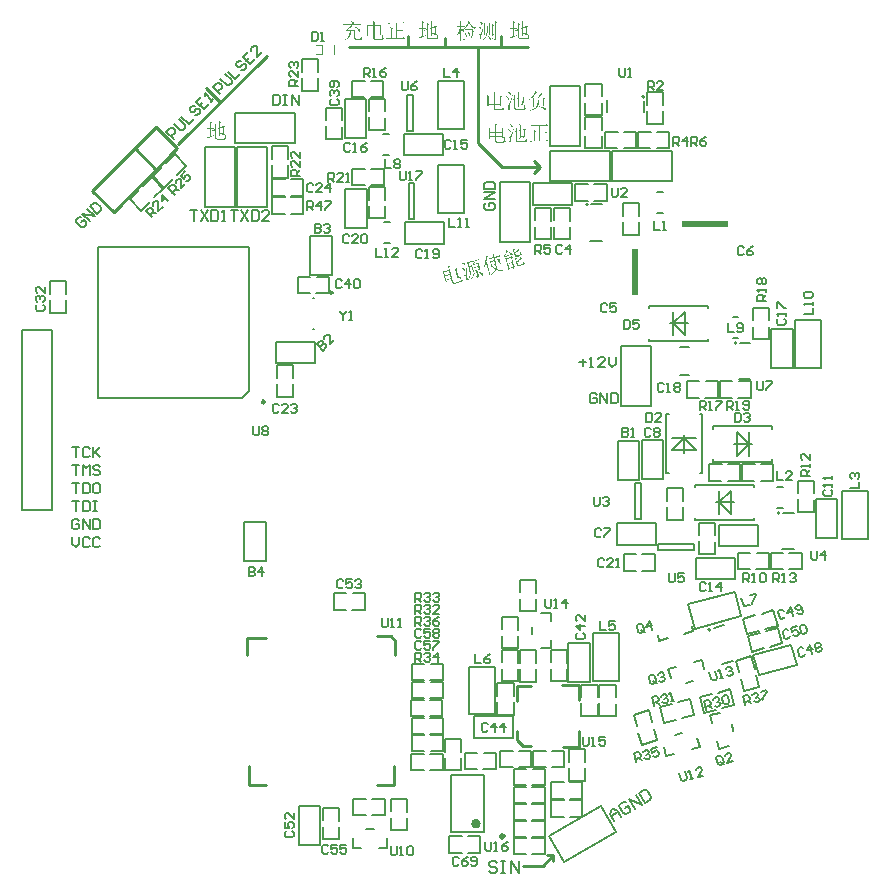
<source format=gto>
G04*
G04 #@! TF.GenerationSoftware,Altium Limited,Altium Designer,21.1.1 (26)*
G04*
G04 Layer_Color=65535*
%FSLAX25Y25*%
%MOIN*%
G70*
G04*
G04 #@! TF.SameCoordinates,76EDEEC6-FF17-4897-8BED-31D04ABFA7DC*
G04*
G04*
G04 #@! TF.FilePolarity,Positive*
G04*
G01*
G75*
%ADD10C,0.00787*%
%ADD11C,0.00984*%
%ADD12C,0.01575*%
%ADD13C,0.01181*%
%ADD14C,0.00472*%
%ADD15C,0.00591*%
%ADD16C,0.01000*%
%ADD17C,0.00600*%
%ADD18C,0.00800*%
%ADD19C,0.00500*%
%ADD20R,0.01968X0.15748*%
%ADD21R,0.15748X0.01968*%
G36*
X20961Y63372D02*
X20957Y63371D01*
X20948Y63364D01*
X20932Y63353D01*
X20912Y63340D01*
X20887Y63318D01*
X20856Y63290D01*
X20823Y63258D01*
X20783Y63221D01*
X20742Y63175D01*
X20695Y63121D01*
X20649Y63062D01*
X20598Y62995D01*
X20542Y62919D01*
X20488Y62835D01*
X20433Y62740D01*
X20377Y62637D01*
X20375Y62629D01*
X20364Y62611D01*
X20346Y62579D01*
X20326Y62539D01*
X20302Y62486D01*
X20271Y62429D01*
X20235Y62365D01*
X20199Y62298D01*
X20121Y62147D01*
X20034Y61997D01*
X19948Y61848D01*
X19908Y61783D01*
X19868Y61719D01*
X21905Y62322D01*
X21900Y62325D01*
X21888Y62341D01*
X21868Y62358D01*
X21842Y62386D01*
X21810Y62419D01*
X21773Y62456D01*
X21731Y62498D01*
X21688Y62544D01*
X21586Y62639D01*
X21476Y62736D01*
X21368Y62826D01*
X21310Y62868D01*
X21259Y62904D01*
X21291Y62997D01*
X21296Y62994D01*
X21316Y62992D01*
X21341Y62983D01*
X21379Y62971D01*
X21424Y62960D01*
X21474Y62942D01*
X21533Y62924D01*
X21595Y62906D01*
X21727Y62857D01*
X21867Y62806D01*
X22002Y62747D01*
X22067Y62718D01*
X22125Y62688D01*
X22129Y62685D01*
X22139Y62680D01*
X22152Y62672D01*
X22175Y62659D01*
X22198Y62642D01*
X22222Y62626D01*
X22284Y62581D01*
X22345Y62524D01*
X22400Y62463D01*
X22424Y62427D01*
X22441Y62393D01*
X22459Y62356D01*
X22469Y62317D01*
X22470Y62313D01*
X22471Y62309D01*
X22474Y62299D01*
X22475Y62283D01*
X22477Y62246D01*
X22482Y62197D01*
X22478Y62143D01*
X22469Y62090D01*
X22454Y62033D01*
X22428Y61984D01*
X22426Y61979D01*
X22414Y61965D01*
X22400Y61946D01*
X22380Y61921D01*
X22360Y61897D01*
X22335Y61875D01*
X22313Y61857D01*
X22293Y61848D01*
X22285Y61846D01*
X22274Y61847D01*
X22265Y61852D01*
X22251Y61860D01*
X22236Y61871D01*
X22228Y61888D01*
X22217Y61916D01*
X22211Y61922D01*
X22199Y61938D01*
X22181Y61963D01*
X22155Y62002D01*
X22120Y62047D01*
X22084Y62098D01*
X22036Y62162D01*
X21987Y62230D01*
X21984Y62229D01*
X21967Y62220D01*
X21943Y62210D01*
X21908Y62197D01*
X21862Y62181D01*
X21807Y62158D01*
X21745Y62134D01*
X21671Y62107D01*
X21589Y62073D01*
X21499Y62037D01*
X21401Y62000D01*
X21294Y61959D01*
X21176Y61913D01*
X21055Y61865D01*
X20922Y61814D01*
X20783Y61761D01*
X20776Y61760D01*
X20766Y61753D01*
X20749Y61748D01*
X20732Y61740D01*
X20710Y61734D01*
X20662Y61714D01*
X20601Y61686D01*
X20532Y61656D01*
X20456Y61624D01*
X20379Y61584D01*
X20217Y61502D01*
X20137Y61458D01*
X20061Y61411D01*
X19989Y61365D01*
X19927Y61313D01*
X19870Y61268D01*
X19829Y61219D01*
X19424Y61658D01*
X19439Y61662D01*
X19452Y61669D01*
X19472Y61682D01*
X19495Y61696D01*
X19528Y61716D01*
X19559Y61743D01*
X19598Y61781D01*
X19637Y61822D01*
X19684Y61877D01*
X19729Y61938D01*
X19779Y62009D01*
X19833Y62093D01*
X19887Y62191D01*
X19942Y62298D01*
X19998Y62420D01*
X19999Y62428D01*
X20012Y62451D01*
X20025Y62489D01*
X20047Y62537D01*
X20073Y62598D01*
X20099Y62670D01*
X20129Y62747D01*
X20159Y62835D01*
X20191Y62928D01*
X20223Y63025D01*
X20253Y63125D01*
X20282Y63232D01*
X20312Y63336D01*
X20333Y63441D01*
X20351Y63546D01*
X20366Y63649D01*
X20961Y63372D01*
D02*
G37*
G36*
X23151Y63932D02*
X22967Y63649D01*
X23220Y62705D01*
X23223Y62706D01*
X23229Y62712D01*
X23238Y62722D01*
X23249Y62736D01*
X23268Y62753D01*
X23287Y62769D01*
X23335Y62817D01*
X23395Y62879D01*
X23461Y62946D01*
X23535Y63027D01*
X23612Y63113D01*
X23693Y63211D01*
X23776Y63314D01*
X23859Y63421D01*
X23940Y63534D01*
X24016Y63650D01*
X24084Y63768D01*
X24147Y63889D01*
X24203Y64011D01*
X24730Y63658D01*
X24494Y63568D01*
X24490Y63567D01*
X24488Y63562D01*
X24475Y63551D01*
X24463Y63540D01*
X24448Y63525D01*
X24429Y63508D01*
X24380Y63464D01*
X24320Y63414D01*
X24252Y63354D01*
X24171Y63286D01*
X24087Y63213D01*
X23993Y63135D01*
X23896Y63055D01*
X23792Y62970D01*
X23688Y62888D01*
X23471Y62723D01*
X23362Y62644D01*
X23256Y62569D01*
X23393Y62058D01*
X23394Y62055D01*
X23397Y62044D01*
X23404Y62031D01*
X23413Y62014D01*
X23439Y61971D01*
X23458Y61945D01*
X23482Y61925D01*
X23511Y61902D01*
X23548Y61882D01*
X23586Y61865D01*
X23631Y61854D01*
X23683Y61849D01*
X23740Y61849D01*
X23804Y61854D01*
X23876Y61870D01*
X24805Y62119D01*
X24819Y62126D01*
X24836Y62135D01*
X24875Y62160D01*
X24922Y62200D01*
X24943Y62221D01*
X24967Y62246D01*
X24985Y62278D01*
X25000Y62309D01*
X25012Y62347D01*
X25017Y62386D01*
X25021Y62429D01*
X25016Y62478D01*
X25015Y62481D01*
X25013Y62489D01*
X25012Y62504D01*
X25007Y62525D01*
X25004Y62551D01*
X24999Y62584D01*
X24989Y62620D01*
X24981Y62664D01*
X24972Y62711D01*
X24961Y62766D01*
X24947Y62820D01*
X24934Y62881D01*
X24916Y62949D01*
X24902Y63018D01*
X24882Y63093D01*
X24860Y63172D01*
X24968Y63200D01*
X24969Y63197D01*
X24971Y63186D01*
X24980Y63169D01*
X24989Y63149D01*
X24997Y63120D01*
X25009Y63089D01*
X25027Y63052D01*
X25041Y63013D01*
X25075Y62927D01*
X25116Y62834D01*
X25160Y62739D01*
X25205Y62643D01*
X25206Y62640D01*
X25211Y62634D01*
X25219Y62620D01*
X25227Y62603D01*
X25256Y62565D01*
X25300Y62520D01*
X25354Y62473D01*
X25386Y62454D01*
X25418Y62433D01*
X25457Y62416D01*
X25500Y62401D01*
X25544Y62393D01*
X25592Y62387D01*
X25589Y62383D01*
X25588Y62371D01*
X25582Y62350D01*
X25570Y62324D01*
X25556Y62290D01*
X25536Y62253D01*
X25512Y62213D01*
X25478Y62169D01*
X25440Y62124D01*
X25391Y62077D01*
X25335Y62031D01*
X25271Y61983D01*
X25194Y61940D01*
X25110Y61898D01*
X25013Y61860D01*
X24903Y61827D01*
X23716Y61509D01*
X23679Y61503D01*
X23635Y61499D01*
X23586Y61493D01*
X23529Y61493D01*
X23474Y61498D01*
X23414Y61509D01*
X23352Y61523D01*
X23295Y61550D01*
X23239Y61588D01*
X23189Y61632D01*
X23142Y61693D01*
X23103Y61766D01*
X23072Y61854D01*
X23070Y61861D01*
X23067Y61875D01*
X23060Y61900D01*
X23050Y61936D01*
X23039Y61979D01*
X23025Y62029D01*
X23009Y62090D01*
X22992Y62154D01*
X22973Y62225D01*
X22953Y62300D01*
X22931Y62383D01*
X22908Y62468D01*
X22856Y62646D01*
X22805Y62836D01*
X22754Y63029D01*
X22699Y63217D01*
X22647Y63398D01*
X22623Y63488D01*
X22601Y63570D01*
X22575Y63651D01*
X22555Y63726D01*
X22534Y63793D01*
X22516Y63858D01*
X22497Y63914D01*
X22481Y63959D01*
X22470Y64002D01*
X22458Y64033D01*
X23151Y63932D01*
D02*
G37*
G36*
X22444Y61398D02*
X22276Y61150D01*
X23014Y58398D01*
X23016Y58391D01*
X23020Y58377D01*
X23027Y58348D01*
X23036Y58316D01*
X23040Y58271D01*
X23046Y58219D01*
X23046Y58162D01*
X23044Y58100D01*
X23032Y58031D01*
X23016Y57962D01*
X22990Y57886D01*
X22953Y57811D01*
X22905Y57733D01*
X22841Y57655D01*
X22766Y57577D01*
X22723Y57539D01*
X22676Y57499D01*
X22675Y57503D01*
X22669Y57513D01*
X22659Y57533D01*
X22647Y57553D01*
X22627Y57582D01*
X22601Y57610D01*
X22565Y57642D01*
X22526Y57674D01*
X22475Y57706D01*
X22417Y57737D01*
X22348Y57768D01*
X22267Y57796D01*
X22177Y57818D01*
X22076Y57837D01*
X22021Y57841D01*
X21959Y57847D01*
X21897Y57850D01*
X21831Y57851D01*
X21802Y57959D01*
X21810Y57961D01*
X21825Y57961D01*
X21853Y57969D01*
X21886Y57974D01*
X21930Y57981D01*
X21979Y57987D01*
X22033Y57998D01*
X22088Y58008D01*
X22209Y58029D01*
X22326Y58049D01*
X22380Y58060D01*
X22430Y58073D01*
X22478Y58082D01*
X22524Y58095D01*
X22545Y58104D01*
X22574Y58123D01*
X22604Y58154D01*
X22614Y58176D01*
X22627Y58199D01*
X22638Y58229D01*
X22645Y58261D01*
X22647Y58296D01*
X22647Y58338D01*
X22638Y58386D01*
X22628Y58437D01*
X22374Y59384D01*
X20945Y59001D01*
X21378Y57385D01*
X21032Y57059D01*
X21030Y57066D01*
X21028Y57073D01*
X21024Y57088D01*
X21021Y57102D01*
X21019Y57121D01*
X21013Y57146D01*
X21006Y57171D01*
X20997Y57203D01*
X20991Y57240D01*
X20981Y57279D01*
X20969Y57322D01*
X20960Y57369D01*
X20947Y57419D01*
X20932Y57477D01*
X20920Y57535D01*
X20903Y57599D01*
X20885Y57667D01*
X20868Y57743D01*
X20847Y57822D01*
X20825Y57904D01*
X20802Y57990D01*
X20781Y58083D01*
X20755Y58180D01*
X20727Y58284D01*
X20698Y58391D01*
X20672Y58502D01*
X20641Y58620D01*
X20608Y58742D01*
X20574Y58871D01*
X20538Y59003D01*
X20501Y59142D01*
X20500Y59146D01*
X20496Y59160D01*
X20490Y59181D01*
X20483Y59206D01*
X20474Y59242D01*
X20462Y59285D01*
X20450Y59332D01*
X20436Y59385D01*
X20420Y59442D01*
X20403Y59507D01*
X20386Y59571D01*
X20367Y59642D01*
X20323Y59792D01*
X20281Y59949D01*
X20238Y60110D01*
X20190Y60273D01*
X20147Y60434D01*
X20102Y60587D01*
X20083Y60658D01*
X20060Y60729D01*
X20043Y60793D01*
X20022Y60856D01*
X20007Y60914D01*
X19990Y60963D01*
X19977Y61013D01*
X19963Y61051D01*
X20424Y60945D01*
X21800Y61314D01*
X21942Y61639D01*
X22444Y61398D01*
D02*
G37*
G36*
X16304Y62269D02*
X16165Y62029D01*
X16353Y61329D01*
X17568Y61654D01*
X17807Y62063D01*
X18422Y61711D01*
X16396Y61168D01*
X16605Y60385D01*
X17606Y60653D01*
X17730Y60947D01*
X18221Y60730D01*
X18068Y60544D01*
X18264Y59815D01*
X18265Y59811D01*
X18268Y59800D01*
X18273Y59779D01*
X18280Y59754D01*
X18288Y59725D01*
X18298Y59686D01*
X18312Y59648D01*
X18325Y59601D01*
X18338Y59551D01*
X18356Y59498D01*
X18390Y59385D01*
X18430Y59265D01*
X18473Y59147D01*
X18131Y58909D01*
X18050Y59210D01*
X16971Y58920D01*
X16972Y58917D01*
X16974Y58910D01*
X16977Y58899D01*
X16981Y58885D01*
X16983Y58862D01*
X16989Y58837D01*
X16993Y58811D01*
X17001Y58779D01*
X17014Y58702D01*
X17029Y58618D01*
X17041Y58518D01*
X17058Y58411D01*
X17070Y58296D01*
X17079Y58175D01*
X17090Y58048D01*
X17095Y57915D01*
X17096Y57782D01*
X17089Y57650D01*
X17080Y57513D01*
X17065Y57383D01*
X17070Y57380D01*
X17090Y57374D01*
X17117Y57362D01*
X17159Y57347D01*
X17210Y57326D01*
X17269Y57307D01*
X17337Y57283D01*
X17415Y57262D01*
X17503Y57236D01*
X17597Y57211D01*
X17699Y57189D01*
X17805Y57167D01*
X17921Y57148D01*
X18040Y57131D01*
X18166Y57118D01*
X18296Y57107D01*
X18299Y57108D01*
X18304Y57106D01*
X18327Y57104D01*
X18366Y57103D01*
X18415Y57105D01*
X18481Y57103D01*
X18553Y57104D01*
X18638Y57103D01*
X18729Y57105D01*
X18832Y57109D01*
X18937Y57114D01*
X19050Y57122D01*
X19166Y57134D01*
X19285Y57146D01*
X19410Y57165D01*
X19531Y57186D01*
X19655Y57211D01*
X19683Y57104D01*
X19680Y57103D01*
X19666Y57095D01*
X19646Y57086D01*
X19623Y57072D01*
X19593Y57056D01*
X19560Y57036D01*
X19486Y56982D01*
X19449Y56949D01*
X19408Y56915D01*
X19373Y56875D01*
X19343Y56829D01*
X19314Y56782D01*
X19293Y56731D01*
X19277Y56677D01*
X19266Y56616D01*
X19263Y56616D01*
X19251Y56616D01*
X19236Y56616D01*
X19212Y56617D01*
X19182Y56617D01*
X19144Y56614D01*
X19105Y56616D01*
X19055Y56617D01*
X19005Y56619D01*
X18947Y56623D01*
X18884Y56625D01*
X18818Y56630D01*
X18752Y56636D01*
X18677Y56642D01*
X18516Y56657D01*
X18345Y56680D01*
X18164Y56712D01*
X17975Y56745D01*
X17779Y56792D01*
X17580Y56847D01*
X17379Y56911D01*
X17176Y56983D01*
X16976Y57072D01*
X16973Y57067D01*
X16966Y57053D01*
X16953Y57027D01*
X16932Y56994D01*
X16907Y56957D01*
X16877Y56911D01*
X16842Y56856D01*
X16804Y56799D01*
X16756Y56737D01*
X16705Y56669D01*
X16646Y56600D01*
X16586Y56526D01*
X16514Y56450D01*
X16443Y56373D01*
X16364Y56295D01*
X16278Y56218D01*
X16272Y56213D01*
X16256Y56200D01*
X16231Y56179D01*
X16197Y56147D01*
X16153Y56112D01*
X16103Y56071D01*
X16043Y56021D01*
X15977Y55969D01*
X15904Y55911D01*
X15824Y55851D01*
X15742Y55787D01*
X15656Y55722D01*
X15562Y55658D01*
X15465Y55590D01*
X15268Y55457D01*
X15184Y55553D01*
X15188Y55554D01*
X15190Y55559D01*
X15210Y55572D01*
X15238Y55595D01*
X15276Y55624D01*
X15323Y55663D01*
X15381Y55706D01*
X15444Y55757D01*
X15513Y55814D01*
X15584Y55875D01*
X15659Y55941D01*
X15819Y56087D01*
X15983Y56246D01*
X16137Y56414D01*
X16143Y56419D01*
X16155Y56434D01*
X16175Y56459D01*
X16201Y56492D01*
X16232Y56531D01*
X16270Y56576D01*
X16309Y56629D01*
X16355Y56687D01*
X16400Y56749D01*
X16443Y56818D01*
X16532Y56956D01*
X16570Y57028D01*
X16609Y57099D01*
X16642Y57174D01*
X16669Y57246D01*
X16664Y57249D01*
X16650Y57260D01*
X16626Y57277D01*
X16593Y57302D01*
X16550Y57333D01*
X16501Y57373D01*
X16446Y57420D01*
X16378Y57474D01*
X16307Y57540D01*
X16227Y57610D01*
X16140Y57690D01*
X16051Y57778D01*
X15953Y57874D01*
X15849Y57976D01*
X15742Y58089D01*
X15629Y58212D01*
X15693Y58287D01*
X15702Y58281D01*
X15722Y58264D01*
X15756Y58238D01*
X15800Y58201D01*
X15853Y58161D01*
X15917Y58109D01*
X15985Y58055D01*
X16061Y57999D01*
X16142Y57940D01*
X16224Y57877D01*
X16398Y57756D01*
X16483Y57698D01*
X16570Y57644D01*
X16651Y57597D01*
X16728Y57553D01*
X16730Y57561D01*
X16729Y57580D01*
X16732Y57611D01*
X16733Y57650D01*
X16737Y57705D01*
X16736Y57769D01*
X16735Y57842D01*
X16736Y57923D01*
X16731Y58013D01*
X16724Y58111D01*
X16715Y58216D01*
X16704Y58328D01*
X16688Y58446D01*
X16671Y58568D01*
X16648Y58696D01*
X16621Y58827D01*
X15595Y58552D01*
X15631Y58416D01*
X15297Y58150D01*
X15296Y58153D01*
X15291Y58171D01*
X15289Y58194D01*
X15280Y58226D01*
X15272Y58270D01*
X15263Y58317D01*
X15248Y58374D01*
X15235Y58436D01*
X15221Y58505D01*
X15204Y58581D01*
X15183Y58660D01*
X15165Y58743D01*
X15141Y58832D01*
X15120Y58922D01*
X15069Y59115D01*
X15067Y59123D01*
X15062Y59140D01*
X15054Y59169D01*
X15045Y59205D01*
X15031Y59255D01*
X15017Y59308D01*
X14996Y59372D01*
X14978Y59440D01*
X14958Y59515D01*
X14933Y59592D01*
X14907Y59677D01*
X14884Y59763D01*
X14828Y59943D01*
X14768Y60123D01*
X15204Y60010D01*
X16255Y60291D01*
X16045Y61074D01*
X15041Y60805D01*
X15013Y60794D01*
X14978Y60784D01*
X14936Y60769D01*
X14894Y60754D01*
X14797Y60716D01*
X14690Y60672D01*
X14584Y60625D01*
X14477Y60566D01*
X14169Y60744D01*
X16002Y61235D01*
X15901Y61614D01*
X15900Y61617D01*
X15897Y61628D01*
X15893Y61642D01*
X15887Y61664D01*
X15880Y61692D01*
X15871Y61725D01*
X15857Y61763D01*
X15845Y61809D01*
X15831Y61859D01*
X15812Y61916D01*
X15796Y61976D01*
X15774Y62043D01*
X15751Y62114D01*
X15727Y62191D01*
X15701Y62273D01*
X15674Y62361D01*
X16304Y62269D01*
D02*
G37*
G36*
X25589Y60881D02*
X25343Y60815D01*
X25337Y60806D01*
X25328Y60799D01*
X25313Y60784D01*
X25294Y60767D01*
X25273Y60746D01*
X25245Y60720D01*
X25218Y60693D01*
X25187Y60666D01*
X25150Y60633D01*
X25074Y60559D01*
X24985Y60478D01*
X24889Y60391D01*
X24785Y60294D01*
X24677Y60196D01*
X24563Y60093D01*
X24445Y59988D01*
X24207Y59779D01*
X24088Y59678D01*
X23973Y59578D01*
X24154Y58903D01*
X24155Y58899D01*
X24159Y58885D01*
X24168Y58865D01*
X24179Y58841D01*
X24191Y58809D01*
X24211Y58776D01*
X24232Y58740D01*
X24261Y58706D01*
X24292Y58675D01*
X24331Y58644D01*
X24372Y58620D01*
X24419Y58602D01*
X24472Y58590D01*
X24530Y58586D01*
X24594Y58592D01*
X25719Y58893D01*
X25729Y58900D01*
X25743Y58904D01*
X25760Y58916D01*
X25783Y58930D01*
X25805Y58947D01*
X25827Y58964D01*
X25854Y58991D01*
X25877Y59020D01*
X25899Y59053D01*
X25915Y59092D01*
X25931Y59134D01*
X25945Y59180D01*
X25950Y59235D01*
X25950Y59292D01*
X25941Y59355D01*
X25940Y59358D01*
X25937Y59369D01*
X25932Y59387D01*
X25925Y59412D01*
X25918Y59441D01*
X25907Y59480D01*
X25900Y59520D01*
X25888Y59567D01*
X25873Y59620D01*
X25863Y59675D01*
X25846Y59736D01*
X25833Y59801D01*
X25802Y59942D01*
X25770Y60091D01*
X25881Y60120D01*
X25882Y60117D01*
X25887Y60099D01*
X25896Y60078D01*
X25905Y60046D01*
X25919Y60008D01*
X25935Y59962D01*
X25951Y59917D01*
X25972Y59865D01*
X26015Y59750D01*
X26064Y59637D01*
X26114Y59524D01*
X26142Y59474D01*
X26166Y59427D01*
X26167Y59423D01*
X26173Y59417D01*
X26180Y59404D01*
X26191Y59391D01*
X26221Y59353D01*
X26263Y59311D01*
X26316Y59268D01*
X26376Y59230D01*
X26447Y59207D01*
X26488Y59199D01*
X26530Y59199D01*
X26531Y59195D01*
X26528Y59179D01*
X26522Y59158D01*
X26514Y59129D01*
X26504Y59096D01*
X26484Y59056D01*
X26461Y59012D01*
X26432Y58965D01*
X26391Y58916D01*
X26347Y58866D01*
X26289Y58812D01*
X26223Y58760D01*
X26144Y58712D01*
X26054Y58661D01*
X25950Y58618D01*
X25832Y58575D01*
X24563Y58235D01*
X24533Y58231D01*
X24497Y58225D01*
X24452Y58220D01*
X24403Y58219D01*
X24345Y58219D01*
X24286Y58226D01*
X24225Y58236D01*
X24163Y58254D01*
X24103Y58280D01*
X24044Y58314D01*
X23990Y58357D01*
X23941Y58413D01*
X23899Y58482D01*
X23865Y58565D01*
X23864Y58572D01*
X23859Y58590D01*
X23851Y58619D01*
X23841Y58658D01*
X23828Y58705D01*
X23813Y58762D01*
X23796Y58826D01*
X23775Y58901D01*
X23754Y58980D01*
X23731Y59066D01*
X23707Y59155D01*
X23683Y59248D01*
X23656Y59348D01*
X23624Y59451D01*
X23569Y59658D01*
X23511Y59872D01*
X23451Y60082D01*
X23397Y60286D01*
X23366Y60385D01*
X23341Y60478D01*
X23317Y60567D01*
X23292Y60649D01*
X23272Y60724D01*
X23249Y60794D01*
X23233Y60855D01*
X23214Y60911D01*
X23202Y60954D01*
X23189Y60989D01*
X23887Y60858D01*
X23698Y60604D01*
X23929Y59743D01*
X23933Y59744D01*
X23938Y59753D01*
X23950Y59764D01*
X23965Y59779D01*
X23984Y59796D01*
X24005Y59817D01*
X24032Y59843D01*
X24059Y59873D01*
X24124Y59944D01*
X24198Y60026D01*
X24281Y60117D01*
X24368Y60220D01*
X24457Y60332D01*
X24551Y60453D01*
X24639Y60580D01*
X24730Y60712D01*
X24812Y60849D01*
X24890Y60989D01*
X24962Y61134D01*
X25020Y61276D01*
X25589Y60881D01*
D02*
G37*
G36*
X11437Y60445D02*
X9522Y59931D01*
X10019Y59804D01*
X10016Y59803D01*
X10009Y59798D01*
X10000Y59791D01*
X9987Y59780D01*
X9953Y59752D01*
X9913Y59714D01*
X9867Y59671D01*
X9820Y59620D01*
X9776Y59567D01*
X9738Y59510D01*
X9733Y59501D01*
X9727Y59492D01*
X9723Y59480D01*
X9713Y59461D01*
X9700Y59439D01*
X9689Y59409D01*
X9674Y59378D01*
X9654Y59338D01*
X9635Y59295D01*
X9613Y59247D01*
X9590Y59191D01*
X9564Y59131D01*
X9540Y59063D01*
X9510Y58990D01*
X9478Y58908D01*
X10693Y59234D01*
X10811Y59553D01*
X11308Y59311D01*
X11145Y59064D01*
X11146Y59060D01*
X11150Y59046D01*
X11156Y59021D01*
X11164Y58992D01*
X11174Y58953D01*
X11187Y58907D01*
X11200Y58856D01*
X11215Y58799D01*
X11233Y58735D01*
X11250Y58671D01*
X11269Y58599D01*
X11289Y58524D01*
X11335Y58368D01*
X11379Y58203D01*
X11424Y58035D01*
X11473Y57868D01*
X11515Y57711D01*
X11538Y57637D01*
X11558Y57566D01*
X11576Y57498D01*
X11597Y57434D01*
X11612Y57377D01*
X11630Y57324D01*
X11642Y57278D01*
X11656Y57240D01*
X11665Y57208D01*
X11675Y57183D01*
X11351Y56893D01*
X11278Y57165D01*
X10574Y56976D01*
X11052Y55193D01*
X11054Y55186D01*
X11058Y55168D01*
X11065Y55143D01*
X11071Y55106D01*
X11076Y55062D01*
X11078Y55009D01*
X11075Y54950D01*
X11069Y54887D01*
X11055Y54822D01*
X11036Y54752D01*
X11005Y54682D01*
X10966Y54611D01*
X10913Y54539D01*
X10847Y54472D01*
X10769Y54405D01*
X10724Y54374D01*
X10675Y54341D01*
X10674Y54345D01*
X10667Y54358D01*
X10658Y54375D01*
X10644Y54398D01*
X10625Y54427D01*
X10598Y54458D01*
X10566Y54488D01*
X10526Y54524D01*
X10479Y54557D01*
X10425Y54588D01*
X10363Y54618D01*
X10287Y54643D01*
X10205Y54664D01*
X10110Y54676D01*
X10008Y54684D01*
X9890Y54683D01*
X9862Y54786D01*
X9877Y54790D01*
X9899Y54792D01*
X9920Y54798D01*
X9954Y54803D01*
X9989Y54813D01*
X10030Y54820D01*
X10073Y54827D01*
X10167Y54849D01*
X10266Y54868D01*
X10368Y54887D01*
X10465Y54909D01*
X10504Y54920D01*
X10542Y54938D01*
X10581Y54963D01*
X10622Y54997D01*
X10636Y55016D01*
X10648Y55043D01*
X10659Y55072D01*
X10663Y55100D01*
X10661Y55138D01*
X10655Y55175D01*
X10199Y56876D01*
X9495Y56687D01*
X9531Y56551D01*
X9200Y56287D01*
X9199Y56290D01*
X9198Y56294D01*
X9195Y56304D01*
X9191Y56319D01*
X9185Y56355D01*
X9171Y56409D01*
X9158Y56471D01*
X9139Y56542D01*
X9120Y56629D01*
X9099Y56719D01*
X9072Y56819D01*
X9048Y56924D01*
X9019Y57035D01*
X8992Y57146D01*
X8934Y57380D01*
X8871Y57616D01*
X8869Y57619D01*
X8869Y57623D01*
X8863Y57644D01*
X8854Y57676D01*
X8842Y57723D01*
X8827Y57780D01*
X8808Y57848D01*
X8785Y57922D01*
X8762Y58008D01*
X8738Y58097D01*
X8707Y58196D01*
X8680Y58300D01*
X8646Y58410D01*
X8612Y58523D01*
X8577Y58640D01*
X8506Y58878D01*
X8938Y58764D01*
X9317Y58865D01*
X9316Y58869D01*
X9319Y58873D01*
X9320Y58897D01*
X9326Y58933D01*
X9333Y58977D01*
X9340Y59036D01*
X9349Y59104D01*
X9357Y59175D01*
X9366Y59254D01*
X9371Y59336D01*
X9379Y59422D01*
X9391Y59590D01*
X9395Y59675D01*
X9396Y59756D01*
X9392Y59828D01*
X9390Y59896D01*
X7742Y59454D01*
X7743Y59451D01*
X7746Y59440D01*
X7750Y59426D01*
X7755Y59404D01*
X7762Y59379D01*
X7771Y59347D01*
X7781Y59308D01*
X7793Y59265D01*
X7805Y59219D01*
X7819Y59165D01*
X7834Y59111D01*
X7850Y59051D01*
X7867Y58986D01*
X7886Y58918D01*
X7925Y58772D01*
X7963Y58614D01*
X8008Y58446D01*
X8055Y58271D01*
X8102Y58084D01*
X8151Y57898D01*
X8200Y57704D01*
X8299Y57317D01*
X8300Y57313D01*
X8302Y57306D01*
X8306Y57292D01*
X8312Y57270D01*
X8315Y57244D01*
X8323Y57216D01*
X8329Y57179D01*
X8338Y57143D01*
X8346Y57100D01*
X8355Y57052D01*
X8366Y56998D01*
X8373Y56942D01*
X8394Y56821D01*
X8410Y56688D01*
X8426Y56543D01*
X8437Y56388D01*
X8449Y56231D01*
X8451Y56063D01*
X8451Y55894D01*
X8440Y55719D01*
X8425Y55546D01*
X8398Y55375D01*
X8399Y55371D01*
X8398Y55363D01*
X8393Y55350D01*
X8390Y55334D01*
X8385Y55310D01*
X8380Y55285D01*
X8373Y55253D01*
X8363Y55220D01*
X8344Y55134D01*
X8320Y55039D01*
X8288Y54928D01*
X8248Y54806D01*
X8204Y54671D01*
X8154Y54528D01*
X8096Y54374D01*
X8027Y54218D01*
X7956Y54053D01*
X7871Y53885D01*
X7779Y53711D01*
X7680Y53539D01*
X7601Y53606D01*
X7603Y53610D01*
X7605Y53618D01*
X7613Y53632D01*
X7619Y53653D01*
X7632Y53675D01*
X7643Y53705D01*
X7657Y53739D01*
X7673Y53778D01*
X7689Y53821D01*
X7706Y53871D01*
X7746Y53978D01*
X7787Y54096D01*
X7832Y54231D01*
X7877Y54377D01*
X7920Y54530D01*
X7960Y54694D01*
X7996Y54861D01*
X8030Y55035D01*
X8056Y55210D01*
X8077Y55388D01*
X8087Y55567D01*
X8085Y55570D01*
X8087Y55579D01*
X8088Y55590D01*
X8087Y55609D01*
X8087Y55636D01*
X8088Y55663D01*
X8086Y55697D01*
X8087Y55735D01*
X8087Y55778D01*
X8086Y55827D01*
X8083Y55880D01*
X8079Y55936D01*
X8075Y55997D01*
X8073Y56061D01*
X8066Y56128D01*
X8061Y56204D01*
X8056Y56279D01*
X8046Y56360D01*
X8039Y56443D01*
X8027Y56532D01*
X8002Y56712D01*
X7971Y56911D01*
X7936Y57116D01*
X7892Y57334D01*
X7839Y57561D01*
X7780Y57798D01*
X7779Y57802D01*
X7776Y57812D01*
X7771Y57830D01*
X7764Y57855D01*
X7757Y57884D01*
X7747Y57920D01*
X7736Y57963D01*
X7723Y58009D01*
X7709Y58063D01*
X7694Y58116D01*
X7678Y58177D01*
X7661Y58241D01*
X7621Y58376D01*
X7581Y58526D01*
X7539Y58684D01*
X7492Y58843D01*
X7399Y59175D01*
X7353Y59335D01*
X7307Y59491D01*
X7264Y59637D01*
X7223Y59775D01*
X7699Y59615D01*
X10504Y60367D01*
X10782Y60847D01*
X11437Y60445D01*
D02*
G37*
G36*
X5590Y59422D02*
X5602Y59421D01*
X5618Y59418D01*
X5662Y59410D01*
X5722Y59403D01*
X5786Y59390D01*
X5863Y59376D01*
X5948Y59360D01*
X6033Y59341D01*
X6210Y59297D01*
X6294Y59269D01*
X6374Y59241D01*
X6448Y59207D01*
X6507Y59173D01*
X6534Y59158D01*
X6559Y59137D01*
X6575Y59119D01*
X6592Y59100D01*
X6593Y59097D01*
X6598Y59091D01*
X6605Y59081D01*
X6613Y59064D01*
X6622Y59047D01*
X6635Y59024D01*
X6653Y58971D01*
X6671Y58907D01*
X6682Y58837D01*
X6683Y58803D01*
X6678Y58763D01*
X6674Y58724D01*
X6661Y58686D01*
X6662Y58682D01*
X6659Y58678D01*
X6647Y58652D01*
X6632Y58621D01*
X6616Y58582D01*
X6596Y58542D01*
X6575Y58506D01*
X6552Y58477D01*
X6542Y58470D01*
X6533Y58464D01*
X6529Y58463D01*
X6514Y58463D01*
X6494Y58465D01*
X6464Y58476D01*
X6432Y58495D01*
X6413Y58508D01*
X6393Y58526D01*
X6376Y58548D01*
X6354Y58573D01*
X6335Y58602D01*
X6313Y58639D01*
X6312Y58642D01*
X6301Y58655D01*
X6289Y58671D01*
X6268Y58692D01*
X6245Y58724D01*
X6213Y58757D01*
X6175Y58797D01*
X6132Y58843D01*
X6081Y58891D01*
X6025Y58944D01*
X5963Y59001D01*
X5893Y59062D01*
X5820Y59123D01*
X5737Y59189D01*
X5646Y59257D01*
X5551Y59327D01*
X5582Y59423D01*
X5586Y59424D01*
X5590Y59422D01*
D02*
G37*
G36*
X5420Y57698D02*
X5436Y57695D01*
X5452Y57692D01*
X5477Y57687D01*
X5506Y57679D01*
X5574Y57667D01*
X5655Y57650D01*
X5749Y57629D01*
X5843Y57605D01*
X5947Y57575D01*
X6051Y57546D01*
X6152Y57512D01*
X6246Y57475D01*
X6334Y57434D01*
X6410Y57393D01*
X6442Y57371D01*
X6471Y57348D01*
X6497Y57324D01*
X6514Y57302D01*
X6529Y57275D01*
X6539Y57251D01*
X6540Y57248D01*
X6542Y57241D01*
X6546Y57226D01*
X6551Y57209D01*
X6553Y57186D01*
X6556Y57160D01*
X6565Y57098D01*
X6568Y57029D01*
X6568Y56960D01*
X6555Y56892D01*
X6533Y56832D01*
X6531Y56828D01*
X6520Y56810D01*
X6508Y56783D01*
X6489Y56755D01*
X6469Y56727D01*
X6447Y56698D01*
X6425Y56677D01*
X6405Y56668D01*
X6401Y56667D01*
X6390Y56667D01*
X6372Y56674D01*
X6346Y56686D01*
X6332Y56698D01*
X6313Y56712D01*
X6296Y56730D01*
X6274Y56755D01*
X6252Y56780D01*
X6228Y56812D01*
X6199Y56850D01*
X6172Y56893D01*
X6171Y56896D01*
X6160Y56909D01*
X6148Y56924D01*
X6126Y56949D01*
X6103Y56977D01*
X6070Y57015D01*
X6030Y57054D01*
X5987Y57099D01*
X5934Y57151D01*
X5878Y57204D01*
X5812Y57263D01*
X5739Y57324D01*
X5659Y57391D01*
X5572Y57459D01*
X5477Y57530D01*
X5373Y57602D01*
X5408Y57699D01*
X5412Y57700D01*
X5420Y57698D01*
D02*
G37*
G36*
X1497Y58245D02*
X1333Y57998D01*
X1586Y57054D01*
X3230Y57495D01*
X3430Y57835D01*
X3906Y57561D01*
X3713Y57306D01*
X3715Y57299D01*
X3720Y57281D01*
X3728Y57253D01*
X3738Y57213D01*
X3752Y57163D01*
X3768Y57103D01*
X3786Y57035D01*
X3806Y56959D01*
X3828Y56877D01*
X3852Y56788D01*
X3877Y56695D01*
X3904Y56595D01*
X3936Y56489D01*
X3965Y56381D01*
X4024Y56160D01*
X4087Y55928D01*
X4151Y55700D01*
X4216Y55472D01*
X4245Y55365D01*
X4274Y55258D01*
X4305Y55155D01*
X4331Y55058D01*
X4359Y54966D01*
X4382Y54881D01*
X4407Y54803D01*
X4431Y54729D01*
X4448Y54665D01*
X4466Y54612D01*
X4113Y54314D01*
X4026Y54640D01*
X2353Y54191D01*
X2679Y52976D01*
X2679Y52973D01*
X2681Y52965D01*
X2690Y52949D01*
X2695Y52931D01*
X2721Y52888D01*
X2739Y52866D01*
X2757Y52840D01*
X2783Y52816D01*
X2811Y52797D01*
X2843Y52779D01*
X2880Y52766D01*
X2921Y52758D01*
X2968Y52755D01*
X3021Y52758D01*
X3079Y52769D01*
X4944Y53269D01*
X4950Y53275D01*
X4961Y53278D01*
X4978Y53286D01*
X5014Y53311D01*
X5053Y53348D01*
X5090Y53396D01*
X5110Y53425D01*
X5120Y53458D01*
X5133Y53492D01*
X5138Y53532D01*
X5138Y53574D01*
X5133Y53623D01*
X5132Y53626D01*
X5129Y53637D01*
X5129Y53652D01*
X5122Y53677D01*
X5118Y53707D01*
X5111Y53747D01*
X5102Y53794D01*
X5091Y53852D01*
X5077Y53918D01*
X5060Y53994D01*
X5045Y54081D01*
X5023Y54175D01*
X5002Y54284D01*
X4974Y54403D01*
X4946Y54534D01*
X4913Y54674D01*
X5048Y54711D01*
X5049Y54707D01*
X5050Y54703D01*
X5056Y54682D01*
X5066Y54646D01*
X5077Y54603D01*
X5096Y54547D01*
X5112Y54486D01*
X5134Y54419D01*
X5157Y54349D01*
X5208Y54202D01*
X5235Y54129D01*
X5265Y54060D01*
X5294Y53995D01*
X5321Y53937D01*
X5350Y53887D01*
X5380Y53846D01*
X5381Y53842D01*
X5386Y53836D01*
X5396Y53827D01*
X5407Y53815D01*
X5439Y53781D01*
X5485Y53740D01*
X5539Y53697D01*
X5600Y53652D01*
X5673Y53610D01*
X5755Y53575D01*
X5756Y53571D01*
X5754Y53563D01*
X5750Y53550D01*
X5747Y53534D01*
X5732Y53488D01*
X5712Y53433D01*
X5687Y53372D01*
X5654Y53310D01*
X5617Y53246D01*
X5567Y53191D01*
X5561Y53185D01*
X5551Y53179D01*
X5542Y53169D01*
X5526Y53157D01*
X5507Y53140D01*
X5461Y53113D01*
X5402Y53078D01*
X5328Y53039D01*
X5238Y53003D01*
X5135Y52972D01*
X3005Y52401D01*
X2976Y52397D01*
X2939Y52391D01*
X2893Y52390D01*
X2844Y52389D01*
X2789Y52393D01*
X2730Y52400D01*
X2668Y52414D01*
X2609Y52437D01*
X2551Y52467D01*
X2494Y52506D01*
X2442Y52557D01*
X2394Y52624D01*
X2354Y52701D01*
X2322Y52793D01*
X1974Y54090D01*
X355Y53656D01*
X457Y53277D01*
X104Y52980D01*
X103Y52983D01*
X101Y52990D01*
X97Y53005D01*
X92Y53022D01*
X86Y53044D01*
X82Y53074D01*
X75Y53102D01*
X65Y53138D01*
X53Y53181D01*
X46Y53224D01*
X33Y53271D01*
X19Y53325D01*
X-7Y53436D01*
X-38Y53566D01*
X-75Y53702D01*
X-110Y53849D01*
X-152Y54006D01*
X-193Y54172D01*
X-238Y54340D01*
X-281Y54516D01*
X-329Y54695D01*
X-378Y54877D01*
X-379Y54880D01*
X-381Y54888D01*
X-385Y54902D01*
X-390Y54920D01*
X-396Y54945D01*
X-404Y54973D01*
X-412Y55006D01*
X-422Y55041D01*
X-434Y55084D01*
X-445Y55127D01*
X-459Y55177D01*
X-472Y55227D01*
X-506Y55341D01*
X-539Y55462D01*
X-575Y55598D01*
X-616Y55736D01*
X-656Y55886D01*
X-700Y56036D01*
X-790Y56345D01*
X-836Y56501D01*
X-881Y56654D01*
X-387Y56525D01*
X1207Y56953D01*
X1206Y56956D01*
X1204Y56963D01*
X1201Y56974D01*
X1197Y56988D01*
X1193Y57006D01*
X1187Y57028D01*
X1179Y57056D01*
X1172Y57085D01*
X1153Y57153D01*
X1131Y57235D01*
X1104Y57323D01*
X1077Y57423D01*
X1048Y57531D01*
X1014Y57644D01*
X979Y57761D01*
X946Y57882D01*
X872Y58131D01*
X795Y58375D01*
X1497Y58245D01*
D02*
G37*
G36*
X14142Y61602D02*
X13959Y61411D01*
X13960Y61408D01*
X13959Y61400D01*
X13955Y61383D01*
X13953Y61364D01*
X13948Y61339D01*
X13944Y61312D01*
X13938Y61276D01*
X13929Y61239D01*
X13914Y61150D01*
X13895Y61050D01*
X13879Y60938D01*
X13857Y60821D01*
X13834Y60692D01*
X13806Y60566D01*
X13757Y60308D01*
X13733Y60182D01*
X13707Y60065D01*
X13679Y59954D01*
X13656Y59855D01*
X14118Y59746D01*
X13943Y59526D01*
X14991Y55616D01*
X14667Y55326D01*
X14665Y55334D01*
X14660Y55352D01*
X14655Y55385D01*
X14643Y55428D01*
X14634Y55479D01*
X14617Y55539D01*
X14603Y55608D01*
X14586Y55684D01*
X14565Y55763D01*
X14546Y55850D01*
X14502Y56026D01*
X14457Y56209D01*
X14410Y56384D01*
X13587Y59454D01*
X13581Y59448D01*
X13581Y59433D01*
X13575Y59416D01*
X13565Y59394D01*
X13556Y59369D01*
X13536Y59302D01*
X13508Y59222D01*
X13475Y59129D01*
X13439Y59020D01*
X13394Y58904D01*
X13348Y58777D01*
X13295Y58644D01*
X13236Y58506D01*
X13172Y58358D01*
X13108Y58211D01*
X13036Y58065D01*
X12962Y57915D01*
X12882Y57767D01*
X12789Y57800D01*
X12789Y57803D01*
X12791Y57808D01*
X12803Y57834D01*
X12819Y57877D01*
X12839Y57932D01*
X12865Y58004D01*
X12891Y58091D01*
X12922Y58192D01*
X12960Y58305D01*
X12996Y58430D01*
X13036Y58567D01*
X13077Y58716D01*
X13115Y58872D01*
X13157Y59044D01*
X13198Y59219D01*
X13235Y59409D01*
X13272Y59603D01*
X13271Y59607D01*
X13272Y59615D01*
X13276Y59631D01*
X13282Y59652D01*
X13286Y59680D01*
X13290Y59707D01*
X13294Y59747D01*
X13303Y59788D01*
X13309Y59835D01*
X13319Y59884D01*
X13327Y59940D01*
X13334Y59999D01*
X13344Y60063D01*
X13352Y60134D01*
X13371Y60277D01*
X13389Y60439D01*
X13408Y60609D01*
X13425Y60789D01*
X13442Y60982D01*
X13454Y61180D01*
X13465Y61383D01*
X13474Y61592D01*
X13479Y61804D01*
X14142Y61602D01*
D02*
G37*
G36*
X11035Y56483D02*
X11048Y56479D01*
X11069Y56473D01*
X11094Y56465D01*
X11119Y56456D01*
X11191Y56433D01*
X11270Y56408D01*
X11363Y56376D01*
X11464Y56342D01*
X11570Y56305D01*
X11787Y56225D01*
X11889Y56187D01*
X11987Y56148D01*
X12078Y56108D01*
X12157Y56072D01*
X12188Y56057D01*
X12220Y56038D01*
X12247Y56023D01*
X12266Y56009D01*
X12270Y56006D01*
X12275Y56003D01*
X12285Y55995D01*
X12299Y55983D01*
X12331Y55953D01*
X12372Y55914D01*
X12415Y55869D01*
X12452Y55813D01*
X12486Y55757D01*
X12510Y55699D01*
X12512Y55691D01*
X12517Y55674D01*
X12521Y55644D01*
X12523Y55606D01*
X12525Y55557D01*
X12524Y55503D01*
X12521Y55441D01*
X12510Y55369D01*
X12511Y55366D01*
X12508Y55361D01*
X12503Y55337D01*
X12496Y55308D01*
X12487Y55271D01*
X12474Y55233D01*
X12456Y55198D01*
X12441Y55171D01*
X12431Y55164D01*
X12421Y55158D01*
X12417Y55157D01*
X12406Y55158D01*
X12384Y55167D01*
X12371Y55175D01*
X12353Y55182D01*
X12334Y55196D01*
X12314Y55213D01*
X12290Y55234D01*
X12260Y55260D01*
X12232Y55291D01*
X12199Y55328D01*
X12161Y55371D01*
X12121Y55422D01*
X12115Y55428D01*
X12104Y55440D01*
X12087Y55463D01*
X12059Y55494D01*
X12022Y55533D01*
X11979Y55579D01*
X11926Y55634D01*
X11863Y55698D01*
X11792Y55763D01*
X11707Y55836D01*
X11616Y55919D01*
X11513Y56002D01*
X11400Y56095D01*
X11276Y56188D01*
X11137Y56288D01*
X10991Y56391D01*
X11023Y56488D01*
X11026Y56489D01*
X11035Y56483D01*
D02*
G37*
G36*
X9991Y55920D02*
X9988Y55919D01*
X9979Y55909D01*
X9967Y55898D01*
X9948Y55882D01*
X9924Y55856D01*
X9897Y55830D01*
X9868Y55795D01*
X9832Y55755D01*
X9798Y55711D01*
X9758Y55662D01*
X9719Y55606D01*
X9678Y55545D01*
X9634Y55480D01*
X9593Y55407D01*
X9549Y55327D01*
X9506Y55242D01*
X9504Y55238D01*
X9493Y55220D01*
X9481Y55194D01*
X9460Y55157D01*
X9431Y55111D01*
X9399Y55057D01*
X9359Y54992D01*
X9313Y54919D01*
X9258Y54839D01*
X9198Y54750D01*
X9132Y54652D01*
X9060Y54548D01*
X8979Y54438D01*
X8891Y54323D01*
X8798Y54198D01*
X8694Y54071D01*
X8619Y54139D01*
X8621Y54143D01*
X8626Y54152D01*
X8637Y54171D01*
X8650Y54193D01*
X8666Y54220D01*
X8687Y54257D01*
X8706Y54296D01*
X8733Y54342D01*
X8758Y54391D01*
X8786Y54444D01*
X8849Y54564D01*
X8917Y54698D01*
X8985Y54842D01*
X9054Y54999D01*
X9125Y55163D01*
X9192Y55330D01*
X9252Y55504D01*
X9306Y55675D01*
X9349Y55844D01*
X9385Y56011D01*
X9394Y56090D01*
X9404Y56169D01*
X9991Y55920D01*
D02*
G37*
G36*
X7237Y58967D02*
X7234Y58962D01*
X7237Y58951D01*
X7234Y58935D01*
X7235Y58916D01*
X7233Y58893D01*
X7235Y58832D01*
X7234Y58763D01*
X7231Y58674D01*
X7230Y58578D01*
X7228Y58470D01*
X7226Y58351D01*
X7225Y58224D01*
X7223Y58090D01*
X7222Y57948D01*
X7220Y57801D01*
X7218Y57651D01*
X7216Y57341D01*
X7213Y57026D01*
X7207Y56718D01*
X7210Y56565D01*
X7207Y56419D01*
X7207Y56277D01*
X7208Y56143D01*
X7207Y56017D01*
X7205Y55897D01*
X7207Y55791D01*
X7206Y55695D01*
X7210Y55608D01*
X7209Y55539D01*
X7210Y55477D01*
X7212Y55455D01*
X7214Y55436D01*
X7215Y55433D01*
X7214Y55421D01*
X7216Y55399D01*
X7219Y55373D01*
X7225Y55336D01*
X7228Y55295D01*
X7234Y55246D01*
X7241Y55191D01*
X7249Y55132D01*
X7259Y55066D01*
X7270Y54996D01*
X7283Y54919D01*
X7301Y54839D01*
X7316Y54755D01*
X7335Y54668D01*
X7356Y54578D01*
X7356Y54574D01*
X7361Y54557D01*
X7368Y54532D01*
X7377Y54499D01*
X7384Y54459D01*
X7395Y54416D01*
X7408Y54366D01*
X7423Y54313D01*
X7452Y54202D01*
X7486Y54092D01*
X7504Y54039D01*
X7521Y53990D01*
X7536Y53948D01*
X7550Y53910D01*
X7551Y53906D01*
X7555Y53892D01*
X7551Y53876D01*
X7550Y53852D01*
X7544Y53832D01*
X7527Y53808D01*
X7506Y53787D01*
X7471Y53774D01*
X7457Y53770D01*
X7435Y53768D01*
X7405Y53764D01*
X7366Y53765D01*
X7321Y53764D01*
X7262Y53768D01*
X7196Y53773D01*
X7192Y53772D01*
X7188Y53775D01*
X7163Y53780D01*
X7134Y53791D01*
X7094Y53811D01*
X7052Y53838D01*
X7010Y53880D01*
X6972Y53935D01*
X6960Y53966D01*
X6946Y54005D01*
X6945Y54008D01*
X6944Y54012D01*
X6941Y54023D01*
X6937Y54037D01*
X6930Y54077D01*
X6921Y54125D01*
X6913Y54184D01*
X6903Y54250D01*
X6899Y54322D01*
X6898Y54398D01*
X6897Y54402D01*
X6899Y54410D01*
X6899Y54425D01*
X6901Y54445D01*
X6898Y54471D01*
X6898Y54498D01*
X6900Y54563D01*
X6895Y54638D01*
X6887Y54713D01*
X6878Y54787D01*
X6864Y54852D01*
X6863Y54856D01*
X6863Y54860D01*
X6857Y54881D01*
X6842Y54908D01*
X6825Y54941D01*
X6799Y54981D01*
X6765Y55021D01*
X6722Y55056D01*
X6671Y55088D01*
X6663Y55090D01*
X6654Y55095D01*
X6641Y55099D01*
X6624Y55106D01*
X6600Y55111D01*
X6575Y55120D01*
X6542Y55126D01*
X6506Y55132D01*
X6462Y55139D01*
X6414Y55146D01*
X6363Y55151D01*
X6305Y55155D01*
X6238Y55160D01*
X6165Y55159D01*
X6088Y55162D01*
X6058Y55272D01*
X6066Y55274D01*
X6081Y55275D01*
X6106Y55281D01*
X6139Y55286D01*
X6176Y55292D01*
X6224Y55298D01*
X6272Y55307D01*
X6323Y55316D01*
X6428Y55337D01*
X6526Y55356D01*
X6574Y55365D01*
X6681Y55393D01*
X6694Y55404D01*
X6716Y55422D01*
X6743Y55448D01*
X6775Y55487D01*
X6790Y55515D01*
X6810Y55543D01*
X6827Y55578D01*
X6843Y55617D01*
X6859Y55659D01*
X6877Y55706D01*
X6880Y55711D01*
X6880Y55722D01*
X6884Y55735D01*
X6888Y55751D01*
X6890Y55771D01*
X6895Y55795D01*
X6898Y55827D01*
X6901Y55858D01*
X6909Y55902D01*
X6915Y55950D01*
X6920Y56005D01*
X6926Y56068D01*
X6934Y56135D01*
X6940Y56213D01*
X6948Y56300D01*
X6956Y56398D01*
X6966Y56504D01*
X6976Y56621D01*
X6985Y56746D01*
X6998Y56884D01*
X7007Y57036D01*
X7018Y57196D01*
X7029Y57367D01*
X7041Y57554D01*
X7052Y57753D01*
X7068Y57968D01*
X7079Y58197D01*
X7095Y58438D01*
X7100Y58562D01*
X7107Y58694D01*
X7113Y58826D01*
X7122Y58966D01*
X7236Y58970D01*
X7237Y58967D01*
D02*
G37*
G36*
X-74834Y106394D02*
X-75086Y106172D01*
Y104522D01*
X-74165Y104914D01*
X-73939Y105192D01*
X-73495Y104859D01*
X-73717Y104633D01*
Y102509D01*
Y102502D01*
Y102480D01*
X-73724Y102450D01*
X-73732Y102406D01*
X-73747Y102357D01*
X-73769Y102302D01*
X-73802Y102246D01*
X-73843Y102187D01*
X-73850Y102180D01*
X-73865Y102161D01*
X-73895Y102132D01*
X-73935Y102098D01*
X-73991Y102058D01*
X-74054Y102013D01*
X-74131Y101969D01*
X-74220Y101925D01*
Y101928D01*
X-74224Y101939D01*
X-74227Y101954D01*
X-74235Y101976D01*
X-74246Y102002D01*
X-74265Y102032D01*
X-74287Y102069D01*
X-74316Y102106D01*
X-74357Y102146D01*
X-74401Y102187D01*
X-74457Y102232D01*
X-74527Y102276D01*
X-74605Y102324D01*
X-74697Y102368D01*
X-74801Y102413D01*
X-74857Y102431D01*
X-74919Y102454D01*
Y102565D01*
X-74912D01*
X-74890Y102561D01*
X-74857Y102557D01*
X-74812Y102553D01*
X-74760Y102546D01*
X-74701Y102539D01*
X-74638Y102535D01*
X-74572Y102528D01*
X-74438Y102516D01*
X-74375Y102509D01*
X-74316Y102505D01*
X-74187D01*
X-74165Y102509D01*
X-74161D01*
X-74150Y102516D01*
X-74139Y102528D01*
X-74120Y102546D01*
X-74105Y102568D01*
X-74094Y102605D01*
X-74083Y102650D01*
X-74080Y102705D01*
Y104744D01*
X-75086Y104355D01*
Y104352D01*
Y104333D01*
Y104311D01*
Y104274D01*
Y104233D01*
Y104182D01*
Y104122D01*
Y104056D01*
Y103982D01*
Y103904D01*
Y103819D01*
Y103730D01*
X-75082Y103638D01*
Y103541D01*
Y103338D01*
Y103127D01*
X-75078Y102909D01*
X-75075Y102690D01*
Y102480D01*
X-75071Y102276D01*
X-75067Y102176D01*
Y102084D01*
X-75064Y101995D01*
X-75060Y101910D01*
Y101828D01*
X-75056Y101754D01*
X-75478Y101558D01*
Y101562D01*
Y101569D01*
Y101584D01*
Y101603D01*
X-75474Y101628D01*
Y101658D01*
Y101695D01*
Y101740D01*
X-75471Y101784D01*
Y101836D01*
Y101895D01*
X-75467Y101958D01*
Y102024D01*
Y102098D01*
X-75463Y102176D01*
Y102258D01*
Y102346D01*
X-75460Y102439D01*
Y102535D01*
X-75456Y102639D01*
Y102746D01*
Y102857D01*
Y102972D01*
X-75452Y103094D01*
Y103219D01*
Y103349D01*
X-75449Y103482D01*
Y103619D01*
Y103763D01*
Y103908D01*
Y104059D01*
Y104215D01*
X-76314Y103878D01*
Y101170D01*
Y101166D01*
Y101155D01*
X-76311Y101140D01*
X-76307Y101118D01*
X-76303Y101092D01*
X-76296Y101066D01*
X-76285Y101033D01*
X-76270Y101003D01*
X-76251Y100974D01*
X-76226Y100944D01*
X-76196Y100914D01*
X-76163Y100889D01*
X-76118Y100866D01*
X-76070Y100852D01*
X-76015Y100840D01*
X-75952Y100837D01*
X-73824D01*
X-73813Y100840D01*
X-73798Y100844D01*
X-73780Y100852D01*
X-73754Y100863D01*
X-73728Y100874D01*
X-73698Y100892D01*
X-73669Y100911D01*
X-73639Y100937D01*
X-73610Y100966D01*
X-73580Y101003D01*
X-73550Y101048D01*
X-73528Y101096D01*
X-73506Y101147D01*
X-73491Y101210D01*
X-73480Y101281D01*
Y101284D01*
X-73476Y101299D01*
Y101321D01*
X-73473Y101351D01*
X-73469Y101388D01*
X-73465Y101432D01*
X-73462Y101484D01*
X-73458Y101543D01*
X-73454Y101606D01*
X-73450Y101677D01*
X-73447Y101754D01*
X-73443Y101836D01*
X-73439Y101921D01*
X-73436Y102010D01*
Y102106D01*
Y102202D01*
X-73299D01*
Y102195D01*
Y102176D01*
X-73295Y102150D01*
X-73291Y102110D01*
Y102065D01*
X-73288Y102010D01*
X-73280Y101950D01*
X-73277Y101888D01*
X-73265Y101751D01*
X-73251Y101614D01*
X-73243Y101543D01*
X-73232Y101480D01*
X-73225Y101418D01*
X-73214Y101362D01*
Y101358D01*
X-73210Y101351D01*
X-73206Y101336D01*
X-73203Y101318D01*
X-73191Y101295D01*
X-73184Y101270D01*
X-73154Y101210D01*
X-73114Y101144D01*
X-73088Y101114D01*
X-73062Y101081D01*
X-73029Y101051D01*
X-72992Y101022D01*
X-72951Y100996D01*
X-72907Y100974D01*
X-72910Y100970D01*
X-72918Y100955D01*
X-72929Y100929D01*
X-72947Y100900D01*
X-72970Y100863D01*
X-72999Y100826D01*
X-73032Y100781D01*
X-73069Y100737D01*
X-73114Y100692D01*
X-73162Y100652D01*
X-73214Y100611D01*
X-73273Y100574D01*
X-73336Y100544D01*
X-73402Y100522D01*
X-73473Y100504D01*
X-73550Y100500D01*
X-76118D01*
X-76148Y100504D01*
X-76185Y100511D01*
X-76229Y100519D01*
X-76277Y100533D01*
X-76329Y100556D01*
X-76385Y100581D01*
X-76440Y100615D01*
X-76492Y100655D01*
X-76540Y100707D01*
X-76584Y100770D01*
X-76621Y100844D01*
X-76651Y100929D01*
X-76670Y101029D01*
X-76677Y101081D01*
Y101140D01*
Y103767D01*
X-77291Y103545D01*
X-77461Y103404D01*
X-77739Y103545D01*
X-76677Y103934D01*
Y104940D01*
Y104944D01*
Y104958D01*
Y104977D01*
Y105003D01*
Y105040D01*
Y105081D01*
X-76681Y105129D01*
Y105184D01*
Y105243D01*
X-76684Y105310D01*
X-76688Y105380D01*
Y105458D01*
X-76692Y105539D01*
X-76695Y105624D01*
X-76703Y105713D01*
X-76706Y105806D01*
X-76118Y105499D01*
X-76314Y105332D01*
Y104048D01*
X-75449Y104381D01*
Y105724D01*
Y105732D01*
Y105747D01*
Y105772D01*
Y105809D01*
Y105854D01*
Y105906D01*
X-75452Y105965D01*
Y106032D01*
Y106102D01*
X-75456Y106179D01*
X-75460Y106339D01*
X-75467Y106505D01*
X-75478Y106675D01*
X-74834Y106394D01*
D02*
G37*
G36*
X-77824Y106198D02*
X-78046Y106002D01*
Y104270D01*
X-77768D01*
X-77461Y104577D01*
X-76984Y104104D01*
X-78046D01*
Y101699D01*
X-76929Y102091D01*
X-76903Y101950D01*
X-76910Y101947D01*
X-76925Y101939D01*
X-76951Y101928D01*
X-76988Y101913D01*
X-77036Y101891D01*
X-77091Y101869D01*
X-77150Y101839D01*
X-77221Y101810D01*
X-77295Y101777D01*
X-77376Y101740D01*
X-77461Y101699D01*
X-77550Y101658D01*
X-77742Y101569D01*
X-77939Y101477D01*
X-78138Y101377D01*
X-78338Y101277D01*
X-78527Y101177D01*
X-78619Y101129D01*
X-78705Y101081D01*
X-78786Y101033D01*
X-78860Y100985D01*
X-78930Y100940D01*
X-78993Y100900D01*
X-79049Y100859D01*
X-79097Y100822D01*
X-79134Y100785D01*
X-79163Y100752D01*
X-79500Y101251D01*
X-79496D01*
X-79485Y101255D01*
X-79463Y101262D01*
X-79437Y101270D01*
X-79400Y101277D01*
X-79356Y101292D01*
X-79304Y101307D01*
X-79241Y101325D01*
X-79171Y101347D01*
X-79093Y101370D01*
X-79004Y101399D01*
X-78908Y101429D01*
X-78804Y101462D01*
X-78693Y101503D01*
X-78568Y101543D01*
X-78438Y101588D01*
Y104104D01*
X-78612D01*
X-78642Y104100D01*
X-78679D01*
X-78723Y104096D01*
X-78767Y104093D01*
X-78871Y104082D01*
X-78986Y104067D01*
X-79100Y104048D01*
X-79219Y104019D01*
X-79470Y104270D01*
X-78438D01*
Y105554D01*
Y105558D01*
Y105573D01*
Y105595D01*
Y105624D01*
Y105661D01*
Y105710D01*
X-78442Y105761D01*
Y105821D01*
Y105887D01*
X-78446Y105957D01*
X-78449Y106039D01*
Y106120D01*
X-78453Y106209D01*
X-78457Y106305D01*
X-78464Y106402D01*
X-78468Y106505D01*
X-77824Y106198D01*
D02*
G37*
G36*
X26166Y139786D02*
X25914Y139564D01*
Y137914D01*
X26835Y138306D01*
X27061Y138584D01*
X27505Y138251D01*
X27283Y138025D01*
Y135901D01*
Y135894D01*
Y135872D01*
X27276Y135842D01*
X27268Y135798D01*
X27253Y135750D01*
X27231Y135694D01*
X27198Y135639D01*
X27157Y135579D01*
X27150Y135572D01*
X27135Y135554D01*
X27106Y135524D01*
X27065Y135491D01*
X27009Y135450D01*
X26946Y135406D01*
X26869Y135361D01*
X26780Y135317D01*
Y135320D01*
X26776Y135331D01*
X26772Y135346D01*
X26765Y135369D01*
X26754Y135394D01*
X26735Y135424D01*
X26713Y135461D01*
X26684Y135498D01*
X26643Y135539D01*
X26599Y135579D01*
X26543Y135624D01*
X26473Y135668D01*
X26395Y135716D01*
X26303Y135761D01*
X26199Y135805D01*
X26144Y135824D01*
X26081Y135846D01*
Y135957D01*
X26088D01*
X26110Y135953D01*
X26144Y135949D01*
X26188Y135946D01*
X26240Y135938D01*
X26299Y135931D01*
X26362Y135927D01*
X26428Y135920D01*
X26562Y135909D01*
X26625Y135901D01*
X26684Y135898D01*
X26813D01*
X26835Y135901D01*
X26839D01*
X26850Y135909D01*
X26861Y135920D01*
X26880Y135938D01*
X26895Y135960D01*
X26906Y135997D01*
X26917Y136042D01*
X26921Y136097D01*
Y138136D01*
X25914Y137748D01*
Y137744D01*
Y137725D01*
Y137703D01*
Y137666D01*
Y137626D01*
Y137574D01*
Y137514D01*
Y137448D01*
Y137374D01*
Y137296D01*
Y137211D01*
Y137122D01*
X25918Y137030D01*
Y136934D01*
Y136730D01*
Y136519D01*
X25921Y136301D01*
X25925Y136083D01*
Y135872D01*
X25929Y135668D01*
X25933Y135568D01*
Y135476D01*
X25936Y135387D01*
X25940Y135302D01*
Y135221D01*
X25944Y135146D01*
X25522Y134950D01*
Y134954D01*
Y134961D01*
Y134976D01*
Y134995D01*
X25526Y135021D01*
Y135050D01*
Y135087D01*
Y135132D01*
X25529Y135176D01*
Y135228D01*
Y135287D01*
X25533Y135350D01*
Y135417D01*
Y135491D01*
X25537Y135568D01*
Y135650D01*
Y135739D01*
X25540Y135831D01*
Y135927D01*
X25544Y136031D01*
Y136138D01*
Y136249D01*
Y136364D01*
X25548Y136486D01*
Y136612D01*
Y136741D01*
X25552Y136874D01*
Y137011D01*
Y137156D01*
Y137300D01*
Y137452D01*
Y137607D01*
X24686Y137270D01*
Y134562D01*
Y134558D01*
Y134547D01*
X24689Y134532D01*
X24693Y134510D01*
X24697Y134484D01*
X24704Y134458D01*
X24715Y134425D01*
X24730Y134395D01*
X24749Y134366D01*
X24775Y134336D01*
X24804Y134307D01*
X24837Y134281D01*
X24882Y134258D01*
X24930Y134244D01*
X24985Y134233D01*
X25048Y134229D01*
X27176D01*
X27187Y134233D01*
X27202Y134236D01*
X27220Y134244D01*
X27246Y134255D01*
X27272Y134266D01*
X27302Y134284D01*
X27331Y134303D01*
X27361Y134329D01*
X27390Y134358D01*
X27420Y134395D01*
X27450Y134440D01*
X27472Y134488D01*
X27494Y134540D01*
X27509Y134603D01*
X27520Y134673D01*
Y134677D01*
X27524Y134691D01*
Y134714D01*
X27527Y134743D01*
X27531Y134780D01*
X27535Y134825D01*
X27538Y134876D01*
X27542Y134936D01*
X27546Y134999D01*
X27549Y135069D01*
X27553Y135146D01*
X27557Y135228D01*
X27561Y135313D01*
X27564Y135402D01*
Y135498D01*
Y135594D01*
X27701D01*
Y135587D01*
Y135568D01*
X27705Y135542D01*
X27709Y135502D01*
Y135457D01*
X27712Y135402D01*
X27720Y135343D01*
X27723Y135280D01*
X27735Y135143D01*
X27749Y135006D01*
X27757Y134936D01*
X27768Y134873D01*
X27775Y134810D01*
X27786Y134754D01*
Y134751D01*
X27790Y134743D01*
X27794Y134728D01*
X27797Y134710D01*
X27808Y134688D01*
X27816Y134662D01*
X27845Y134603D01*
X27886Y134536D01*
X27912Y134506D01*
X27938Y134473D01*
X27971Y134443D01*
X28008Y134414D01*
X28049Y134388D01*
X28093Y134366D01*
X28090Y134362D01*
X28082Y134347D01*
X28071Y134321D01*
X28053Y134292D01*
X28030Y134255D01*
X28001Y134218D01*
X27968Y134173D01*
X27931Y134129D01*
X27886Y134085D01*
X27838Y134044D01*
X27786Y134003D01*
X27727Y133966D01*
X27664Y133937D01*
X27598Y133914D01*
X27527Y133896D01*
X27450Y133892D01*
X24882D01*
X24852Y133896D01*
X24815Y133903D01*
X24771Y133911D01*
X24723Y133925D01*
X24671Y133948D01*
X24615Y133974D01*
X24560Y134007D01*
X24508Y134048D01*
X24460Y134099D01*
X24416Y134162D01*
X24379Y134236D01*
X24349Y134321D01*
X24330Y134421D01*
X24323Y134473D01*
Y134532D01*
Y137159D01*
X23709Y136937D01*
X23539Y136797D01*
X23261Y136937D01*
X24323Y137326D01*
Y138332D01*
Y138336D01*
Y138351D01*
Y138369D01*
Y138395D01*
Y138432D01*
Y138473D01*
X24319Y138521D01*
Y138576D01*
Y138636D01*
X24316Y138702D01*
X24312Y138772D01*
Y138850D01*
X24308Y138932D01*
X24305Y139017D01*
X24297Y139105D01*
X24294Y139198D01*
X24882Y138891D01*
X24686Y138724D01*
Y137441D01*
X25552Y137774D01*
Y139117D01*
Y139124D01*
Y139139D01*
Y139165D01*
Y139202D01*
Y139246D01*
Y139298D01*
X25548Y139357D01*
Y139424D01*
Y139494D01*
X25544Y139572D01*
X25540Y139731D01*
X25533Y139897D01*
X25522Y140068D01*
X26166Y139786D01*
D02*
G37*
G36*
X23176Y139590D02*
X22954Y139394D01*
Y137662D01*
X23232D01*
X23539Y137970D01*
X24016Y137496D01*
X22954D01*
Y135091D01*
X24071Y135483D01*
X24097Y135343D01*
X24090Y135339D01*
X24075Y135331D01*
X24049Y135320D01*
X24012Y135306D01*
X23964Y135283D01*
X23909Y135261D01*
X23850Y135232D01*
X23779Y135202D01*
X23705Y135169D01*
X23624Y135132D01*
X23539Y135091D01*
X23450Y135050D01*
X23257Y134961D01*
X23061Y134869D01*
X22862Y134769D01*
X22662Y134669D01*
X22473Y134569D01*
X22381Y134521D01*
X22296Y134473D01*
X22214Y134425D01*
X22140Y134377D01*
X22070Y134333D01*
X22007Y134292D01*
X21951Y134251D01*
X21903Y134214D01*
X21866Y134177D01*
X21837Y134144D01*
X21500Y134643D01*
X21504D01*
X21515Y134647D01*
X21537Y134654D01*
X21563Y134662D01*
X21600Y134669D01*
X21644Y134684D01*
X21696Y134699D01*
X21759Y134717D01*
X21829Y134739D01*
X21907Y134762D01*
X21996Y134791D01*
X22092Y134821D01*
X22196Y134854D01*
X22307Y134895D01*
X22432Y134936D01*
X22562Y134980D01*
Y137496D01*
X22388D01*
X22358Y137492D01*
X22321D01*
X22277Y137489D01*
X22233Y137485D01*
X22129Y137474D01*
X22014Y137459D01*
X21900Y137441D01*
X21781Y137411D01*
X21530Y137662D01*
X22562D01*
Y138946D01*
Y138950D01*
Y138965D01*
Y138987D01*
Y139017D01*
Y139054D01*
Y139102D01*
X22558Y139154D01*
Y139213D01*
Y139279D01*
X22555Y139350D01*
X22551Y139431D01*
Y139513D01*
X22547Y139601D01*
X22543Y139698D01*
X22536Y139794D01*
X22532Y139897D01*
X23176Y139590D01*
D02*
G37*
G36*
X11540Y139868D02*
X11551Y139860D01*
X11566Y139853D01*
X11603Y139831D01*
X11651Y139801D01*
X11710Y139768D01*
X11777Y139727D01*
X11847Y139683D01*
X11921Y139631D01*
X12069Y139527D01*
X12139Y139472D01*
X12202Y139416D01*
X12262Y139365D01*
X12310Y139309D01*
X12347Y139261D01*
X12358Y139235D01*
X12369Y139213D01*
Y139209D01*
X12373Y139202D01*
X12376Y139191D01*
X12380Y139176D01*
X12391Y139131D01*
X12398Y139080D01*
Y139020D01*
X12395Y138961D01*
X12387Y138932D01*
X12376Y138902D01*
X12361Y138876D01*
X12343Y138850D01*
X12339Y138847D01*
X12325Y138832D01*
X12302Y138813D01*
X12276Y138791D01*
X12247Y138765D01*
X12213Y138747D01*
X12180Y138732D01*
X12147Y138728D01*
X12143D01*
X12132Y138732D01*
X12117Y138743D01*
X12095Y138758D01*
X12069Y138787D01*
X12058Y138810D01*
X12043Y138832D01*
X12028Y138861D01*
X12014Y138895D01*
X11995Y138932D01*
X11980Y138976D01*
Y138980D01*
X11973Y138995D01*
X11966Y139017D01*
X11954Y139043D01*
X11936Y139080D01*
X11918Y139124D01*
X11892Y139172D01*
X11866Y139224D01*
X11832Y139283D01*
X11795Y139346D01*
X11755Y139413D01*
X11710Y139483D01*
X11659Y139557D01*
X11603Y139631D01*
X11544Y139709D01*
X11477Y139786D01*
X11533Y139871D01*
X11536D01*
X11540Y139868D01*
D02*
G37*
G36*
X8262Y139731D02*
X8036Y139590D01*
X8040Y139586D01*
X8047Y139572D01*
X8058Y139553D01*
X8073Y139524D01*
X8092Y139487D01*
X8118Y139446D01*
X8147Y139398D01*
X8184Y139342D01*
X8221Y139283D01*
X8266Y139220D01*
X8310Y139154D01*
X8365Y139083D01*
X8421Y139009D01*
X8480Y138935D01*
X8547Y138858D01*
X8617Y138780D01*
X8691Y138702D01*
X8769Y138621D01*
X8854Y138543D01*
X8939Y138465D01*
X9031Y138391D01*
X9128Y138317D01*
X9228Y138243D01*
X9335Y138177D01*
X9442Y138110D01*
X9557Y138051D01*
X9675Y137996D01*
X9797Y137944D01*
X9923Y137899D01*
X10053Y137859D01*
X10186Y137829D01*
X10327Y137803D01*
Y137692D01*
X10308D01*
X10286Y137688D01*
X10256Y137681D01*
X10219Y137677D01*
X10178Y137666D01*
X10090Y137640D01*
X10042Y137622D01*
X9994Y137596D01*
X9949Y137570D01*
X9905Y137537D01*
X9860Y137500D01*
X9823Y137459D01*
X9794Y137411D01*
X9768Y137355D01*
X9764Y137359D01*
X9753Y137363D01*
X9735Y137370D01*
X9712Y137385D01*
X9679Y137400D01*
X9642Y137418D01*
X9601Y137444D01*
X9557Y137470D01*
X9505Y137503D01*
X9450Y137540D01*
X9390Y137581D01*
X9328Y137626D01*
X9261Y137674D01*
X9194Y137725D01*
X9124Y137785D01*
X9050Y137844D01*
X8976Y137910D01*
X8902Y137981D01*
X8824Y138058D01*
X8750Y138140D01*
X8673Y138225D01*
X8599Y138314D01*
X8525Y138410D01*
X8451Y138510D01*
X8380Y138617D01*
X8310Y138728D01*
X8243Y138843D01*
X8177Y138965D01*
X8118Y139091D01*
X8058Y139224D01*
X8003Y139361D01*
X7955Y139505D01*
Y139501D01*
X7947Y139487D01*
X7940Y139468D01*
X7929Y139438D01*
X7914Y139401D01*
X7896Y139361D01*
X7873Y139313D01*
X7847Y139257D01*
X7818Y139198D01*
X7785Y139131D01*
X7748Y139061D01*
X7707Y138983D01*
X7662Y138906D01*
X7614Y138821D01*
X7559Y138735D01*
X7503Y138647D01*
X7444Y138554D01*
X7381Y138462D01*
X7311Y138365D01*
X7237Y138269D01*
X7163Y138173D01*
X7082Y138077D01*
X6996Y137977D01*
X6908Y137881D01*
X6812Y137785D01*
X6715Y137688D01*
X6612Y137592D01*
X6504Y137500D01*
X6390Y137411D01*
X6275Y137326D01*
X6153Y137241D01*
X6027Y137159D01*
X5942Y137244D01*
X5946Y137248D01*
X5957Y137256D01*
X5975Y137274D01*
X6001Y137296D01*
X6031Y137322D01*
X6068Y137355D01*
X6109Y137396D01*
X6157Y137441D01*
X6208Y137492D01*
X6264Y137551D01*
X6323Y137611D01*
X6386Y137681D01*
X6449Y137755D01*
X6519Y137833D01*
X6586Y137918D01*
X6656Y138007D01*
X6730Y138099D01*
X6800Y138199D01*
X6874Y138303D01*
X6948Y138414D01*
X7019Y138525D01*
X7089Y138643D01*
X7159Y138765D01*
X7226Y138895D01*
X7293Y139028D01*
X7355Y139161D01*
X7415Y139302D01*
X7470Y139450D01*
X7522Y139598D01*
X7570Y139749D01*
X7611Y139908D01*
X7648Y140068D01*
X8262Y139731D01*
D02*
G37*
G36*
X11067Y138388D02*
X11078Y138380D01*
X11092Y138369D01*
X11133Y138347D01*
X11181Y138314D01*
X11240Y138273D01*
X11307Y138225D01*
X11381Y138173D01*
X11455Y138118D01*
X11529Y138058D01*
X11603Y137999D01*
X11673Y137936D01*
X11736Y137873D01*
X11788Y137811D01*
X11832Y137748D01*
X11851Y137718D01*
X11866Y137692D01*
X11873Y137662D01*
X11880Y137637D01*
Y137633D01*
Y137626D01*
X11884Y137611D01*
Y137592D01*
X11888Y137570D01*
Y137544D01*
Y137489D01*
X11884Y137426D01*
X11869Y137366D01*
X11847Y137315D01*
X11829Y137293D01*
X11810Y137274D01*
X11806Y137270D01*
X11792Y137259D01*
X11773Y137248D01*
X11747Y137233D01*
X11721Y137215D01*
X11692Y137204D01*
X11666Y137193D01*
X11644Y137189D01*
X11640D01*
X11625Y137193D01*
X11603Y137204D01*
X11577Y137226D01*
X11562Y137244D01*
X11547Y137263D01*
X11533Y137289D01*
X11514Y137318D01*
X11496Y137355D01*
X11481Y137396D01*
X11462Y137441D01*
X11448Y137496D01*
Y137500D01*
X11440Y137514D01*
X11433Y137537D01*
X11422Y137566D01*
X11407Y137603D01*
X11388Y137648D01*
X11366Y137699D01*
X11340Y137755D01*
X11311Y137814D01*
X11277Y137877D01*
X11244Y137944D01*
X11203Y138014D01*
X11159Y138084D01*
X11111Y138158D01*
X11059Y138232D01*
X11004Y138306D01*
X11059Y138391D01*
X11063D01*
X11067Y138388D01*
D02*
G37*
G36*
X9324Y137133D02*
X7352D01*
X7318Y137130D01*
X7278D01*
X7233Y137126D01*
X7185Y137122D01*
X7082Y137111D01*
X6974Y137096D01*
X6874Y137078D01*
X6826Y137063D01*
X6782Y137048D01*
X6530Y137300D01*
X8595D01*
X8876Y137577D01*
X9324Y137133D01*
D02*
G37*
G36*
X5579Y139757D02*
X5328Y139564D01*
Y138306D01*
X5746D01*
X6053Y138613D01*
X6530Y138140D01*
X5328D01*
Y137496D01*
X5331Y137492D01*
X5346Y137489D01*
X5372Y137478D01*
X5402Y137463D01*
X5439Y137444D01*
X5480Y137422D01*
X5528Y137400D01*
X5579Y137374D01*
X5687Y137315D01*
X5798Y137248D01*
X5905Y137178D01*
X5953Y137141D01*
X5997Y137104D01*
X6001Y137100D01*
X6009Y137096D01*
X6020Y137085D01*
X6031Y137071D01*
X6068Y137033D01*
X6109Y136982D01*
X6149Y136923D01*
X6186Y136856D01*
X6197Y136823D01*
X6208Y136786D01*
X6216Y136752D01*
X6219Y136715D01*
Y136712D01*
Y136700D01*
X6216Y136678D01*
X6208Y136652D01*
X6197Y136615D01*
X6182Y136571D01*
X6164Y136519D01*
X6134Y136460D01*
X6131Y136453D01*
X6120Y136434D01*
X6109Y136408D01*
X6090Y136379D01*
X6072Y136345D01*
X6057Y136319D01*
X6038Y136301D01*
X6035Y136297D01*
X6027Y136293D01*
X6023D01*
X6012Y136297D01*
X5994Y136308D01*
X5972Y136330D01*
X5957Y136345D01*
X5942Y136364D01*
X5927Y136386D01*
X5909Y136412D01*
X5890Y136445D01*
X5872Y136482D01*
X5853Y136527D01*
X5831Y136575D01*
X5827Y136578D01*
X5824Y136593D01*
X5813Y136615D01*
X5794Y136645D01*
X5776Y136682D01*
X5753Y136726D01*
X5727Y136775D01*
X5694Y136826D01*
X5661Y136882D01*
X5624Y136941D01*
X5535Y137071D01*
X5439Y137200D01*
X5328Y137329D01*
Y135010D01*
Y135006D01*
Y134991D01*
Y134969D01*
Y134932D01*
Y134888D01*
Y134836D01*
X5331Y134769D01*
Y134691D01*
Y134603D01*
X5335Y134499D01*
Y134384D01*
X5339Y134258D01*
X5343Y134118D01*
X5346Y133966D01*
X5350Y133800D01*
X5354Y133618D01*
X4910Y133448D01*
Y133452D01*
Y133467D01*
Y133489D01*
Y133522D01*
Y133563D01*
X4913Y133611D01*
Y133667D01*
Y133733D01*
Y133803D01*
X4917Y133885D01*
Y133970D01*
Y134062D01*
X4921Y134159D01*
Y134262D01*
Y134373D01*
X4924Y134488D01*
Y134610D01*
Y134732D01*
X4928Y134862D01*
Y134995D01*
Y135135D01*
Y135276D01*
X4932Y135568D01*
Y135872D01*
X4936Y136182D01*
Y136504D01*
Y136823D01*
X4932Y136815D01*
X4924Y136800D01*
X4913Y136782D01*
X4902Y136756D01*
X4891Y136730D01*
X4873Y136697D01*
X4854Y136660D01*
X4836Y136615D01*
X4810Y136571D01*
X4758Y136471D01*
X4699Y136360D01*
X4628Y136234D01*
X4551Y136105D01*
X4466Y135968D01*
X4373Y135827D01*
X4277Y135683D01*
X4170Y135539D01*
X4059Y135394D01*
X3940Y135254D01*
X3818Y135121D01*
X3763Y135206D01*
X3766Y135209D01*
X3774Y135221D01*
X3785Y135235D01*
X3800Y135257D01*
X3818Y135287D01*
X3840Y135324D01*
X3866Y135365D01*
X3896Y135413D01*
X3926Y135465D01*
X3963Y135524D01*
X3999Y135591D01*
X4036Y135661D01*
X4077Y135739D01*
X4122Y135820D01*
X4166Y135909D01*
X4210Y136001D01*
X4255Y136101D01*
X4303Y136201D01*
X4351Y136312D01*
X4399Y136423D01*
X4447Y136541D01*
X4495Y136667D01*
X4543Y136793D01*
X4588Y136926D01*
X4636Y137063D01*
X4680Y137204D01*
X4721Y137348D01*
X4765Y137500D01*
X4802Y137655D01*
X4843Y137811D01*
X4876Y137973D01*
X4910Y138140D01*
X4236D01*
X3985Y138081D01*
X3763Y138306D01*
X4936D01*
Y138310D01*
Y138314D01*
Y138325D01*
Y138340D01*
Y138358D01*
Y138384D01*
Y138410D01*
Y138440D01*
Y138510D01*
Y138599D01*
X4932Y138695D01*
Y138806D01*
Y138928D01*
X4928Y139061D01*
Y139205D01*
X4924Y139357D01*
X4921Y139516D01*
X4917Y139683D01*
X4913Y139857D01*
X4910Y140038D01*
X5579Y139757D01*
D02*
G37*
G36*
X12706Y138084D02*
Y138077D01*
X12698Y138058D01*
X12691Y138029D01*
X12683Y137988D01*
X12672Y137940D01*
X12657Y137877D01*
X12639Y137811D01*
X12620Y137733D01*
X12602Y137651D01*
X12580Y137563D01*
X12558Y137466D01*
X12535Y137366D01*
X12509Y137263D01*
X12484Y137159D01*
X12432Y136937D01*
X12376Y136715D01*
X12325Y136493D01*
X12273Y136279D01*
X12247Y136179D01*
X12225Y136079D01*
X12202Y135986D01*
X12180Y135901D01*
X12162Y135820D01*
X12143Y135746D01*
X12125Y135683D01*
X12114Y135627D01*
X12103Y135579D01*
X12091Y135542D01*
Y135539D01*
X12088Y135528D01*
X12080Y135505D01*
X12073Y135479D01*
X12066Y135442D01*
X12058Y135402D01*
X12047Y135354D01*
X12036Y135298D01*
X12028Y135239D01*
X12017Y135172D01*
X12010Y135102D01*
X12003Y135024D01*
X11995Y134943D01*
X11992Y134858D01*
Y134769D01*
Y134677D01*
Y134669D01*
Y134654D01*
Y134628D01*
X11995Y134595D01*
Y134555D01*
X11999Y134506D01*
Y134455D01*
X12003Y134403D01*
X12010Y134284D01*
X12017Y134170D01*
X12021Y134118D01*
X12025Y134066D01*
X12032Y134022D01*
X12036Y133981D01*
Y133977D01*
X12032Y133963D01*
X12028Y133948D01*
X12017Y133925D01*
X12003Y133907D01*
X11977Y133888D01*
X11943Y133874D01*
X11895Y133870D01*
X11877D01*
X11851Y133874D01*
X11818Y133877D01*
X11777Y133885D01*
X11729Y133892D01*
X11677Y133907D01*
X11614Y133925D01*
X11607Y133929D01*
X11588Y133937D01*
X11562Y133955D01*
X11533Y133977D01*
X11499Y134011D01*
X11473Y134055D01*
X11455Y134107D01*
X11451Y134140D01*
X11448Y134173D01*
Y134181D01*
Y134199D01*
X11451Y134233D01*
X11459Y134277D01*
X11470Y134336D01*
X11485Y134406D01*
X11503Y134492D01*
X11533Y134591D01*
Y134595D01*
X11536Y134603D01*
X11540Y134617D01*
X11547Y134636D01*
X11551Y134662D01*
X11559Y134688D01*
X11577Y134751D01*
X11592Y134825D01*
X11603Y134899D01*
X11614Y134973D01*
X11618Y135039D01*
Y135043D01*
Y135047D01*
Y135058D01*
Y135073D01*
X11610Y135106D01*
X11603Y135150D01*
X11588Y135202D01*
X11566Y135250D01*
X11533Y135302D01*
X11492Y135346D01*
X11485Y135350D01*
X11477Y135357D01*
X11466Y135365D01*
X11451Y135376D01*
X11429Y135387D01*
X11407Y135402D01*
X11377Y135417D01*
X11344Y135431D01*
X11303Y135450D01*
X11259Y135468D01*
X11211Y135487D01*
X11155Y135505D01*
X11092Y135528D01*
X11022Y135546D01*
X10948Y135568D01*
Y135679D01*
X10955D01*
X10970Y135676D01*
X10996D01*
X11029Y135672D01*
X11067Y135668D01*
X11115Y135661D01*
X11163Y135657D01*
X11214Y135653D01*
X11322Y135646D01*
X11422Y135639D01*
X11470D01*
X11511Y135635D01*
X11547D01*
X11573Y135639D01*
X11581D01*
X11596Y135646D01*
X11621Y135657D01*
X11655Y135676D01*
X11695Y135705D01*
X11718Y135727D01*
X11744Y135750D01*
X11769Y135779D01*
X11795Y135812D01*
X11821Y135849D01*
X11851Y135890D01*
X11855Y135894D01*
X11858Y135905D01*
X11869Y135924D01*
X11884Y135957D01*
X11895Y135979D01*
X11906Y136005D01*
X11918Y136035D01*
X11932Y136072D01*
X11947Y136109D01*
X11962Y136153D01*
X11980Y136201D01*
X12003Y136257D01*
X12025Y136316D01*
X12047Y136382D01*
X12073Y136456D01*
X12103Y136538D01*
X12128Y136623D01*
X12162Y136715D01*
X12195Y136819D01*
X12232Y136926D01*
X12269Y137045D01*
X12306Y137170D01*
X12350Y137304D01*
X12395Y137444D01*
X12439Y137596D01*
X12491Y137759D01*
X12539Y137929D01*
X12595Y138110D01*
X12706Y138084D01*
D02*
G37*
G36*
X13264Y139509D02*
X14633D01*
X14859Y139731D01*
X15222Y139368D01*
X14996Y139202D01*
Y136797D01*
Y136789D01*
Y136771D01*
Y136741D01*
Y136700D01*
Y136649D01*
Y136590D01*
X15000Y136523D01*
Y136449D01*
Y136367D01*
X15003Y136279D01*
X15007Y136186D01*
Y136090D01*
X15014Y135887D01*
X15025Y135679D01*
X14663Y135513D01*
Y139342D01*
X13238D01*
Y135457D01*
X12846Y135291D01*
Y135298D01*
Y135317D01*
X12850Y135331D01*
Y135350D01*
Y135372D01*
Y135398D01*
X12854Y135428D01*
Y135465D01*
Y135502D01*
X12857Y135542D01*
Y135591D01*
Y135642D01*
X12861Y135698D01*
Y135757D01*
Y135824D01*
X12865Y135894D01*
Y135968D01*
X12868Y136049D01*
Y136134D01*
Y136223D01*
Y136319D01*
X12872Y136419D01*
Y136527D01*
Y136641D01*
X12876Y136760D01*
Y136882D01*
Y137011D01*
Y137148D01*
Y137293D01*
Y137441D01*
Y137444D01*
Y137459D01*
Y137481D01*
Y137511D01*
Y137548D01*
Y137596D01*
Y137648D01*
Y137703D01*
Y137770D01*
Y137836D01*
Y137910D01*
Y137992D01*
X12872Y138073D01*
Y138158D01*
Y138340D01*
Y138528D01*
X12868Y138721D01*
X12865Y138913D01*
Y139102D01*
X12861Y139287D01*
X12857Y139461D01*
X12854Y139542D01*
X12850Y139620D01*
Y139694D01*
X12846Y139760D01*
X13264Y139509D01*
D02*
G37*
G36*
X16254Y138669D02*
X16032Y138447D01*
Y136072D01*
Y136068D01*
Y136053D01*
Y136031D01*
Y136001D01*
Y135960D01*
Y135916D01*
X16036Y135868D01*
Y135809D01*
Y135750D01*
X16039Y135683D01*
X16043Y135542D01*
X16050Y135391D01*
X16058Y135235D01*
X15640Y135095D01*
Y135098D01*
Y135113D01*
X15643Y135135D01*
Y135169D01*
X15647Y135209D01*
X15651Y135257D01*
Y135313D01*
X15654Y135372D01*
X15658Y135442D01*
X15662Y135517D01*
Y135598D01*
X15666Y135683D01*
Y135775D01*
X15669Y135868D01*
Y135968D01*
Y136072D01*
Y137973D01*
Y137981D01*
Y137999D01*
Y138032D01*
Y138077D01*
Y138129D01*
Y138188D01*
X15666Y138254D01*
Y138329D01*
Y138406D01*
X15662Y138488D01*
X15658Y138654D01*
X15651Y138821D01*
X15643Y138902D01*
X15640Y138976D01*
X16254Y138669D01*
D02*
G37*
G36*
X7511Y136819D02*
X7514Y136811D01*
X7522Y136800D01*
X7537Y136782D01*
X7548Y136763D01*
X7566Y136738D01*
X7607Y136678D01*
X7659Y136604D01*
X7714Y136519D01*
X7773Y136427D01*
X7836Y136327D01*
X7903Y136223D01*
X7966Y136116D01*
X8025Y136009D01*
X8084Y135905D01*
X8132Y135801D01*
X8177Y135705D01*
X8210Y135616D01*
X8232Y135539D01*
Y135535D01*
X8236Y135520D01*
X8240Y135502D01*
X8243Y135476D01*
X8247Y135446D01*
X8251Y135409D01*
X8254Y135328D01*
Y135243D01*
X8247Y135198D01*
X8240Y135158D01*
X8225Y135117D01*
X8210Y135084D01*
X8188Y135050D01*
X8162Y135024D01*
X8155Y135021D01*
X8136Y135006D01*
X8110Y134984D01*
X8081Y134961D01*
X8044Y134939D01*
X8010Y134917D01*
X7981Y134902D01*
X7955Y134899D01*
X7951D01*
X7936Y134906D01*
X7918Y134917D01*
X7907Y134928D01*
X7896Y134943D01*
X7881Y134961D01*
X7870Y134987D01*
X7859Y135017D01*
X7847Y135050D01*
X7836Y135095D01*
X7829Y135143D01*
X7822Y135198D01*
X7814Y135261D01*
Y135269D01*
X7811Y135283D01*
Y135313D01*
X7803Y135357D01*
X7796Y135409D01*
X7785Y135476D01*
X7773Y135554D01*
X7755Y135642D01*
X7733Y135742D01*
X7707Y135857D01*
X7674Y135983D01*
X7637Y136120D01*
X7592Y136271D01*
X7544Y136434D01*
X7485Y136608D01*
X7422Y136797D01*
X7507Y136823D01*
X7511Y136819D01*
D02*
G37*
G36*
X6530Y136319D02*
X6538Y136316D01*
X6545Y136305D01*
X6553Y136286D01*
X6564Y136268D01*
X6578Y136245D01*
X6615Y136194D01*
X6656Y136127D01*
X6701Y136053D01*
X6752Y135975D01*
X6804Y135890D01*
X6908Y135713D01*
X6960Y135624D01*
X7008Y135539D01*
X7048Y135461D01*
X7085Y135391D01*
X7111Y135328D01*
X7130Y135276D01*
Y135272D01*
X7133Y135265D01*
X7137Y135254D01*
X7141Y135235D01*
X7152Y135195D01*
X7167Y135139D01*
X7178Y135080D01*
X7189Y135017D01*
X7196Y134954D01*
X7200Y134899D01*
Y134895D01*
Y134888D01*
Y134876D01*
Y134862D01*
X7193Y134821D01*
X7185Y134773D01*
X7170Y134717D01*
X7148Y134662D01*
X7115Y134610D01*
X7074Y134562D01*
X7070Y134558D01*
X7056Y134543D01*
X7034Y134529D01*
X7008Y134506D01*
X6982Y134488D01*
X6956Y134469D01*
X6934Y134455D01*
X6919Y134451D01*
X6915D01*
X6900Y134458D01*
X6882Y134469D01*
X6871Y134481D01*
X6860Y134495D01*
X6848Y134514D01*
X6837Y134540D01*
X6826Y134569D01*
X6815Y134603D01*
X6804Y134647D01*
X6797Y134695D01*
X6789Y134751D01*
X6782Y134813D01*
Y134821D01*
Y134836D01*
X6778Y134865D01*
X6771Y134902D01*
X6767Y134954D01*
X6756Y135017D01*
X6745Y135091D01*
X6730Y135176D01*
X6712Y135272D01*
X6686Y135383D01*
X6660Y135505D01*
X6627Y135639D01*
X6589Y135783D01*
X6549Y135942D01*
X6501Y136112D01*
X6445Y136293D01*
X6530Y136323D01*
Y136319D01*
D02*
G37*
G36*
X17205Y139620D02*
X17009Y139424D01*
Y134255D01*
Y134251D01*
Y134240D01*
Y134225D01*
Y134207D01*
X17005Y134181D01*
X17001Y134151D01*
X16994Y134081D01*
X16983Y134007D01*
X16961Y133929D01*
X16935Y133852D01*
X16898Y133785D01*
X16894Y133777D01*
X16875Y133759D01*
X16846Y133726D01*
X16824Y133707D01*
X16802Y133689D01*
X16772Y133667D01*
X16739Y133644D01*
X16702Y133618D01*
X16661Y133596D01*
X16616Y133574D01*
X16565Y133548D01*
X16509Y133526D01*
X16450Y133504D01*
X16446Y133507D01*
X16439Y133522D01*
X16428Y133544D01*
X16409Y133574D01*
X16383Y133607D01*
X16354Y133648D01*
X16317Y133692D01*
X16272Y133740D01*
X16221Y133789D01*
X16161Y133840D01*
X16091Y133892D01*
X16013Y133944D01*
X15928Y133992D01*
X15832Y134040D01*
X15729Y134081D01*
X15614Y134122D01*
Y134229D01*
X15621D01*
X15632Y134225D01*
X15647D01*
X15684Y134218D01*
X15732Y134214D01*
X15791Y134203D01*
X15858Y134196D01*
X15932Y134188D01*
X16006Y134177D01*
X16161Y134159D01*
X16235Y134151D01*
X16306Y134144D01*
X16372Y134140D01*
X16428Y134136D01*
X16513D01*
X16528Y134140D01*
X16550Y134151D01*
X16576Y134166D01*
X16602Y134192D01*
X16624Y134229D01*
X16635Y134251D01*
X16639Y134277D01*
X16646Y134307D01*
Y134340D01*
Y138698D01*
Y138702D01*
Y138706D01*
Y138717D01*
Y138732D01*
Y138750D01*
Y138772D01*
Y138828D01*
Y138891D01*
Y138969D01*
X16642Y139050D01*
Y139143D01*
Y139235D01*
X16639Y139335D01*
X16635Y139535D01*
X16631Y139635D01*
X16628Y139727D01*
X16620Y139820D01*
X16616Y139901D01*
X17205Y139620D01*
D02*
G37*
G36*
X9631Y136545D02*
X9379Y136408D01*
Y136405D01*
X9376Y136390D01*
X9368Y136371D01*
X9361Y136342D01*
X9353Y136305D01*
X9339Y136260D01*
X9328Y136212D01*
X9309Y136157D01*
X9294Y136094D01*
X9276Y136027D01*
X9253Y135953D01*
X9231Y135879D01*
X9205Y135798D01*
X9179Y135713D01*
X9124Y135535D01*
X9061Y135346D01*
X8995Y135154D01*
X8924Y134954D01*
X8850Y134758D01*
X8769Y134566D01*
X8687Y134377D01*
X8602Y134199D01*
X8558Y134118D01*
X8513Y134037D01*
X9379D01*
X9742Y134395D01*
X10271Y133866D01*
X6634D01*
X6604Y133863D01*
X6567D01*
X6523Y133859D01*
X6479Y133855D01*
X6375Y133848D01*
X6260Y133833D01*
X6146Y133811D01*
X6027Y133785D01*
X5776Y134037D01*
X8343D01*
Y134040D01*
X8351Y134055D01*
X8354Y134073D01*
X8365Y134103D01*
X8377Y134140D01*
X8391Y134181D01*
X8406Y134233D01*
X8425Y134288D01*
X8443Y134351D01*
X8465Y134421D01*
X8488Y134495D01*
X8510Y134577D01*
X8536Y134662D01*
X8562Y134751D01*
X8587Y134847D01*
X8617Y134947D01*
X8643Y135050D01*
X8673Y135158D01*
X8728Y135380D01*
X8784Y135616D01*
X8839Y135861D01*
X8891Y136112D01*
X8939Y136367D01*
X8980Y136623D01*
X9017Y136882D01*
X9631Y136545D01*
D02*
G37*
G36*
X14112Y135228D02*
X14123Y135221D01*
X14141Y135209D01*
X14178Y135184D01*
X14234Y135146D01*
X14297Y135098D01*
X14367Y135047D01*
X14445Y134991D01*
X14526Y134928D01*
X14689Y134802D01*
X14766Y134739D01*
X14841Y134677D01*
X14907Y134614D01*
X14963Y134558D01*
X15011Y134510D01*
X15025Y134488D01*
X15040Y134466D01*
Y134462D01*
X15044Y134458D01*
X15051Y134447D01*
X15059Y134432D01*
X15081Y134392D01*
X15103Y134347D01*
X15125Y134295D01*
X15148Y134244D01*
X15162Y134192D01*
X15166Y134148D01*
Y134140D01*
Y134125D01*
X15162Y134096D01*
X15155Y134062D01*
X15144Y134022D01*
X15129Y133977D01*
X15111Y133929D01*
X15081Y133881D01*
X15077Y133877D01*
X15066Y133863D01*
X15051Y133840D01*
X15033Y133818D01*
X15011Y133796D01*
X14985Y133774D01*
X14963Y133759D01*
X14940Y133755D01*
X14937D01*
X14922Y133759D01*
X14900Y133774D01*
X14885Y133785D01*
X14870Y133796D01*
X14855Y133815D01*
X14837Y133837D01*
X14818Y133866D01*
X14800Y133896D01*
X14781Y133937D01*
X14759Y133981D01*
X14741Y134033D01*
X14718Y134092D01*
X14715Y134099D01*
X14711Y134114D01*
X14700Y134140D01*
X14685Y134177D01*
X14663Y134225D01*
X14641Y134281D01*
X14607Y134344D01*
X14574Y134410D01*
X14530Y134488D01*
X14482Y134569D01*
X14426Y134658D01*
X14367Y134751D01*
X14297Y134847D01*
X14223Y134943D01*
X14138Y135047D01*
X14049Y135150D01*
X14104Y135235D01*
X14108D01*
X14112Y135228D01*
D02*
G37*
G36*
X14326Y138306D02*
X14130Y138110D01*
Y138107D01*
Y138088D01*
Y138062D01*
Y138025D01*
Y137981D01*
Y137929D01*
Y137866D01*
Y137799D01*
Y137722D01*
X14126Y137640D01*
Y137551D01*
X14123Y137459D01*
X14119Y137359D01*
X14115Y137256D01*
X14112Y137148D01*
X14108Y137037D01*
X14093Y136808D01*
X14075Y136571D01*
X14052Y136330D01*
X14027Y136090D01*
X13993Y135857D01*
X13952Y135631D01*
X13930Y135520D01*
X13908Y135417D01*
X13882Y135317D01*
X13853Y135221D01*
Y135217D01*
X13849Y135209D01*
X13845Y135195D01*
X13838Y135176D01*
X13827Y135154D01*
X13816Y135124D01*
X13801Y135091D01*
X13782Y135054D01*
X13764Y135013D01*
X13738Y134969D01*
X13682Y134869D01*
X13649Y134813D01*
X13612Y134758D01*
X13571Y134695D01*
X13527Y134636D01*
X13479Y134569D01*
X13427Y134503D01*
X13372Y134436D01*
X13309Y134366D01*
X13242Y134295D01*
X13172Y134221D01*
X13098Y134151D01*
X13016Y134077D01*
X12931Y134003D01*
X12839Y133933D01*
X12743Y133859D01*
X12643Y133785D01*
X12535Y133715D01*
X12421Y133644D01*
X12302Y133574D01*
X12177Y133504D01*
X12121Y133618D01*
X12125Y133622D01*
X12132Y133626D01*
X12147Y133637D01*
X12165Y133648D01*
X12188Y133667D01*
X12213Y133685D01*
X12243Y133707D01*
X12280Y133733D01*
X12358Y133796D01*
X12447Y133866D01*
X12543Y133948D01*
X12646Y134040D01*
X12754Y134136D01*
X12865Y134244D01*
X12972Y134355D01*
X13076Y134473D01*
X13172Y134595D01*
X13261Y134721D01*
X13338Y134851D01*
X13375Y134913D01*
X13405Y134980D01*
Y134984D01*
X13409Y134987D01*
X13412Y134999D01*
X13420Y135013D01*
X13427Y135028D01*
X13434Y135050D01*
X13453Y135106D01*
X13475Y135172D01*
X13505Y135250D01*
X13531Y135343D01*
X13560Y135446D01*
X13594Y135561D01*
X13620Y135687D01*
X13649Y135820D01*
X13675Y135964D01*
X13697Y136116D01*
X13716Y136275D01*
X13731Y136442D01*
X13738Y136615D01*
Y136619D01*
Y136627D01*
Y136641D01*
Y136656D01*
X13742Y136682D01*
Y136708D01*
Y136741D01*
Y136778D01*
Y136819D01*
X13745Y136863D01*
Y136915D01*
Y136967D01*
Y137026D01*
X13749Y137085D01*
Y137215D01*
X13753Y137359D01*
Y137514D01*
Y137681D01*
Y137855D01*
Y138036D01*
X13749Y138221D01*
X13745Y138417D01*
X13742Y138613D01*
X14326Y138306D01*
D02*
G37*
G36*
X-4182Y139786D02*
X-4433Y139564D01*
Y137914D01*
X-3512Y138306D01*
X-3286Y138584D01*
X-2842Y138251D01*
X-3064Y138025D01*
Y135901D01*
Y135894D01*
Y135872D01*
X-3072Y135842D01*
X-3079Y135798D01*
X-3094Y135750D01*
X-3116Y135694D01*
X-3149Y135639D01*
X-3190Y135579D01*
X-3197Y135572D01*
X-3212Y135554D01*
X-3242Y135524D01*
X-3283Y135491D01*
X-3338Y135450D01*
X-3401Y135406D01*
X-3479Y135361D01*
X-3568Y135317D01*
Y135320D01*
X-3571Y135331D01*
X-3575Y135346D01*
X-3582Y135369D01*
X-3593Y135394D01*
X-3612Y135424D01*
X-3634Y135461D01*
X-3664Y135498D01*
X-3704Y135539D01*
X-3749Y135579D01*
X-3804Y135624D01*
X-3875Y135668D01*
X-3952Y135716D01*
X-4045Y135761D01*
X-4148Y135805D01*
X-4204Y135824D01*
X-4267Y135846D01*
Y135957D01*
X-4259D01*
X-4237Y135953D01*
X-4204Y135949D01*
X-4159Y135946D01*
X-4108Y135938D01*
X-4048Y135931D01*
X-3985Y135927D01*
X-3919Y135920D01*
X-3786Y135909D01*
X-3723Y135901D01*
X-3664Y135898D01*
X-3534D01*
X-3512Y135901D01*
X-3508D01*
X-3497Y135909D01*
X-3486Y135920D01*
X-3467Y135938D01*
X-3453Y135960D01*
X-3442Y135997D01*
X-3431Y136042D01*
X-3427Y136097D01*
Y138136D01*
X-4433Y137748D01*
Y137744D01*
Y137725D01*
Y137703D01*
Y137666D01*
Y137626D01*
Y137574D01*
Y137514D01*
Y137448D01*
Y137374D01*
Y137296D01*
Y137211D01*
Y137122D01*
X-4430Y137030D01*
Y136934D01*
Y136730D01*
Y136519D01*
X-4426Y136301D01*
X-4422Y136083D01*
Y135872D01*
X-4418Y135668D01*
X-4415Y135568D01*
Y135476D01*
X-4411Y135387D01*
X-4407Y135302D01*
Y135221D01*
X-4404Y135146D01*
X-4826Y134950D01*
Y134954D01*
Y134961D01*
Y134976D01*
Y134995D01*
X-4822Y135021D01*
Y135050D01*
Y135087D01*
Y135132D01*
X-4818Y135176D01*
Y135228D01*
Y135287D01*
X-4814Y135350D01*
Y135417D01*
Y135491D01*
X-4811Y135568D01*
Y135650D01*
Y135739D01*
X-4807Y135831D01*
Y135927D01*
X-4803Y136031D01*
Y136138D01*
Y136249D01*
Y136364D01*
X-4800Y136486D01*
Y136612D01*
Y136741D01*
X-4796Y136874D01*
Y137011D01*
Y137156D01*
Y137300D01*
Y137452D01*
Y137607D01*
X-5662Y137270D01*
Y134562D01*
Y134558D01*
Y134547D01*
X-5658Y134532D01*
X-5654Y134510D01*
X-5650Y134484D01*
X-5643Y134458D01*
X-5632Y134425D01*
X-5617Y134395D01*
X-5599Y134366D01*
X-5573Y134336D01*
X-5543Y134307D01*
X-5510Y134281D01*
X-5466Y134258D01*
X-5418Y134244D01*
X-5362Y134233D01*
X-5299Y134229D01*
X-3171D01*
X-3161Y134233D01*
X-3146Y134236D01*
X-3127Y134244D01*
X-3101Y134255D01*
X-3075Y134266D01*
X-3046Y134284D01*
X-3016Y134303D01*
X-2987Y134329D01*
X-2957Y134358D01*
X-2927Y134395D01*
X-2898Y134440D01*
X-2876Y134488D01*
X-2853Y134540D01*
X-2839Y134603D01*
X-2827Y134673D01*
Y134677D01*
X-2824Y134691D01*
Y134714D01*
X-2820Y134743D01*
X-2816Y134780D01*
X-2813Y134825D01*
X-2809Y134876D01*
X-2805Y134936D01*
X-2802Y134999D01*
X-2798Y135069D01*
X-2794Y135146D01*
X-2790Y135228D01*
X-2787Y135313D01*
X-2783Y135402D01*
Y135498D01*
Y135594D01*
X-2646D01*
Y135587D01*
Y135568D01*
X-2642Y135542D01*
X-2639Y135502D01*
Y135457D01*
X-2635Y135402D01*
X-2628Y135343D01*
X-2624Y135280D01*
X-2613Y135143D01*
X-2598Y135006D01*
X-2591Y134936D01*
X-2580Y134873D01*
X-2572Y134810D01*
X-2561Y134754D01*
Y134751D01*
X-2557Y134743D01*
X-2554Y134728D01*
X-2550Y134710D01*
X-2539Y134688D01*
X-2531Y134662D01*
X-2502Y134603D01*
X-2461Y134536D01*
X-2435Y134506D01*
X-2409Y134473D01*
X-2376Y134443D01*
X-2339Y134414D01*
X-2298Y134388D01*
X-2254Y134366D01*
X-2258Y134362D01*
X-2265Y134347D01*
X-2276Y134321D01*
X-2295Y134292D01*
X-2317Y134255D01*
X-2347Y134218D01*
X-2380Y134173D01*
X-2417Y134129D01*
X-2461Y134085D01*
X-2509Y134044D01*
X-2561Y134003D01*
X-2620Y133966D01*
X-2683Y133937D01*
X-2750Y133914D01*
X-2820Y133896D01*
X-2898Y133892D01*
X-5466D01*
X-5495Y133896D01*
X-5532Y133903D01*
X-5577Y133911D01*
X-5625Y133925D01*
X-5676Y133948D01*
X-5732Y133974D01*
X-5787Y134007D01*
X-5839Y134048D01*
X-5887Y134099D01*
X-5932Y134162D01*
X-5969Y134236D01*
X-5998Y134321D01*
X-6017Y134421D01*
X-6024Y134473D01*
Y134532D01*
Y137159D01*
X-6639Y136937D01*
X-6809Y136797D01*
X-7086Y136937D01*
X-6024Y137326D01*
Y138332D01*
Y138336D01*
Y138351D01*
Y138369D01*
Y138395D01*
Y138432D01*
Y138473D01*
X-6028Y138521D01*
Y138576D01*
Y138636D01*
X-6032Y138702D01*
X-6035Y138772D01*
Y138850D01*
X-6039Y138932D01*
X-6043Y139017D01*
X-6050Y139105D01*
X-6054Y139198D01*
X-5466Y138891D01*
X-5662Y138724D01*
Y137441D01*
X-4796Y137774D01*
Y139117D01*
Y139124D01*
Y139139D01*
Y139165D01*
Y139202D01*
Y139246D01*
Y139298D01*
X-4800Y139357D01*
Y139424D01*
Y139494D01*
X-4803Y139572D01*
X-4807Y139731D01*
X-4814Y139897D01*
X-4826Y140068D01*
X-4182Y139786D01*
D02*
G37*
G36*
X-7171Y139590D02*
X-7393Y139394D01*
Y137662D01*
X-7116D01*
X-6809Y137970D01*
X-6331Y137496D01*
X-7393D01*
Y135091D01*
X-6276Y135483D01*
X-6250Y135343D01*
X-6257Y135339D01*
X-6272Y135331D01*
X-6298Y135320D01*
X-6335Y135306D01*
X-6383Y135283D01*
X-6439Y135261D01*
X-6498Y135232D01*
X-6568Y135202D01*
X-6642Y135169D01*
X-6724Y135132D01*
X-6809Y135091D01*
X-6898Y135050D01*
X-7090Y134961D01*
X-7286Y134869D01*
X-7486Y134769D01*
X-7686Y134669D01*
X-7874Y134569D01*
X-7967Y134521D01*
X-8052Y134473D01*
X-8133Y134425D01*
X-8207Y134377D01*
X-8277Y134333D01*
X-8340Y134292D01*
X-8396Y134251D01*
X-8444Y134214D01*
X-8481Y134177D01*
X-8511Y134144D01*
X-8847Y134643D01*
X-8844D01*
X-8833Y134647D01*
X-8810Y134654D01*
X-8784Y134662D01*
X-8748Y134669D01*
X-8703Y134684D01*
X-8651Y134699D01*
X-8588Y134717D01*
X-8518Y134739D01*
X-8440Y134762D01*
X-8352Y134791D01*
X-8255Y134821D01*
X-8152Y134854D01*
X-8041Y134895D01*
X-7915Y134936D01*
X-7785Y134980D01*
Y137496D01*
X-7959D01*
X-7989Y137492D01*
X-8026D01*
X-8070Y137489D01*
X-8115Y137485D01*
X-8218Y137474D01*
X-8333Y137459D01*
X-8448Y137441D01*
X-8566Y137411D01*
X-8818Y137662D01*
X-7785D01*
Y138946D01*
Y138950D01*
Y138965D01*
Y138987D01*
Y139017D01*
Y139054D01*
Y139102D01*
X-7789Y139154D01*
Y139213D01*
Y139279D01*
X-7793Y139350D01*
X-7797Y139431D01*
Y139513D01*
X-7800Y139601D01*
X-7804Y139698D01*
X-7811Y139794D01*
X-7815Y139897D01*
X-7171Y139590D01*
D02*
G37*
G36*
X-23381Y139731D02*
X-23603Y139535D01*
Y138558D01*
X-21901D01*
X-21620Y138835D01*
X-21231Y138447D01*
X-21483Y138251D01*
Y138243D01*
Y138225D01*
Y138195D01*
Y138155D01*
Y138103D01*
Y138040D01*
Y137970D01*
Y137892D01*
Y137807D01*
Y137714D01*
Y137618D01*
Y137514D01*
X-21479Y137404D01*
Y137293D01*
Y137063D01*
Y136823D01*
X-21475Y136586D01*
X-21472Y136349D01*
Y136238D01*
Y136127D01*
X-21468Y136020D01*
Y135920D01*
X-21464Y135824D01*
Y135735D01*
X-21461Y135653D01*
X-21457Y135576D01*
Y135509D01*
X-21453Y135454D01*
X-21871Y135257D01*
Y135594D01*
X-23603D01*
Y134336D01*
Y134333D01*
Y134325D01*
X-23599Y134307D01*
Y134288D01*
X-23584Y134240D01*
X-23573Y134214D01*
X-23562Y134185D01*
X-23544Y134155D01*
X-23522Y134129D01*
X-23496Y134103D01*
X-23462Y134081D01*
X-23425Y134062D01*
X-23381Y134048D01*
X-23329Y134037D01*
X-23270Y134033D01*
X-21339D01*
X-21331Y134037D01*
X-21320D01*
X-21302Y134040D01*
X-21261Y134055D01*
X-21213Y134081D01*
X-21165Y134118D01*
X-21139Y134140D01*
X-21120Y134170D01*
X-21098Y134199D01*
X-21083Y134236D01*
X-21072Y134277D01*
X-21065Y134325D01*
Y134329D01*
Y134340D01*
X-21061Y134355D01*
Y134381D01*
X-21057Y134410D01*
X-21054Y134451D01*
X-21050Y134499D01*
X-21046Y134558D01*
X-21043Y134625D01*
X-21039Y134703D01*
X-21032Y134791D01*
X-21028Y134888D01*
X-21020Y134999D01*
X-21017Y135121D01*
X-21009Y135254D01*
X-21006Y135398D01*
X-20865D01*
Y135394D01*
Y135391D01*
Y135369D01*
Y135331D01*
Y135287D01*
X-20861Y135228D01*
Y135165D01*
X-20858Y135095D01*
X-20854Y135021D01*
X-20843Y134865D01*
X-20835Y134788D01*
X-20824Y134714D01*
X-20813Y134643D01*
X-20802Y134580D01*
X-20787Y134525D01*
X-20769Y134477D01*
Y134473D01*
X-20765Y134466D01*
X-20758Y134455D01*
X-20750Y134440D01*
X-20728Y134399D01*
X-20695Y134347D01*
X-20654Y134292D01*
X-20606Y134233D01*
X-20547Y134173D01*
X-20477Y134118D01*
Y134114D01*
X-20480Y134107D01*
X-20488Y134096D01*
X-20495Y134081D01*
X-20521Y134040D01*
X-20554Y133992D01*
X-20595Y133940D01*
X-20643Y133888D01*
X-20695Y133837D01*
X-20758Y133796D01*
X-20765Y133792D01*
X-20776Y133789D01*
X-20787Y133781D01*
X-20806Y133774D01*
X-20828Y133763D01*
X-20880Y133748D01*
X-20946Y133729D01*
X-21028Y133711D01*
X-21124Y133700D01*
X-21231Y133696D01*
X-23437D01*
X-23466Y133700D01*
X-23503Y133703D01*
X-23548Y133715D01*
X-23596Y133726D01*
X-23647Y133744D01*
X-23703Y133766D01*
X-23758Y133796D01*
X-23810Y133833D01*
X-23858Y133877D01*
X-23903Y133929D01*
X-23940Y133992D01*
X-23969Y134070D01*
X-23988Y134155D01*
X-23995Y134251D01*
Y135594D01*
X-25671D01*
Y135202D01*
X-26089Y135006D01*
Y135010D01*
Y135017D01*
Y135032D01*
Y135050D01*
Y135073D01*
X-26086Y135102D01*
Y135132D01*
Y135169D01*
Y135213D01*
X-26082Y135257D01*
Y135306D01*
Y135361D01*
X-26078Y135476D01*
X-26075Y135609D01*
Y135750D01*
X-26071Y135901D01*
Y136064D01*
X-26067Y136234D01*
Y136408D01*
X-26063Y136590D01*
Y136775D01*
Y136963D01*
Y136967D01*
Y136974D01*
Y136989D01*
Y137008D01*
Y137033D01*
Y137063D01*
Y137096D01*
Y137133D01*
Y137178D01*
Y137222D01*
Y137274D01*
Y137326D01*
X-26067Y137444D01*
Y137570D01*
Y137711D01*
X-26071Y137855D01*
Y138010D01*
X-26075Y138166D01*
X-26082Y138488D01*
X-26086Y138650D01*
X-26089Y138810D01*
X-25645Y138558D01*
X-23995D01*
Y138562D01*
Y138569D01*
Y138580D01*
Y138595D01*
Y138613D01*
Y138636D01*
Y138665D01*
Y138695D01*
Y138765D01*
Y138850D01*
X-23999Y138943D01*
Y139046D01*
Y139157D01*
X-24003Y139276D01*
X-24006Y139398D01*
Y139524D01*
X-24014Y139783D01*
X-24025Y140038D01*
X-23381Y139731D01*
D02*
G37*
G36*
X-31310Y140064D02*
X-31288Y140053D01*
X-31258Y140034D01*
X-31218Y140008D01*
X-31166Y139979D01*
X-31110Y139942D01*
X-31051Y139905D01*
X-30988Y139864D01*
X-30859Y139775D01*
X-30799Y139731D01*
X-30740Y139690D01*
X-30692Y139646D01*
X-30648Y139605D01*
X-30615Y139568D01*
X-30592Y139535D01*
X-30589Y139527D01*
X-30577Y139509D01*
X-30566Y139479D01*
X-30548Y139442D01*
X-30533Y139401D01*
X-30522Y139357D01*
X-30511Y139320D01*
X-30507Y139283D01*
Y139276D01*
X-30511Y139253D01*
X-30518Y139220D01*
X-30533Y139180D01*
X-30555Y139128D01*
X-30589Y139072D01*
X-30611Y139043D01*
X-30637Y139013D01*
X-30670Y138980D01*
X-30703Y138950D01*
X-28720D01*
X-28332Y139342D01*
X-27773Y138784D01*
X-31236D01*
X-30733Y138391D01*
X-30737D01*
X-30748Y138388D01*
X-30762Y138380D01*
X-30788Y138373D01*
X-30818Y138358D01*
X-30855Y138343D01*
X-30896Y138325D01*
X-30944Y138299D01*
X-30999Y138273D01*
X-31058Y138236D01*
X-31121Y138199D01*
X-31192Y138155D01*
X-31266Y138103D01*
X-31343Y138047D01*
X-31429Y137984D01*
X-31514Y137914D01*
X-31517Y137910D01*
X-31536Y137896D01*
X-31562Y137877D01*
X-31599Y137847D01*
X-31643Y137811D01*
X-31699Y137770D01*
X-31758Y137718D01*
X-31828Y137666D01*
X-31906Y137607D01*
X-31991Y137544D01*
X-32080Y137478D01*
X-32176Y137407D01*
X-32276Y137333D01*
X-32383Y137259D01*
X-32490Y137181D01*
X-32605Y137104D01*
X-29138D01*
X-29142Y137108D01*
X-29149Y137119D01*
X-29168Y137137D01*
X-29190Y137163D01*
X-29220Y137193D01*
X-29260Y137233D01*
X-29305Y137281D01*
X-29360Y137333D01*
X-29427Y137396D01*
X-29501Y137463D01*
X-29586Y137540D01*
X-29682Y137622D01*
X-29786Y137711D01*
X-29904Y137811D01*
X-30034Y137914D01*
X-30174Y138025D01*
X-30119Y138136D01*
X-30115Y138132D01*
X-30100Y138129D01*
X-30078Y138118D01*
X-30048Y138099D01*
X-30015Y138081D01*
X-29971Y138058D01*
X-29923Y138032D01*
X-29867Y138007D01*
X-29808Y137973D01*
X-29745Y137940D01*
X-29608Y137866D01*
X-29464Y137785D01*
X-29312Y137699D01*
X-29157Y137607D01*
X-29009Y137518D01*
X-28868Y137426D01*
X-28802Y137385D01*
X-28739Y137341D01*
X-28679Y137300D01*
X-28628Y137259D01*
X-28580Y137218D01*
X-28539Y137181D01*
X-28502Y137148D01*
X-28476Y137115D01*
X-28454Y137085D01*
X-28443Y137059D01*
Y137056D01*
X-28439Y137048D01*
X-28435Y137033D01*
X-28428Y137019D01*
X-28417Y136974D01*
X-28398Y136923D01*
X-28383Y136867D01*
X-28372Y136815D01*
X-28361Y136771D01*
X-28357Y136752D01*
Y136741D01*
Y136734D01*
Y136712D01*
X-28365Y136682D01*
X-28372Y136641D01*
X-28383Y136597D01*
X-28406Y136553D01*
X-28431Y136504D01*
X-28468Y136460D01*
X-28472Y136456D01*
X-28487Y136442D01*
X-28506Y136427D01*
X-28531Y136405D01*
X-28557Y136386D01*
X-28587Y136367D01*
X-28613Y136353D01*
X-28639Y136349D01*
X-28642D01*
X-28650Y136353D01*
X-28661Y136356D01*
X-28672Y136364D01*
X-28690Y136375D01*
X-28709Y136397D01*
X-28727Y136423D01*
X-28750Y136460D01*
Y136464D01*
X-28753Y136467D01*
X-28761Y136478D01*
X-28768Y136497D01*
X-28783Y136515D01*
X-28794Y136538D01*
X-28813Y136567D01*
X-28831Y136597D01*
X-28872Y136671D01*
X-28927Y136756D01*
X-28986Y136852D01*
X-29057Y136963D01*
X-30034Y136908D01*
Y134418D01*
Y134414D01*
Y134403D01*
X-30030Y134388D01*
X-30026Y134366D01*
X-30022Y134340D01*
X-30015Y134314D01*
X-30004Y134284D01*
X-29989Y134255D01*
X-29971Y134221D01*
X-29945Y134192D01*
X-29915Y134166D01*
X-29882Y134140D01*
X-29838Y134118D01*
X-29789Y134103D01*
X-29734Y134092D01*
X-29671Y134088D01*
X-28594D01*
X-28576Y134092D01*
X-28557D01*
X-28531Y134099D01*
X-28502Y134103D01*
X-28435Y134125D01*
X-28402Y134144D01*
X-28369Y134162D01*
X-28339Y134188D01*
X-28309Y134218D01*
X-28280Y134251D01*
X-28261Y134292D01*
X-28243Y134340D01*
X-28232Y134392D01*
Y134395D01*
X-28228Y134406D01*
Y134425D01*
X-28224Y134455D01*
X-28221Y134488D01*
X-28217Y134532D01*
X-28213Y134588D01*
X-28206Y134651D01*
X-28202Y134721D01*
X-28195Y134806D01*
X-28191Y134899D01*
X-28184Y135002D01*
X-28180Y135121D01*
X-28172Y135246D01*
X-28169Y135383D01*
X-28161Y135535D01*
X-28021D01*
Y135531D01*
Y135524D01*
Y135513D01*
X-28017Y135498D01*
Y135479D01*
X-28013Y135457D01*
X-28010Y135402D01*
X-28006Y135335D01*
X-27999Y135261D01*
X-27991Y135176D01*
X-27984Y135091D01*
X-27965Y134913D01*
X-27958Y134825D01*
X-27947Y134739D01*
X-27936Y134662D01*
X-27925Y134595D01*
X-27910Y134536D01*
X-27899Y134488D01*
Y134484D01*
X-27895Y134481D01*
X-27891Y134469D01*
X-27884Y134455D01*
X-27865Y134414D01*
X-27839Y134362D01*
X-27803Y134307D01*
X-27758Y134244D01*
X-27699Y134177D01*
X-27632Y134114D01*
X-27636Y134110D01*
X-27643Y134096D01*
X-27658Y134077D01*
X-27677Y134048D01*
X-27703Y134018D01*
X-27732Y133985D01*
X-27773Y133948D01*
X-27817Y133907D01*
X-27869Y133870D01*
X-27928Y133833D01*
X-27995Y133803D01*
X-28069Y133774D01*
X-28150Y133748D01*
X-28239Y133733D01*
X-28335Y133722D01*
X-29808D01*
X-29841Y133726D01*
X-29882Y133733D01*
X-29930Y133740D01*
X-29985Y133752D01*
X-30045Y133770D01*
X-30104Y133796D01*
X-30163Y133826D01*
X-30222Y133866D01*
X-30278Y133911D01*
X-30326Y133970D01*
X-30367Y134037D01*
X-30396Y134114D01*
X-30418Y134203D01*
X-30422Y134255D01*
X-30426Y134307D01*
Y136882D01*
X-31403Y136823D01*
Y136819D01*
Y136808D01*
X-31406Y136789D01*
X-31410Y136760D01*
X-31414Y136730D01*
X-31417Y136689D01*
X-31425Y136645D01*
X-31432Y136593D01*
X-31440Y136538D01*
X-31451Y136478D01*
X-31458Y136412D01*
X-31473Y136345D01*
X-31499Y136197D01*
X-31532Y136038D01*
X-31569Y135872D01*
X-31610Y135698D01*
X-31662Y135524D01*
X-31717Y135350D01*
X-31780Y135180D01*
X-31847Y135021D01*
X-31924Y134869D01*
X-31965Y134795D01*
X-32006Y134728D01*
Y134725D01*
X-32009Y134721D01*
X-32017Y134710D01*
X-32028Y134699D01*
X-32057Y134662D01*
X-32098Y134610D01*
X-32154Y134551D01*
X-32187Y134518D01*
X-32224Y134481D01*
X-32265Y134443D01*
X-32309Y134403D01*
X-32357Y134358D01*
X-32409Y134314D01*
X-32465Y134270D01*
X-32527Y134221D01*
X-32590Y134173D01*
X-32661Y134122D01*
X-32735Y134073D01*
X-32812Y134022D01*
X-32894Y133970D01*
X-32983Y133918D01*
X-33075Y133863D01*
X-33171Y133811D01*
X-33275Y133759D01*
X-33382Y133707D01*
X-33493Y133655D01*
X-33612Y133600D01*
X-33734Y133552D01*
X-33863Y133500D01*
X-33919Y133615D01*
X-33915Y133618D01*
X-33904Y133622D01*
X-33885Y133630D01*
X-33863Y133644D01*
X-33834Y133659D01*
X-33797Y133678D01*
X-33756Y133696D01*
X-33711Y133722D01*
X-33663Y133752D01*
X-33608Y133781D01*
X-33493Y133848D01*
X-33364Y133929D01*
X-33230Y134018D01*
X-33090Y134114D01*
X-32949Y134221D01*
X-32812Y134336D01*
X-32679Y134458D01*
X-32557Y134588D01*
X-32498Y134654D01*
X-32442Y134721D01*
X-32394Y134791D01*
X-32346Y134862D01*
X-32305Y134932D01*
X-32268Y135006D01*
Y135010D01*
X-32265Y135013D01*
X-32261Y135024D01*
X-32254Y135043D01*
X-32243Y135061D01*
X-32235Y135084D01*
X-32224Y135113D01*
X-32209Y135143D01*
X-32198Y135180D01*
X-32183Y135221D01*
X-32150Y135306D01*
X-32113Y135409D01*
X-32076Y135524D01*
X-32039Y135650D01*
X-31998Y135787D01*
X-31961Y135935D01*
X-31928Y136094D01*
X-31895Y136257D01*
X-31865Y136430D01*
X-31839Y136612D01*
X-31821Y136797D01*
X-31843D01*
X-31858Y136793D01*
X-31876D01*
X-31898Y136789D01*
X-31958Y136786D01*
X-32024Y136778D01*
X-32102Y136771D01*
X-32187Y136763D01*
X-32276Y136752D01*
X-32461Y136726D01*
X-32557Y136708D01*
X-32646Y136689D01*
X-32731Y136671D01*
X-32809Y136649D01*
X-32879Y136627D01*
X-32938Y136601D01*
X-33190Y137133D01*
X-33171D01*
X-33145Y137137D01*
X-33116Y137144D01*
X-33075Y137152D01*
X-33023Y137167D01*
X-32968Y137189D01*
X-32905Y137215D01*
X-32831Y137248D01*
X-32753Y137289D01*
X-32668Y137341D01*
X-32579Y137404D01*
X-32479Y137478D01*
X-32379Y137563D01*
X-32268Y137662D01*
X-32213Y137714D01*
X-32157Y137774D01*
X-32154Y137777D01*
X-32150Y137781D01*
X-32131Y137803D01*
X-32098Y137836D01*
X-32057Y137881D01*
X-32009Y137933D01*
X-31950Y137996D01*
X-31887Y138066D01*
X-31821Y138140D01*
X-31754Y138221D01*
X-31684Y138303D01*
X-31543Y138473D01*
X-31480Y138554D01*
X-31417Y138636D01*
X-31366Y138713D01*
X-31317Y138784D01*
X-33142D01*
X-33171Y138780D01*
X-33208D01*
X-33253Y138776D01*
X-33297Y138772D01*
X-33401Y138761D01*
X-33515Y138747D01*
X-33630Y138728D01*
X-33748Y138698D01*
X-34000Y138950D01*
X-30955D01*
Y138954D01*
Y138969D01*
Y138995D01*
X-30959Y139024D01*
X-30962Y139065D01*
X-30973Y139117D01*
X-30985Y139172D01*
X-30999Y139235D01*
X-31025Y139309D01*
X-31051Y139387D01*
X-31088Y139472D01*
X-31133Y139561D01*
X-31184Y139661D01*
X-31247Y139760D01*
X-31321Y139871D01*
X-31403Y139982D01*
X-31317Y140068D01*
X-31314D01*
X-31310Y140064D01*
D02*
G37*
G36*
X-13376Y139228D02*
X-16085D01*
Y137019D01*
X-14716D01*
X-14327Y137411D01*
X-13768Y136852D01*
X-16085D01*
Y134225D01*
X-14383D01*
X-13935Y134673D01*
X-13321Y134059D01*
X-18775D01*
X-18804Y134055D01*
X-18841D01*
X-18886Y134051D01*
X-18930Y134048D01*
X-19034Y134040D01*
X-19148Y134025D01*
X-19263Y134003D01*
X-19381Y133977D01*
X-19633Y134225D01*
X-18264D01*
Y137241D01*
Y137244D01*
Y137252D01*
Y137263D01*
Y137278D01*
Y137300D01*
Y137329D01*
X-18268Y137359D01*
Y137400D01*
Y137441D01*
X-18271Y137492D01*
X-18275Y137548D01*
Y137607D01*
X-18279Y137674D01*
X-18282Y137748D01*
X-18290Y137829D01*
X-18293Y137914D01*
X-17594Y137577D01*
X-17875Y137381D01*
Y134225D01*
X-16477D01*
Y139228D01*
X-18245D01*
X-18275Y139224D01*
X-18312D01*
X-18356Y139220D01*
X-18401Y139216D01*
X-18504Y139205D01*
X-18619Y139191D01*
X-18734Y139172D01*
X-18852Y139143D01*
X-19104Y139394D01*
X-14383D01*
X-13961Y139816D01*
X-13376Y139228D01*
D02*
G37*
G36*
X20993Y116449D02*
X21004Y116442D01*
X21019Y116434D01*
X21060Y116416D01*
X21108Y116390D01*
X21171Y116357D01*
X21237Y116320D01*
X21311Y116275D01*
X21385Y116231D01*
X21537Y116138D01*
X21611Y116086D01*
X21678Y116038D01*
X21733Y115990D01*
X21781Y115946D01*
X21814Y115905D01*
X21829Y115883D01*
X21837Y115865D01*
Y115861D01*
X21840Y115857D01*
X21848Y115831D01*
X21859Y115798D01*
X21874Y115757D01*
X21885Y115709D01*
X21896Y115665D01*
X21903Y115624D01*
X21907Y115587D01*
Y115580D01*
Y115565D01*
X21903Y115535D01*
X21896Y115502D01*
X21885Y115465D01*
X21866Y115420D01*
X21844Y115380D01*
X21811Y115335D01*
X21807Y115332D01*
X21796Y115317D01*
X21777Y115302D01*
X21755Y115280D01*
X21729Y115261D01*
X21703Y115243D01*
X21678Y115228D01*
X21655Y115224D01*
X21652D01*
X21641Y115228D01*
X21626Y115239D01*
X21603Y115258D01*
X21592Y115272D01*
X21578Y115291D01*
X21566Y115313D01*
X21552Y115343D01*
X21537Y115372D01*
X21522Y115409D01*
X21504Y115454D01*
X21489Y115502D01*
Y115506D01*
X21481Y115520D01*
X21474Y115539D01*
X21459Y115565D01*
X21444Y115602D01*
X21422Y115642D01*
X21396Y115691D01*
X21367Y115746D01*
X21330Y115805D01*
X21289Y115872D01*
X21245Y115942D01*
X21193Y116020D01*
X21137Y116101D01*
X21074Y116186D01*
X21004Y116275D01*
X20930Y116368D01*
X20986Y116453D01*
X20989D01*
X20993Y116449D01*
D02*
G37*
G36*
X16708Y116257D02*
X16486Y116061D01*
Y115084D01*
X18188D01*
X18470Y115361D01*
X18858Y114973D01*
X18607Y114777D01*
Y114769D01*
Y114751D01*
Y114721D01*
Y114681D01*
Y114629D01*
Y114566D01*
Y114496D01*
Y114418D01*
Y114333D01*
Y114240D01*
Y114144D01*
Y114040D01*
X18610Y113929D01*
Y113818D01*
Y113589D01*
Y113348D01*
X18614Y113112D01*
X18618Y112875D01*
Y112764D01*
Y112653D01*
X18621Y112546D01*
Y112446D01*
X18625Y112349D01*
Y112261D01*
X18629Y112179D01*
X18632Y112102D01*
Y112035D01*
X18636Y111979D01*
X18218Y111783D01*
Y112120D01*
X16486D01*
Y110862D01*
Y110858D01*
Y110851D01*
X16490Y110833D01*
Y110814D01*
X16505Y110766D01*
X16516Y110740D01*
X16527Y110710D01*
X16546Y110681D01*
X16568Y110655D01*
X16594Y110629D01*
X16627Y110607D01*
X16664Y110588D01*
X16708Y110573D01*
X16760Y110562D01*
X16819Y110559D01*
X18751D01*
X18758Y110562D01*
X18769D01*
X18788Y110566D01*
X18828Y110581D01*
X18877Y110607D01*
X18925Y110644D01*
X18951Y110666D01*
X18969Y110696D01*
X18991Y110725D01*
X19006Y110762D01*
X19017Y110803D01*
X19025Y110851D01*
Y110855D01*
Y110866D01*
X19028Y110881D01*
Y110907D01*
X19032Y110936D01*
X19036Y110977D01*
X19039Y111025D01*
X19043Y111084D01*
X19047Y111151D01*
X19050Y111228D01*
X19058Y111317D01*
X19062Y111413D01*
X19069Y111524D01*
X19073Y111646D01*
X19080Y111780D01*
X19084Y111924D01*
X19224D01*
Y111920D01*
Y111917D01*
Y111894D01*
Y111857D01*
Y111813D01*
X19228Y111754D01*
Y111691D01*
X19232Y111621D01*
X19236Y111547D01*
X19247Y111391D01*
X19254Y111313D01*
X19265Y111240D01*
X19276Y111169D01*
X19287Y111106D01*
X19302Y111051D01*
X19321Y111003D01*
Y110999D01*
X19324Y110992D01*
X19332Y110980D01*
X19339Y110966D01*
X19361Y110925D01*
X19395Y110873D01*
X19435Y110818D01*
X19483Y110758D01*
X19543Y110699D01*
X19613Y110644D01*
Y110640D01*
X19609Y110633D01*
X19602Y110622D01*
X19594Y110607D01*
X19568Y110566D01*
X19535Y110518D01*
X19494Y110466D01*
X19446Y110414D01*
X19395Y110363D01*
X19332Y110322D01*
X19324Y110318D01*
X19313Y110315D01*
X19302Y110307D01*
X19284Y110300D01*
X19261Y110289D01*
X19210Y110274D01*
X19143Y110255D01*
X19062Y110237D01*
X18965Y110226D01*
X18858Y110222D01*
X16653D01*
X16623Y110226D01*
X16586Y110229D01*
X16542Y110240D01*
X16494Y110252D01*
X16442Y110270D01*
X16387Y110292D01*
X16331Y110322D01*
X16279Y110359D01*
X16231Y110403D01*
X16187Y110455D01*
X16150Y110518D01*
X16120Y110596D01*
X16102Y110681D01*
X16094Y110777D01*
Y112120D01*
X14418D01*
Y111728D01*
X14000Y111532D01*
Y111536D01*
Y111543D01*
Y111558D01*
Y111576D01*
Y111598D01*
X14004Y111628D01*
Y111658D01*
Y111695D01*
Y111739D01*
X14007Y111783D01*
Y111831D01*
Y111887D01*
X14011Y112002D01*
X14015Y112135D01*
Y112276D01*
X14018Y112427D01*
Y112590D01*
X14022Y112760D01*
Y112934D01*
X14026Y113115D01*
Y113300D01*
Y113489D01*
Y113493D01*
Y113500D01*
Y113515D01*
Y113533D01*
Y113559D01*
Y113589D01*
Y113622D01*
Y113659D01*
Y113704D01*
Y113748D01*
Y113800D01*
Y113852D01*
X14022Y113970D01*
Y114096D01*
Y114236D01*
X14018Y114381D01*
Y114536D01*
X14015Y114692D01*
X14007Y115014D01*
X14004Y115176D01*
X14000Y115335D01*
X14444Y115084D01*
X16094D01*
Y115087D01*
Y115095D01*
Y115106D01*
Y115121D01*
Y115139D01*
Y115162D01*
Y115191D01*
Y115221D01*
Y115291D01*
Y115376D01*
X16091Y115469D01*
Y115572D01*
Y115683D01*
X16087Y115802D01*
X16083Y115924D01*
Y116050D01*
X16076Y116308D01*
X16065Y116564D01*
X16708Y116257D01*
D02*
G37*
G36*
X30546Y116201D02*
X30265Y116086D01*
X30014Y115753D01*
X31634D01*
X31915Y116061D01*
X32389Y115587D01*
X32385D01*
X32378Y115583D01*
X32363Y115580D01*
X32345Y115576D01*
X32322Y115565D01*
X32296Y115557D01*
X32234Y115532D01*
X32163Y115491D01*
X32082Y115443D01*
X31997Y115384D01*
X31956Y115347D01*
X31912Y115306D01*
X31908Y115302D01*
X31901Y115295D01*
X31886Y115280D01*
X31867Y115261D01*
X31841Y115235D01*
X31808Y115202D01*
X31771Y115158D01*
X31723Y115110D01*
X31671Y115054D01*
X31608Y114991D01*
X31542Y114917D01*
X31464Y114836D01*
X31383Y114743D01*
X31286Y114644D01*
X31187Y114536D01*
X31076Y114414D01*
X32445D01*
X32726Y114692D01*
X33114Y114303D01*
X32863Y114133D01*
Y114129D01*
Y114114D01*
Y114092D01*
Y114059D01*
Y114018D01*
Y113974D01*
Y113918D01*
Y113859D01*
Y113793D01*
Y113722D01*
Y113648D01*
Y113567D01*
X32866Y113400D01*
Y113219D01*
Y113034D01*
X32870Y112845D01*
X32874Y112664D01*
Y112486D01*
X32877Y112401D01*
Y112320D01*
X32881Y112242D01*
Y112168D01*
X32885Y112098D01*
X32888Y112035D01*
Y111979D01*
X32892Y111928D01*
X32474Y111732D01*
Y114248D01*
X29540D01*
Y111676D01*
X29122Y111480D01*
Y111484D01*
Y111487D01*
Y111498D01*
Y111517D01*
Y111536D01*
X29126Y111558D01*
Y111584D01*
Y111613D01*
X29129Y111687D01*
Y111772D01*
X29133Y111869D01*
X29137Y111972D01*
Y112091D01*
X29140Y112216D01*
Y112349D01*
X29144Y112486D01*
Y112631D01*
X29148Y112779D01*
Y113086D01*
Y113090D01*
Y113097D01*
Y113108D01*
Y113123D01*
Y113141D01*
Y113167D01*
Y113193D01*
Y113226D01*
Y113300D01*
Y113385D01*
X29144Y113482D01*
Y113589D01*
Y113704D01*
X29140Y113826D01*
Y113955D01*
X29137Y114088D01*
X29129Y114362D01*
X29123Y114596D01*
X29510Y114414D01*
X30909D01*
X31664Y115587D01*
X29958D01*
X29954Y115580D01*
X29940Y115565D01*
X29914Y115535D01*
X29880Y115498D01*
X29843Y115450D01*
X29795Y115395D01*
X29740Y115332D01*
X29681Y115265D01*
X29618Y115191D01*
X29551Y115113D01*
X29403Y114951D01*
X29251Y114780D01*
X29092Y114610D01*
X29094Y114609D01*
X29100Y114614D01*
X29114Y114629D01*
X29122Y114636D01*
X29123Y114596D01*
X29094Y114609D01*
X29070Y114588D01*
X29029Y114551D01*
X28981Y114503D01*
X28918Y114451D01*
X28848Y114388D01*
X28770Y114322D01*
X28678Y114248D01*
X28582Y114170D01*
X28471Y114085D01*
X28356Y114000D01*
X28230Y113911D01*
X28097Y113818D01*
X27956Y113722D01*
X27808Y113630D01*
X27753Y113715D01*
X27757Y113718D01*
X27764Y113722D01*
X27775Y113733D01*
X27794Y113748D01*
X27812Y113763D01*
X27838Y113785D01*
X27868Y113811D01*
X27901Y113837D01*
X27979Y113903D01*
X28064Y113981D01*
X28164Y114070D01*
X28271Y114170D01*
X28386Y114277D01*
X28504Y114396D01*
X28626Y114525D01*
X28748Y114658D01*
X28870Y114799D01*
X28992Y114943D01*
X29107Y115095D01*
X29218Y115250D01*
Y115254D01*
X29226Y115261D01*
X29233Y115272D01*
X29244Y115287D01*
X29255Y115306D01*
X29274Y115332D01*
X29311Y115391D01*
X29359Y115461D01*
X29410Y115543D01*
X29470Y115635D01*
X29529Y115735D01*
X29592Y115839D01*
X29658Y115946D01*
X29784Y116172D01*
X29843Y116283D01*
X29899Y116390D01*
X29947Y116497D01*
X29988Y116593D01*
X30546Y116201D01*
D02*
G37*
G36*
X24815Y116172D02*
X24589Y115975D01*
Y114440D01*
X25651Y114717D01*
X25877Y115054D01*
X26295Y114717D01*
X26099Y114496D01*
Y114492D01*
Y114481D01*
Y114462D01*
Y114436D01*
X26095Y114403D01*
Y114366D01*
Y114325D01*
Y114277D01*
X26092Y114222D01*
Y114166D01*
Y114107D01*
X26088Y114040D01*
X26084Y113907D01*
Y113763D01*
X26081Y113615D01*
X26077Y113463D01*
X26073Y113315D01*
X26069Y113175D01*
X26066Y113041D01*
X26062Y112982D01*
Y112923D01*
X26058Y112867D01*
Y112819D01*
X26055Y112775D01*
Y112734D01*
Y112731D01*
Y112716D01*
Y112697D01*
X26051Y112671D01*
X26047Y112638D01*
X26043Y112601D01*
X26040Y112560D01*
X26032Y112520D01*
X26014Y112427D01*
X25984Y112335D01*
X25951Y112250D01*
X25929Y112209D01*
X25903Y112176D01*
X25896Y112168D01*
X25877Y112146D01*
X25844Y112116D01*
X25799Y112076D01*
X25740Y112028D01*
X25666Y111976D01*
X25581Y111924D01*
X25485Y111872D01*
X25481Y111876D01*
X25477Y111887D01*
X25466Y111906D01*
X25451Y111931D01*
X25429Y111961D01*
X25403Y111994D01*
X25370Y112035D01*
X25333Y112076D01*
X25285Y112116D01*
X25233Y112161D01*
X25174Y112205D01*
X25107Y112250D01*
X25033Y112290D01*
X24952Y112331D01*
X24859Y112368D01*
X24760Y112401D01*
Y112512D01*
X24767D01*
X24785Y112509D01*
X24815Y112505D01*
X24852Y112501D01*
X24900Y112494D01*
X24952Y112486D01*
X25011Y112479D01*
X25070Y112472D01*
X25196Y112460D01*
X25259Y112453D01*
X25318Y112449D01*
X25370Y112446D01*
X25422Y112442D01*
X25503D01*
X25522Y112449D01*
X25548Y112457D01*
X25577Y112475D01*
X25607Y112501D01*
X25637Y112542D01*
X25651Y112568D01*
X25662Y112594D01*
X25670Y112627D01*
X25677Y112664D01*
Y112668D01*
Y112675D01*
X25681Y112694D01*
Y112723D01*
X25685Y112764D01*
X25688Y112790D01*
Y112819D01*
Y112856D01*
X25692Y112893D01*
Y112934D01*
X25696Y112982D01*
X25699Y113034D01*
Y113093D01*
X25703Y113156D01*
Y113226D01*
X25707Y113300D01*
X25710Y113382D01*
Y113467D01*
X25714Y113563D01*
X25718Y113663D01*
X25722Y113770D01*
Y113885D01*
X25725Y114007D01*
X25729Y114140D01*
X25733Y114277D01*
Y114425D01*
X25736Y114581D01*
X24589Y114299D01*
Y112512D01*
Y112509D01*
Y112494D01*
Y112472D01*
Y112438D01*
Y112401D01*
Y112353D01*
X24593Y112301D01*
Y112242D01*
Y112176D01*
X24597Y112105D01*
X24600Y112028D01*
Y111946D01*
X24604Y111865D01*
X24608Y111776D01*
X24619Y111591D01*
X24201Y111395D01*
Y111402D01*
Y111421D01*
X24205Y111454D01*
Y111498D01*
X24208Y111554D01*
Y111621D01*
X24212Y111695D01*
X24216Y111776D01*
Y111865D01*
X24219Y111957D01*
Y112057D01*
X24223Y112161D01*
X24227Y112375D01*
Y112597D01*
Y114188D01*
X23305Y113966D01*
Y111173D01*
Y111169D01*
Y111154D01*
X23309Y111136D01*
Y111110D01*
X23313Y111080D01*
X23320Y111047D01*
X23339Y110977D01*
X23354Y110940D01*
X23372Y110907D01*
X23394Y110873D01*
X23424Y110844D01*
X23453Y110818D01*
X23491Y110799D01*
X23535Y110784D01*
X23583Y110781D01*
X25918D01*
X25932Y110784D01*
X25951D01*
X25977Y110792D01*
X26003Y110799D01*
X26032Y110810D01*
X26062Y110821D01*
X26095Y110840D01*
X26125Y110862D01*
X26158Y110888D01*
X26184Y110921D01*
X26210Y110958D01*
X26236Y111003D01*
X26251Y111055D01*
X26265Y111114D01*
Y111117D01*
X26269Y111128D01*
Y111151D01*
X26273Y111177D01*
X26280Y111210D01*
X26284Y111254D01*
X26288Y111306D01*
X26295Y111362D01*
X26299Y111428D01*
X26302Y111502D01*
X26310Y111580D01*
X26314Y111669D01*
X26317Y111765D01*
Y111869D01*
X26321Y111976D01*
Y112094D01*
X26462D01*
Y112087D01*
Y112065D01*
X26465Y112035D01*
X26469Y111991D01*
X26473Y111939D01*
X26476Y111880D01*
X26480Y111817D01*
X26487Y111746D01*
X26502Y111606D01*
X26510Y111536D01*
X26521Y111469D01*
X26532Y111406D01*
X26543Y111347D01*
X26558Y111295D01*
X26573Y111254D01*
Y111251D01*
X26576Y111247D01*
X26584Y111236D01*
X26587Y111221D01*
X26610Y111188D01*
X26639Y111140D01*
X26680Y111088D01*
X26728Y111032D01*
X26787Y110977D01*
X26854Y110921D01*
X26850Y110918D01*
X26843Y110899D01*
X26828Y110877D01*
X26809Y110844D01*
X26783Y110807D01*
X26754Y110766D01*
X26717Y110722D01*
X26673Y110673D01*
X26621Y110629D01*
X26561Y110585D01*
X26499Y110548D01*
X26428Y110511D01*
X26351Y110481D01*
X26262Y110462D01*
X26169Y110448D01*
X23450D01*
X23424Y110451D01*
X23391Y110459D01*
X23350Y110466D01*
X23305Y110477D01*
X23257Y110496D01*
X23209Y110522D01*
X23157Y110551D01*
X23109Y110592D01*
X23065Y110636D01*
X23024Y110696D01*
X22991Y110762D01*
X22965Y110840D01*
X22950Y110929D01*
X22943Y111032D01*
Y113881D01*
X22466Y113770D01*
X22355Y113659D01*
X22159Y113852D01*
X22943Y114022D01*
Y114026D01*
Y114033D01*
Y114048D01*
Y114070D01*
Y114096D01*
Y114126D01*
Y114159D01*
Y114199D01*
Y114240D01*
Y114285D01*
Y114384D01*
X22939Y114496D01*
Y114610D01*
Y114732D01*
X22936Y114854D01*
X22932Y114977D01*
Y115091D01*
X22928Y115202D01*
X22924Y115306D01*
X22917Y115395D01*
Y115435D01*
X22913Y115472D01*
X23502Y115165D01*
X23305Y114999D01*
Y114103D01*
X24227Y114329D01*
Y114333D01*
Y114348D01*
Y114370D01*
Y114399D01*
Y114440D01*
Y114484D01*
Y114536D01*
Y114595D01*
Y114658D01*
Y114725D01*
Y114799D01*
Y114877D01*
X24223Y115039D01*
Y115213D01*
Y115391D01*
X24219Y115572D01*
Y115750D01*
X24216Y115920D01*
Y116001D01*
X24212Y116079D01*
Y116153D01*
X24208Y116223D01*
Y116290D01*
X24205Y116349D01*
Y116405D01*
X24201Y116453D01*
X24815Y116172D01*
D02*
G37*
G36*
X20382Y114851D02*
X20397Y114847D01*
X20412Y114836D01*
X20434Y114825D01*
X20460Y114810D01*
X20523Y114773D01*
X20597Y114732D01*
X20682Y114681D01*
X20767Y114625D01*
X20860Y114566D01*
X20952Y114503D01*
X21041Y114436D01*
X21123Y114366D01*
X21196Y114299D01*
X21259Y114229D01*
X21285Y114196D01*
X21307Y114163D01*
X21326Y114129D01*
X21337Y114096D01*
X21344Y114063D01*
X21348Y114033D01*
Y114029D01*
Y114018D01*
Y114003D01*
X21344Y113981D01*
Y113955D01*
X21341Y113926D01*
X21330Y113859D01*
X21311Y113789D01*
X21282Y113718D01*
X21245Y113656D01*
X21219Y113626D01*
X21193Y113604D01*
X21185Y113600D01*
X21167Y113593D01*
X21137Y113589D01*
X21123Y113593D01*
X21104Y113596D01*
X21082Y113608D01*
X21063Y113622D01*
X21041Y113645D01*
X21019Y113674D01*
X20997Y113711D01*
X20975Y113759D01*
X20952Y113815D01*
X20930Y113881D01*
Y113885D01*
X20923Y113900D01*
X20915Y113918D01*
X20900Y113948D01*
X20882Y113981D01*
X20860Y114026D01*
X20834Y114074D01*
X20801Y114129D01*
X20764Y114192D01*
X20719Y114259D01*
X20667Y114333D01*
X20612Y114410D01*
X20549Y114496D01*
X20479Y114584D01*
X20401Y114681D01*
X20316Y114777D01*
X20371Y114858D01*
X20375D01*
X20382Y114851D01*
D02*
G37*
G36*
X22466Y115335D02*
Y115332D01*
X22462Y115328D01*
X22458Y115317D01*
X22455Y115302D01*
X22451Y115284D01*
X22443Y115261D01*
X22429Y115206D01*
X22406Y115139D01*
X22384Y115058D01*
X22355Y114969D01*
X22325Y114866D01*
X22292Y114754D01*
X22255Y114636D01*
X22218Y114510D01*
X22177Y114381D01*
X22136Y114240D01*
X22096Y114100D01*
X22007Y113811D01*
X21918Y113515D01*
X21833Y113223D01*
X21789Y113082D01*
X21748Y112945D01*
X21707Y112812D01*
X21670Y112686D01*
X21637Y112568D01*
X21603Y112457D01*
X21574Y112357D01*
X21544Y112264D01*
X21522Y112183D01*
X21500Y112116D01*
X21485Y112061D01*
X21478Y112039D01*
X21474Y112020D01*
Y112016D01*
X21470Y112005D01*
X21467Y111983D01*
X21459Y111957D01*
X21452Y111924D01*
X21444Y111883D01*
X21437Y111835D01*
X21426Y111783D01*
X21418Y111724D01*
X21411Y111661D01*
X21404Y111591D01*
X21396Y111517D01*
X21393Y111436D01*
X21389Y111354D01*
Y111265D01*
Y111173D01*
Y111169D01*
Y111151D01*
Y111125D01*
X21393Y111091D01*
Y111051D01*
X21396Y111006D01*
Y110955D01*
X21400Y110899D01*
X21407Y110784D01*
X21415Y110670D01*
X21418Y110614D01*
X21422Y110562D01*
X21430Y110518D01*
X21433Y110477D01*
Y110474D01*
X21430Y110459D01*
X21426Y110440D01*
X21415Y110422D01*
X21400Y110400D01*
X21374Y110381D01*
X21341Y110366D01*
X21293Y110363D01*
X21274D01*
X21248Y110366D01*
X21215Y110370D01*
X21174Y110377D01*
X21126Y110389D01*
X21074Y110403D01*
X21012Y110422D01*
X21004Y110425D01*
X20986Y110433D01*
X20960Y110451D01*
X20930Y110474D01*
X20897Y110507D01*
X20871Y110551D01*
X20852Y110607D01*
X20849Y110640D01*
X20845Y110673D01*
Y110681D01*
Y110699D01*
X20849Y110729D01*
X20856Y110777D01*
X20867Y110833D01*
X20882Y110903D01*
X20900Y110988D01*
X20930Y111088D01*
Y111091D01*
X20934Y111099D01*
X20937Y111114D01*
X20945Y111132D01*
X20949Y111158D01*
X20956Y111184D01*
X20975Y111247D01*
X20989Y111321D01*
X21000Y111395D01*
X21012Y111469D01*
X21015Y111536D01*
Y111539D01*
Y111543D01*
Y111554D01*
Y111569D01*
X21008Y111602D01*
X21000Y111646D01*
X20986Y111695D01*
X20963Y111746D01*
X20930Y111794D01*
X20889Y111839D01*
X20882Y111843D01*
X20875Y111850D01*
X20864Y111857D01*
X20849Y111869D01*
X20827Y111880D01*
X20804Y111894D01*
X20775Y111909D01*
X20741Y111928D01*
X20701Y111946D01*
X20656Y111965D01*
X20608Y111983D01*
X20553Y112002D01*
X20490Y112024D01*
X20419Y112042D01*
X20346Y112065D01*
Y112176D01*
X20353D01*
X20368Y112172D01*
X20394D01*
X20427Y112168D01*
X20464Y112164D01*
X20512Y112157D01*
X20560Y112153D01*
X20612Y112150D01*
X20719Y112142D01*
X20819Y112135D01*
X20867D01*
X20908Y112131D01*
X20945D01*
X20971Y112135D01*
X20978D01*
X20993Y112142D01*
X21019Y112153D01*
X21052Y112172D01*
X21093Y112201D01*
X21115Y112224D01*
X21141Y112246D01*
X21167Y112276D01*
X21193Y112309D01*
X21219Y112346D01*
X21248Y112387D01*
X21252Y112390D01*
X21256Y112401D01*
X21263Y112412D01*
X21271Y112427D01*
X21278Y112446D01*
X21289Y112468D01*
X21300Y112494D01*
X21315Y112523D01*
X21330Y112564D01*
X21348Y112605D01*
X21367Y112657D01*
X21393Y112712D01*
X21418Y112775D01*
X21444Y112849D01*
X21478Y112927D01*
X21511Y113015D01*
X21548Y113112D01*
X21585Y113215D01*
X21629Y113334D01*
X21678Y113460D01*
X21726Y113593D01*
X21781Y113741D01*
X21837Y113900D01*
X21900Y114070D01*
X21966Y114251D01*
X22033Y114447D01*
X22107Y114655D01*
X22184Y114877D01*
X22269Y115113D01*
X22355Y115361D01*
X22466Y115335D01*
D02*
G37*
G36*
X31338Y111587D02*
X31349D01*
X31364Y111584D01*
X31383Y111576D01*
X31409Y111573D01*
X31468Y111558D01*
X31538Y111539D01*
X31623Y111521D01*
X31716Y111495D01*
X31815Y111469D01*
X31923Y111443D01*
X32034Y111413D01*
X32267Y111351D01*
X32496Y111280D01*
X32607Y111247D01*
X32711Y111214D01*
X32718Y111210D01*
X32733Y111206D01*
X32763Y111195D01*
X32800Y111184D01*
X32844Y111165D01*
X32892Y111147D01*
X32948Y111121D01*
X33007Y111099D01*
X33125Y111040D01*
X33247Y110973D01*
X33303Y110940D01*
X33355Y110903D01*
X33399Y110862D01*
X33436Y110825D01*
X33440Y110821D01*
X33443Y110818D01*
X33455Y110807D01*
X33466Y110792D01*
X33495Y110751D01*
X33529Y110703D01*
X33562Y110647D01*
X33588Y110592D01*
X33610Y110533D01*
X33614Y110503D01*
X33617Y110477D01*
Y110474D01*
Y110466D01*
X33614Y110455D01*
Y110437D01*
X33606Y110411D01*
X33599Y110385D01*
X33591Y110352D01*
X33577Y110311D01*
Y110307D01*
X33569Y110292D01*
X33562Y110274D01*
X33551Y110255D01*
X33536Y110233D01*
X33518Y110215D01*
X33499Y110200D01*
X33477Y110196D01*
X33473D01*
X33455Y110200D01*
X33440Y110207D01*
X33421Y110215D01*
X33403Y110226D01*
X33377Y110237D01*
X33347Y110255D01*
X33314Y110277D01*
X33273Y110307D01*
X33229Y110337D01*
X33181Y110377D01*
X33129Y110422D01*
X33070Y110474D01*
X33003Y110533D01*
X33000Y110537D01*
X32981Y110555D01*
X32951Y110581D01*
X32911Y110614D01*
X32855Y110655D01*
X32789Y110707D01*
X32707Y110762D01*
X32611Y110829D01*
X32559Y110862D01*
X32504Y110895D01*
X32445Y110932D01*
X32378Y110969D01*
X32311Y111010D01*
X32241Y111047D01*
X32163Y111088D01*
X32086Y111132D01*
X32000Y111173D01*
X31912Y111217D01*
X31819Y111258D01*
X31723Y111302D01*
X31623Y111347D01*
X31519Y111391D01*
X31412Y111436D01*
X31297Y111480D01*
X31327Y111591D01*
X31331D01*
X31338Y111587D01*
D02*
G37*
G36*
X31412Y113434D02*
X31187Y113212D01*
Y113208D01*
Y113193D01*
X31183Y113171D01*
Y113138D01*
X31179Y113097D01*
X31175Y113049D01*
X31172Y112997D01*
X31164Y112938D01*
X31157Y112871D01*
X31150Y112797D01*
X31138Y112723D01*
X31124Y112642D01*
X31109Y112557D01*
X31094Y112468D01*
X31053Y112287D01*
X31001Y112094D01*
X30942Y111902D01*
X30868Y111713D01*
X30779Y111524D01*
X30731Y111436D01*
X30680Y111351D01*
X30624Y111265D01*
X30565Y111188D01*
X30498Y111114D01*
X30432Y111043D01*
X30358Y110980D01*
X30280Y110921D01*
X30276D01*
X30269Y110914D01*
X30258Y110907D01*
X30239Y110895D01*
X30217Y110881D01*
X30191Y110866D01*
X30158Y110847D01*
X30121Y110825D01*
X30080Y110803D01*
X30032Y110777D01*
X29980Y110747D01*
X29925Y110718D01*
X29862Y110688D01*
X29795Y110655D01*
X29725Y110622D01*
X29647Y110588D01*
X29566Y110551D01*
X29481Y110514D01*
X29392Y110477D01*
X29296Y110440D01*
X29196Y110400D01*
X29089Y110363D01*
X28981Y110326D01*
X28867Y110285D01*
X28748Y110248D01*
X28622Y110211D01*
X28493Y110174D01*
X28360Y110137D01*
X28223Y110100D01*
X28078Y110067D01*
X27931Y110033D01*
X27779Y110000D01*
Y110115D01*
X27782D01*
X27797Y110122D01*
X27823Y110129D01*
X27856Y110137D01*
X27897Y110152D01*
X27949Y110167D01*
X28005Y110185D01*
X28067Y110207D01*
X28134Y110229D01*
X28208Y110255D01*
X28289Y110281D01*
X28371Y110311D01*
X28460Y110344D01*
X28548Y110377D01*
X28737Y110448D01*
X28933Y110529D01*
X29129Y110610D01*
X29322Y110703D01*
X29510Y110795D01*
X29599Y110844D01*
X29684Y110892D01*
X29766Y110943D01*
X29843Y110992D01*
X29917Y111043D01*
X29980Y111095D01*
X30043Y111147D01*
X30095Y111199D01*
X30102Y111206D01*
X30117Y111225D01*
X30143Y111254D01*
X30180Y111299D01*
X30221Y111351D01*
X30269Y111417D01*
X30317Y111491D01*
X30369Y111573D01*
X30424Y111665D01*
X30476Y111765D01*
X30528Y111872D01*
X30576Y111991D01*
X30617Y112113D01*
X30654Y112239D01*
X30680Y112372D01*
X30698Y112512D01*
Y112516D01*
Y112520D01*
X30702Y112531D01*
Y112546D01*
X30705Y112586D01*
X30709Y112638D01*
X30713Y112701D01*
X30720Y112779D01*
X30728Y112860D01*
X30735Y112953D01*
X30739Y113049D01*
X30746Y113152D01*
X30757Y113363D01*
X30765Y113570D01*
X30768Y113674D01*
Y113770D01*
X31412Y113434D01*
D02*
G37*
G36*
X21493Y105727D02*
X21504Y105720D01*
X21519Y105712D01*
X21560Y105694D01*
X21608Y105668D01*
X21671Y105635D01*
X21737Y105598D01*
X21811Y105553D01*
X21885Y105509D01*
X22037Y105416D01*
X22111Y105365D01*
X22177Y105316D01*
X22233Y105268D01*
X22281Y105224D01*
X22314Y105183D01*
X22329Y105161D01*
X22337Y105142D01*
Y105139D01*
X22340Y105135D01*
X22348Y105109D01*
X22359Y105076D01*
X22374Y105035D01*
X22385Y104987D01*
X22396Y104943D01*
X22403Y104902D01*
X22407Y104865D01*
Y104858D01*
Y104843D01*
X22403Y104813D01*
X22396Y104780D01*
X22385Y104743D01*
X22366Y104699D01*
X22344Y104658D01*
X22311Y104613D01*
X22307Y104610D01*
X22296Y104595D01*
X22277Y104580D01*
X22255Y104558D01*
X22229Y104539D01*
X22203Y104521D01*
X22177Y104506D01*
X22155Y104502D01*
X22152D01*
X22140Y104506D01*
X22126Y104517D01*
X22104Y104536D01*
X22092Y104551D01*
X22078Y104569D01*
X22066Y104591D01*
X22052Y104621D01*
X22037Y104650D01*
X22022Y104687D01*
X22004Y104732D01*
X21989Y104780D01*
Y104784D01*
X21981Y104798D01*
X21974Y104817D01*
X21959Y104843D01*
X21944Y104880D01*
X21922Y104920D01*
X21896Y104969D01*
X21867Y105024D01*
X21830Y105083D01*
X21789Y105150D01*
X21745Y105220D01*
X21693Y105298D01*
X21637Y105379D01*
X21574Y105464D01*
X21504Y105553D01*
X21430Y105646D01*
X21486Y105731D01*
X21489D01*
X21493Y105727D01*
D02*
G37*
G36*
X17208Y105535D02*
X16986Y105339D01*
Y104362D01*
X18688D01*
X18970Y104639D01*
X19358Y104251D01*
X19106Y104055D01*
Y104047D01*
Y104029D01*
Y103999D01*
Y103958D01*
Y103907D01*
Y103844D01*
Y103773D01*
Y103696D01*
Y103611D01*
Y103518D01*
Y103422D01*
Y103318D01*
X19110Y103207D01*
Y103096D01*
Y102867D01*
Y102627D01*
X19114Y102390D01*
X19118Y102153D01*
Y102042D01*
Y101931D01*
X19121Y101824D01*
Y101724D01*
X19125Y101628D01*
Y101539D01*
X19129Y101457D01*
X19132Y101380D01*
Y101313D01*
X19136Y101258D01*
X18718Y101061D01*
Y101398D01*
X16986D01*
Y100140D01*
Y100136D01*
Y100129D01*
X16990Y100110D01*
Y100092D01*
X17005Y100044D01*
X17016Y100018D01*
X17027Y99988D01*
X17046Y99959D01*
X17068Y99933D01*
X17094Y99907D01*
X17127Y99885D01*
X17164Y99866D01*
X17208Y99852D01*
X17260Y99840D01*
X17319Y99837D01*
X19251D01*
X19258Y99840D01*
X19269D01*
X19288Y99844D01*
X19329Y99859D01*
X19377Y99885D01*
X19425Y99922D01*
X19451Y99944D01*
X19469Y99974D01*
X19491Y100003D01*
X19506Y100040D01*
X19517Y100081D01*
X19525Y100129D01*
Y100133D01*
Y100144D01*
X19528Y100159D01*
Y100185D01*
X19532Y100214D01*
X19536Y100255D01*
X19539Y100303D01*
X19543Y100362D01*
X19547Y100429D01*
X19550Y100506D01*
X19558Y100595D01*
X19562Y100691D01*
X19569Y100802D01*
X19573Y100925D01*
X19580Y101058D01*
X19584Y101202D01*
X19724D01*
Y101198D01*
Y101195D01*
Y101172D01*
Y101135D01*
Y101091D01*
X19728Y101032D01*
Y100969D01*
X19732Y100899D01*
X19736Y100825D01*
X19747Y100669D01*
X19754Y100592D01*
X19765Y100517D01*
X19776Y100447D01*
X19787Y100384D01*
X19802Y100329D01*
X19821Y100281D01*
Y100277D01*
X19824Y100270D01*
X19832Y100259D01*
X19839Y100244D01*
X19861Y100203D01*
X19895Y100151D01*
X19935Y100096D01*
X19983Y100037D01*
X20043Y99977D01*
X20113Y99922D01*
Y99918D01*
X20109Y99911D01*
X20102Y99900D01*
X20094Y99885D01*
X20068Y99844D01*
X20035Y99796D01*
X19995Y99744D01*
X19946Y99692D01*
X19895Y99641D01*
X19832Y99600D01*
X19824Y99596D01*
X19813Y99593D01*
X19802Y99585D01*
X19784Y99578D01*
X19761Y99567D01*
X19710Y99552D01*
X19643Y99533D01*
X19562Y99515D01*
X19465Y99504D01*
X19358Y99500D01*
X17153D01*
X17123Y99504D01*
X17086Y99507D01*
X17042Y99519D01*
X16994Y99530D01*
X16942Y99548D01*
X16886Y99570D01*
X16831Y99600D01*
X16779Y99637D01*
X16731Y99681D01*
X16687Y99733D01*
X16650Y99796D01*
X16620Y99874D01*
X16602Y99959D01*
X16594Y100055D01*
Y101398D01*
X14918D01*
Y101006D01*
X14500Y100810D01*
Y100813D01*
Y100821D01*
Y100836D01*
Y100854D01*
Y100876D01*
X14504Y100906D01*
Y100936D01*
Y100973D01*
Y101017D01*
X14507Y101061D01*
Y101110D01*
Y101165D01*
X14511Y101280D01*
X14515Y101413D01*
Y101553D01*
X14518Y101705D01*
Y101868D01*
X14522Y102038D01*
Y102212D01*
X14526Y102393D01*
Y102578D01*
Y102767D01*
Y102771D01*
Y102778D01*
Y102793D01*
Y102812D01*
Y102837D01*
Y102867D01*
Y102900D01*
Y102937D01*
Y102982D01*
Y103026D01*
Y103078D01*
Y103130D01*
X14522Y103248D01*
Y103374D01*
Y103515D01*
X14518Y103659D01*
Y103814D01*
X14515Y103970D01*
X14507Y104291D01*
X14504Y104454D01*
X14500Y104613D01*
X14944Y104362D01*
X16594D01*
Y104366D01*
Y104373D01*
Y104384D01*
Y104399D01*
Y104417D01*
Y104439D01*
Y104469D01*
Y104499D01*
Y104569D01*
Y104654D01*
X16590Y104747D01*
Y104850D01*
Y104961D01*
X16587Y105080D01*
X16583Y105202D01*
Y105327D01*
X16576Y105587D01*
X16565Y105842D01*
X17208Y105535D01*
D02*
G37*
G36*
X25315Y105450D02*
X25089Y105254D01*
Y103718D01*
X26151Y103996D01*
X26377Y104332D01*
X26795Y103996D01*
X26599Y103773D01*
Y103770D01*
Y103759D01*
Y103740D01*
Y103714D01*
X26595Y103681D01*
Y103644D01*
Y103603D01*
Y103555D01*
X26592Y103500D01*
Y103444D01*
Y103385D01*
X26588Y103318D01*
X26584Y103185D01*
Y103041D01*
X26581Y102893D01*
X26577Y102741D01*
X26573Y102593D01*
X26569Y102453D01*
X26566Y102319D01*
X26562Y102260D01*
Y102201D01*
X26558Y102146D01*
Y102097D01*
X26555Y102053D01*
Y102012D01*
Y102009D01*
Y101994D01*
Y101975D01*
X26551Y101949D01*
X26547Y101916D01*
X26544Y101879D01*
X26540Y101838D01*
X26532Y101798D01*
X26514Y101705D01*
X26484Y101613D01*
X26451Y101528D01*
X26429Y101487D01*
X26403Y101454D01*
X26395Y101446D01*
X26377Y101424D01*
X26344Y101394D01*
X26299Y101354D01*
X26240Y101306D01*
X26166Y101254D01*
X26081Y101202D01*
X25985Y101150D01*
X25981Y101154D01*
X25977Y101165D01*
X25966Y101183D01*
X25951Y101209D01*
X25929Y101239D01*
X25903Y101272D01*
X25870Y101313D01*
X25833Y101354D01*
X25785Y101394D01*
X25733Y101439D01*
X25674Y101483D01*
X25607Y101528D01*
X25533Y101568D01*
X25452Y101609D01*
X25359Y101646D01*
X25260Y101679D01*
Y101790D01*
X25267D01*
X25286Y101787D01*
X25315Y101783D01*
X25352Y101779D01*
X25400Y101772D01*
X25452Y101764D01*
X25511Y101757D01*
X25570Y101750D01*
X25696Y101739D01*
X25759Y101731D01*
X25818Y101727D01*
X25870Y101724D01*
X25922Y101720D01*
X26003D01*
X26022Y101727D01*
X26048Y101735D01*
X26077Y101753D01*
X26107Y101779D01*
X26136Y101820D01*
X26151Y101846D01*
X26162Y101872D01*
X26170Y101905D01*
X26177Y101942D01*
Y101946D01*
Y101953D01*
X26181Y101972D01*
Y102001D01*
X26185Y102042D01*
X26188Y102068D01*
Y102097D01*
Y102134D01*
X26192Y102171D01*
Y102212D01*
X26196Y102260D01*
X26199Y102312D01*
Y102371D01*
X26203Y102434D01*
Y102504D01*
X26207Y102578D01*
X26210Y102660D01*
Y102745D01*
X26214Y102841D01*
X26218Y102941D01*
X26222Y103048D01*
Y103163D01*
X26225Y103285D01*
X26229Y103418D01*
X26233Y103555D01*
Y103703D01*
X26236Y103859D01*
X25089Y103577D01*
Y101790D01*
Y101787D01*
Y101772D01*
Y101750D01*
Y101716D01*
Y101679D01*
Y101631D01*
X25093Y101579D01*
Y101520D01*
Y101454D01*
X25097Y101383D01*
X25100Y101306D01*
Y101224D01*
X25104Y101143D01*
X25108Y101054D01*
X25119Y100869D01*
X24701Y100673D01*
Y100680D01*
Y100699D01*
X24705Y100732D01*
Y100777D01*
X24708Y100832D01*
Y100899D01*
X24712Y100973D01*
X24716Y101054D01*
Y101143D01*
X24719Y101235D01*
Y101335D01*
X24723Y101439D01*
X24727Y101653D01*
Y101875D01*
Y103466D01*
X23806Y103244D01*
Y100451D01*
Y100447D01*
Y100432D01*
X23809Y100414D01*
Y100388D01*
X23813Y100358D01*
X23820Y100325D01*
X23839Y100255D01*
X23854Y100218D01*
X23872Y100185D01*
X23894Y100151D01*
X23924Y100122D01*
X23954Y100096D01*
X23990Y100077D01*
X24035Y100062D01*
X24083Y100059D01*
X26418D01*
X26432Y100062D01*
X26451D01*
X26477Y100070D01*
X26503Y100077D01*
X26532Y100088D01*
X26562Y100099D01*
X26595Y100118D01*
X26625Y100140D01*
X26658Y100166D01*
X26684Y100199D01*
X26710Y100236D01*
X26736Y100281D01*
X26751Y100332D01*
X26765Y100392D01*
Y100395D01*
X26769Y100407D01*
Y100429D01*
X26773Y100455D01*
X26780Y100488D01*
X26784Y100532D01*
X26788Y100584D01*
X26795Y100640D01*
X26799Y100706D01*
X26803Y100780D01*
X26810Y100858D01*
X26814Y100947D01*
X26817Y101043D01*
Y101146D01*
X26821Y101254D01*
Y101372D01*
X26962D01*
Y101365D01*
Y101343D01*
X26965Y101313D01*
X26969Y101269D01*
X26973Y101217D01*
X26976Y101158D01*
X26980Y101095D01*
X26987Y101024D01*
X27002Y100884D01*
X27010Y100813D01*
X27021Y100747D01*
X27032Y100684D01*
X27043Y100625D01*
X27058Y100573D01*
X27073Y100532D01*
Y100529D01*
X27076Y100525D01*
X27084Y100514D01*
X27087Y100499D01*
X27110Y100466D01*
X27139Y100418D01*
X27180Y100366D01*
X27228Y100310D01*
X27287Y100255D01*
X27354Y100199D01*
X27350Y100196D01*
X27343Y100177D01*
X27328Y100155D01*
X27309Y100122D01*
X27283Y100085D01*
X27254Y100044D01*
X27217Y99999D01*
X27172Y99951D01*
X27121Y99907D01*
X27062Y99863D01*
X26999Y99826D01*
X26928Y99789D01*
X26851Y99759D01*
X26762Y99740D01*
X26669Y99726D01*
X23950D01*
X23924Y99729D01*
X23891Y99737D01*
X23850Y99744D01*
X23806Y99755D01*
X23757Y99774D01*
X23709Y99800D01*
X23658Y99829D01*
X23609Y99870D01*
X23565Y99914D01*
X23524Y99974D01*
X23491Y100040D01*
X23465Y100118D01*
X23450Y100207D01*
X23443Y100310D01*
Y103159D01*
X22966Y103048D01*
X22855Y102937D01*
X22659Y103130D01*
X23443Y103300D01*
Y103304D01*
Y103311D01*
Y103326D01*
Y103348D01*
Y103374D01*
Y103403D01*
Y103437D01*
Y103478D01*
Y103518D01*
Y103563D01*
Y103663D01*
X23439Y103773D01*
Y103888D01*
Y104010D01*
X23436Y104132D01*
X23432Y104254D01*
Y104369D01*
X23428Y104480D01*
X23424Y104584D01*
X23417Y104673D01*
Y104713D01*
X23413Y104750D01*
X24002Y104443D01*
X23806Y104277D01*
Y103381D01*
X24727Y103607D01*
Y103611D01*
Y103626D01*
Y103648D01*
Y103677D01*
Y103718D01*
Y103762D01*
Y103814D01*
Y103873D01*
Y103936D01*
Y104003D01*
Y104077D01*
Y104155D01*
X24723Y104317D01*
Y104491D01*
Y104669D01*
X24719Y104850D01*
Y105028D01*
X24716Y105198D01*
Y105279D01*
X24712Y105357D01*
Y105431D01*
X24708Y105501D01*
Y105568D01*
X24705Y105627D01*
Y105683D01*
X24701Y105731D01*
X25315Y105450D01*
D02*
G37*
G36*
X20883Y104129D02*
X20897Y104125D01*
X20912Y104114D01*
X20934Y104103D01*
X20960Y104088D01*
X21023Y104051D01*
X21097Y104010D01*
X21182Y103958D01*
X21267Y103903D01*
X21360Y103844D01*
X21452Y103781D01*
X21541Y103714D01*
X21622Y103644D01*
X21697Y103577D01*
X21759Y103507D01*
X21785Y103474D01*
X21808Y103440D01*
X21826Y103407D01*
X21837Y103374D01*
X21845Y103341D01*
X21848Y103311D01*
Y103307D01*
Y103296D01*
Y103281D01*
X21845Y103259D01*
Y103233D01*
X21841Y103204D01*
X21830Y103137D01*
X21811Y103067D01*
X21782Y102997D01*
X21745Y102934D01*
X21719Y102904D01*
X21693Y102882D01*
X21685Y102878D01*
X21667Y102871D01*
X21637Y102867D01*
X21622Y102871D01*
X21604Y102874D01*
X21582Y102885D01*
X21563Y102900D01*
X21541Y102922D01*
X21519Y102952D01*
X21497Y102989D01*
X21475Y103037D01*
X21452Y103093D01*
X21430Y103159D01*
Y103163D01*
X21423Y103178D01*
X21415Y103196D01*
X21400Y103226D01*
X21382Y103259D01*
X21360Y103304D01*
X21334Y103352D01*
X21301Y103407D01*
X21264Y103470D01*
X21219Y103537D01*
X21167Y103611D01*
X21112Y103688D01*
X21049Y103773D01*
X20979Y103862D01*
X20901Y103958D01*
X20816Y104055D01*
X20871Y104136D01*
X20875D01*
X20883Y104129D01*
D02*
G37*
G36*
X22966Y104613D02*
Y104610D01*
X22962Y104606D01*
X22958Y104595D01*
X22954Y104580D01*
X22951Y104562D01*
X22943Y104539D01*
X22929Y104484D01*
X22906Y104417D01*
X22884Y104336D01*
X22855Y104247D01*
X22825Y104144D01*
X22792Y104033D01*
X22755Y103914D01*
X22718Y103788D01*
X22677Y103659D01*
X22636Y103518D01*
X22596Y103378D01*
X22507Y103089D01*
X22418Y102793D01*
X22333Y102501D01*
X22288Y102360D01*
X22248Y102223D01*
X22207Y102090D01*
X22170Y101964D01*
X22137Y101846D01*
X22104Y101735D01*
X22074Y101635D01*
X22044Y101542D01*
X22022Y101461D01*
X22000Y101394D01*
X21985Y101339D01*
X21978Y101317D01*
X21974Y101298D01*
Y101295D01*
X21970Y101283D01*
X21967Y101261D01*
X21959Y101235D01*
X21952Y101202D01*
X21944Y101161D01*
X21937Y101113D01*
X21926Y101061D01*
X21918Y101002D01*
X21911Y100939D01*
X21904Y100869D01*
X21896Y100795D01*
X21893Y100714D01*
X21889Y100632D01*
Y100543D01*
Y100451D01*
Y100447D01*
Y100429D01*
Y100403D01*
X21893Y100370D01*
Y100329D01*
X21896Y100284D01*
Y100233D01*
X21900Y100177D01*
X21907Y100062D01*
X21915Y99948D01*
X21918Y99892D01*
X21922Y99840D01*
X21930Y99796D01*
X21933Y99755D01*
Y99752D01*
X21930Y99737D01*
X21926Y99718D01*
X21915Y99700D01*
X21900Y99678D01*
X21874Y99659D01*
X21841Y99644D01*
X21793Y99641D01*
X21774D01*
X21748Y99644D01*
X21715Y99648D01*
X21674Y99655D01*
X21626Y99667D01*
X21574Y99681D01*
X21511Y99700D01*
X21504Y99704D01*
X21486Y99711D01*
X21460Y99729D01*
X21430Y99752D01*
X21397Y99785D01*
X21371Y99829D01*
X21352Y99885D01*
X21349Y99918D01*
X21345Y99951D01*
Y99959D01*
Y99977D01*
X21349Y100007D01*
X21356Y100055D01*
X21367Y100110D01*
X21382Y100181D01*
X21400Y100266D01*
X21430Y100366D01*
Y100370D01*
X21434Y100377D01*
X21438Y100392D01*
X21445Y100410D01*
X21449Y100436D01*
X21456Y100462D01*
X21475Y100525D01*
X21489Y100599D01*
X21500Y100673D01*
X21511Y100747D01*
X21515Y100813D01*
Y100817D01*
Y100821D01*
Y100832D01*
Y100847D01*
X21508Y100880D01*
X21500Y100925D01*
X21486Y100973D01*
X21463Y101024D01*
X21430Y101073D01*
X21389Y101117D01*
X21382Y101121D01*
X21375Y101128D01*
X21363Y101135D01*
X21349Y101146D01*
X21327Y101158D01*
X21304Y101172D01*
X21275Y101187D01*
X21241Y101206D01*
X21201Y101224D01*
X21156Y101243D01*
X21108Y101261D01*
X21053Y101280D01*
X20990Y101302D01*
X20920Y101320D01*
X20845Y101343D01*
Y101454D01*
X20853D01*
X20868Y101450D01*
X20894D01*
X20927Y101446D01*
X20964Y101443D01*
X21012Y101435D01*
X21060Y101431D01*
X21112Y101428D01*
X21219Y101420D01*
X21319Y101413D01*
X21367D01*
X21408Y101409D01*
X21445D01*
X21471Y101413D01*
X21478D01*
X21493Y101420D01*
X21519Y101431D01*
X21552Y101450D01*
X21593Y101479D01*
X21615Y101502D01*
X21641Y101524D01*
X21667Y101553D01*
X21693Y101587D01*
X21719Y101624D01*
X21748Y101664D01*
X21752Y101668D01*
X21756Y101679D01*
X21763Y101690D01*
X21770Y101705D01*
X21778Y101724D01*
X21789Y101746D01*
X21800Y101772D01*
X21815Y101801D01*
X21830Y101842D01*
X21848Y101883D01*
X21867Y101935D01*
X21893Y101990D01*
X21918Y102053D01*
X21944Y102127D01*
X21978Y102205D01*
X22011Y102294D01*
X22048Y102390D01*
X22085Y102493D01*
X22129Y102612D01*
X22177Y102737D01*
X22226Y102871D01*
X22281Y103019D01*
X22337Y103178D01*
X22400Y103348D01*
X22466Y103529D01*
X22533Y103725D01*
X22607Y103933D01*
X22684Y104155D01*
X22770Y104391D01*
X22855Y104639D01*
X22966Y104613D01*
D02*
G37*
G36*
X34369Y105032D02*
X31661D01*
Y102823D01*
X33030D01*
X33418Y103215D01*
X33977Y102656D01*
X31661D01*
Y100029D01*
X33363D01*
X33810Y100477D01*
X34424Y99863D01*
X28971D01*
X28941Y99859D01*
X28904D01*
X28860Y99855D01*
X28815Y99852D01*
X28712Y99844D01*
X28597Y99829D01*
X28482Y99807D01*
X28364Y99781D01*
X28112Y100029D01*
X29481D01*
Y103045D01*
Y103048D01*
Y103056D01*
Y103067D01*
Y103082D01*
Y103104D01*
Y103133D01*
X29478Y103163D01*
Y103204D01*
Y103244D01*
X29474Y103296D01*
X29470Y103352D01*
Y103411D01*
X29467Y103478D01*
X29463Y103551D01*
X29455Y103633D01*
X29452Y103718D01*
X30151Y103381D01*
X29870Y103185D01*
Y100029D01*
X31268D01*
Y105032D01*
X29500D01*
X29470Y105028D01*
X29433D01*
X29389Y105024D01*
X29344Y105020D01*
X29241Y105009D01*
X29126Y104994D01*
X29011Y104976D01*
X28893Y104946D01*
X28641Y105198D01*
X33363D01*
X33784Y105620D01*
X34369Y105032D01*
D02*
G37*
%LPC*%
G36*
X21896Y61167D02*
X20467Y60784D01*
X20648Y60109D01*
X22077Y60492D01*
X21896Y61167D01*
D02*
G37*
G36*
X22120Y60331D02*
X20691Y59948D01*
X20902Y59162D01*
X22331Y59544D01*
X22120Y60331D01*
D02*
G37*
G36*
X17703Y60507D02*
X16648Y60224D01*
X16649Y60221D01*
X16653Y60207D01*
X16659Y60185D01*
X16668Y60153D01*
X16678Y60114D01*
X16691Y60064D01*
X16703Y60005D01*
X16721Y59941D01*
X16742Y59863D01*
X16760Y59779D01*
X16785Y59686D01*
X16809Y59582D01*
X16835Y59470D01*
X16863Y59351D01*
X16894Y59222D01*
X16928Y59081D01*
X18007Y59370D01*
X17703Y60507D01*
D02*
G37*
G36*
X16298Y60131D02*
X15247Y59849D01*
X15552Y58713D01*
X16578Y58987D01*
X16577Y58991D01*
X16575Y58998D01*
X16572Y59009D01*
X16568Y59023D01*
X16563Y59041D01*
X16561Y59063D01*
X16547Y59117D01*
X16533Y59182D01*
X16513Y59257D01*
X16496Y59337D01*
X16475Y59427D01*
X16450Y59520D01*
X16429Y59614D01*
X16382Y59804D01*
X16358Y59894D01*
X16338Y59980D01*
X16317Y60059D01*
X16298Y60131D01*
D02*
G37*
G36*
X10765Y59081D02*
X8981Y58603D01*
X9192Y57817D01*
X10975Y58294D01*
X10765Y59081D01*
D02*
G37*
G36*
X11018Y58134D02*
X9235Y57656D01*
X9452Y56848D01*
X11235Y57326D01*
X11018Y58134D01*
D02*
G37*
G36*
X3302Y57341D02*
X1629Y56893D01*
X1940Y55732D01*
X3613Y56180D01*
X3302Y57341D01*
D02*
G37*
G36*
X1250Y56792D02*
X-369Y56358D01*
X-58Y55196D01*
X1561Y55630D01*
X1250Y56792D01*
D02*
G37*
G36*
X3656Y56019D02*
X1983Y55571D01*
X2310Y54352D01*
X3982Y54800D01*
X3656Y56019D01*
D02*
G37*
G36*
X1605Y55469D02*
X-14Y55036D01*
X312Y53817D01*
X1931Y54251D01*
X1605Y55469D01*
D02*
G37*
G36*
X-21871Y138391D02*
X-23603D01*
Y137189D01*
X-21871D01*
Y138391D01*
D02*
G37*
G36*
X-23995D02*
X-25671D01*
Y137189D01*
X-23995D01*
Y138391D01*
D02*
G37*
G36*
X-21871Y137022D02*
X-23603D01*
Y135761D01*
X-21871D01*
Y137022D01*
D02*
G37*
G36*
X-23995D02*
X-25671D01*
Y135761D01*
X-23995D01*
Y137022D01*
D02*
G37*
G36*
X18218Y114917D02*
X16486D01*
Y113715D01*
X18218D01*
Y114917D01*
D02*
G37*
G36*
X16094D02*
X14418D01*
Y113715D01*
X16094D01*
Y114917D01*
D02*
G37*
G36*
X18218Y113548D02*
X16486D01*
Y112287D01*
X18218D01*
Y113548D01*
D02*
G37*
G36*
X16094D02*
X14418D01*
Y112287D01*
X16094D01*
Y113548D01*
D02*
G37*
G36*
X18718Y104195D02*
X16986D01*
Y102993D01*
X18718D01*
Y104195D01*
D02*
G37*
G36*
X16594D02*
X14918D01*
Y102993D01*
X16594D01*
Y104195D01*
D02*
G37*
G36*
X18718Y102826D02*
X16986D01*
Y101565D01*
X18718D01*
Y102826D01*
D02*
G37*
G36*
X16594D02*
X14918D01*
Y101565D01*
X16594D01*
Y102826D01*
D02*
G37*
%LPD*%
D10*
X66359Y114793D02*
G03*
X66359Y114793I-394J0D01*
G01*
X47596Y78820D02*
G03*
X47596Y78820I-394J0D01*
G01*
X97026Y32693D02*
G03*
X97026Y32693I-394J0D01*
G01*
X111489Y-23951D02*
G03*
X111489Y-23951I-394J0D01*
G01*
X88352Y-62849D02*
G03*
X88352Y-62849I-394J0D01*
G01*
X-10309Y73901D02*
X-10309Y85909D01*
X-12277Y73901D02*
X-12277Y85909D01*
X-12277Y73901D02*
X-10309Y73901D01*
X-12277Y85909D02*
X-10309Y85909D01*
X-10848Y115274D02*
X-10848Y103266D01*
X-12816Y115274D02*
X-12816Y103266D01*
X-10848Y103266D01*
X-12816Y115274D02*
X-10848Y115274D01*
X53863Y109825D02*
Y113663D01*
X66067Y113293D02*
X66067Y109825D01*
X-44197Y47717D02*
X-43803Y47716D01*
X-44197Y37284D02*
X-43803Y37283D01*
X-67946Y14223D02*
X-65410Y16760D01*
X-115803Y14223D02*
X-115803Y64617D01*
X-65410Y64617D02*
X-65410Y16760D01*
X-115803Y14223D02*
X-67946Y14223D01*
X-115803Y64617D02*
X-65410Y64617D01*
X48702Y78922D02*
X52171D01*
X48332Y66718D02*
X52171Y66718D01*
X78057Y21968D02*
X81207Y21968D01*
X78057Y31417D02*
X81207D01*
X97762Y20590D02*
X101600Y20590D01*
X98132Y32795D02*
X101600Y32795D01*
X112226Y-36053D02*
X116064Y-36053D01*
X112596Y-23848D02*
X116064D01*
X63112Y-25955D02*
Y-13947D01*
X65080Y-13947D02*
X65080Y-25955D01*
X63112Y-13947D02*
X65080Y-13947D01*
X63112Y-25955D02*
X65080D01*
X70974Y-36165D02*
X82982Y-36165D01*
X70974Y-34197D02*
X82982Y-34197D01*
X70974Y-36165D02*
X70974Y-34197D01*
X82982Y-36165D02*
Y-34197D01*
X71255Y-66527D02*
X74297Y-65712D01*
X70746Y-64626D02*
X71255Y-66527D01*
X79621Y-64286D02*
X82664Y-63471D01*
X82154Y-61569D02*
X82664Y-63471D01*
X89381Y-62362D02*
X92731Y-61464D01*
X92182Y-74247D02*
X95890Y-73253D01*
X95426Y-94256D02*
X96037Y-96538D01*
X80299Y-80659D02*
X82580Y-80047D01*
X76504Y-97916D02*
X78786Y-97304D01*
X28968Y-62042D02*
X28968Y-64404D01*
X-26299Y-129454D02*
X-23937Y-129454D01*
X-70000Y99500D02*
X-50000D01*
Y109500D01*
X-70000D02*
X-50000D01*
X-70000Y99500D02*
Y109500D01*
X34510Y-131670D02*
X51830Y-121670D01*
X34510Y-131670D02*
X39510Y-140330D01*
X56830Y-130330D01*
X51830Y-121670D02*
X56830Y-130330D01*
X-141000Y37000D02*
X-131000Y37000D01*
X-141000Y-23000D02*
X-131000Y-23000D01*
X-141000Y37000D02*
X-141000Y-23000D01*
X-131000Y-23000D02*
X-131000Y37000D01*
X-69500Y98000D02*
X-69500Y78000D01*
X-59500Y78000D01*
Y98000D01*
X-69500D02*
X-59500D01*
X-80000Y98000D02*
X-80000Y78000D01*
X-70000Y78000D01*
X-70000Y98000D02*
X-70000Y78000D01*
X-80000Y98000D02*
X-70000Y98000D01*
X18202Y86320D02*
X18202Y66320D01*
X28202Y66320D01*
X28202Y86320D01*
X18202Y86320D02*
X28202Y86320D01*
X68632Y31693D02*
X68632Y11693D01*
X58632Y31693D02*
X68632Y31693D01*
X58632Y11693D02*
Y31693D01*
Y11693D02*
X68632Y11693D01*
X55465Y96793D02*
X75465Y96793D01*
X55465Y86793D02*
X55465Y96793D01*
X55465Y86793D02*
X75465D01*
X75465Y96793D01*
X54965D02*
X54965Y86793D01*
X34965Y86793D02*
X54965Y86793D01*
X34965Y86793D02*
Y96793D01*
X54965D01*
X34965Y118293D02*
X44965Y118293D01*
X44965Y98293D02*
X44965Y118293D01*
X34965Y98293D02*
X44965Y98293D01*
X34965Y118293D02*
X34965Y98293D01*
D11*
X-37602Y49488D02*
G03*
X-37602Y49488I-492J0D01*
G01*
X-60193Y13042D02*
G03*
X-60193Y13042I-492J0D01*
G01*
D12*
X10969Y-127520D02*
G03*
X10969Y-127520I-787J0D01*
G01*
D13*
X19532Y-131654D02*
G03*
X19532Y-131654I-591J0D01*
G01*
D14*
X-37079Y129024D02*
Y131976D01*
X-41114Y128925D02*
X-41114Y132075D01*
X-41114Y128925D02*
X-41016Y128925D01*
X-42984Y128925D02*
X-41016Y128925D01*
X-42984Y132075D02*
X-41016Y132075D01*
D15*
X-47700Y116800D02*
Y120990D01*
Y116800D02*
X-42300D01*
Y120900D01*
Y123010D02*
X-42300Y127200D01*
X-47700Y127200D02*
X-42300Y127200D01*
X-47700Y123100D02*
Y127200D01*
X-57700Y75800D02*
X-53600Y75800D01*
X-57700Y81200D02*
X-57700Y75800D01*
X-57700Y81200D02*
X-53510Y81200D01*
X-51400Y81200D02*
X-47300Y81200D01*
X-47300Y75800D01*
X-51490Y75800D02*
X-47300Y75800D01*
X-57700Y87800D02*
X-57700Y91990D01*
X-57700Y87800D02*
X-52300Y87800D01*
X-52300Y91900D02*
X-52300Y87800D01*
Y94010D02*
Y98200D01*
X-57700Y98200D02*
X-52300Y98200D01*
X-57700Y94100D02*
X-57700Y98200D01*
X-57700Y81800D02*
X-53600Y81800D01*
X-57700Y87200D02*
X-57700Y81800D01*
X-57700Y87200D02*
X-53510Y87200D01*
X-51400Y87200D02*
X-47300Y87200D01*
X-47300Y81800D01*
X-51490Y81800D02*
X-47300Y81800D01*
X-97586Y88232D02*
X-94624Y91195D01*
X-97586Y88232D02*
X-93768Y84414D01*
X-90869Y87313D01*
X-89376Y88805D02*
X-86414Y91768D01*
X-90232Y95586D02*
X-86414Y91768D01*
X-93131Y92687D02*
X-90232Y95586D01*
X-101356Y76826D02*
X-98457Y79725D01*
X-105174Y80644D02*
X-101356Y76826D01*
X-105174Y80644D02*
X-102211Y83607D01*
X-100719Y85099D02*
X-97820Y87998D01*
X-94002Y84180D01*
X-96964Y81217D02*
X-94002Y84180D01*
X-30993Y90605D02*
X-26803D01*
X-30993Y85205D02*
X-30993Y90605D01*
X-30993Y85205D02*
X-26893Y85205D01*
X-24783Y85205D02*
X-20593Y85205D01*
X-20593Y90605D02*
X-20593Y85205D01*
X-24693Y90605D02*
X-20593D01*
X-20093Y74205D02*
Y78305D01*
X-25493Y74205D02*
X-20093Y74205D01*
X-25493Y74205D02*
X-25493Y78395D01*
X-25493Y80505D02*
X-25493Y84605D01*
X-20093Y84605D01*
X-20093Y80415D02*
X-20093Y84605D01*
X-20293Y65905D02*
X-18293Y65905D01*
X-20293Y72905D02*
X-18293D01*
X-20213Y114084D02*
X-20213Y109894D01*
X-25613Y114084D02*
X-20213Y114084D01*
X-25613Y114084D02*
X-25613Y109984D01*
X-25613Y103684D02*
X-25613Y107874D01*
X-25613Y103684D02*
X-20213Y103684D01*
X-20213Y107784D01*
X-34465Y104784D02*
X-34465Y100684D01*
X-39865Y100684D02*
X-34465Y100684D01*
X-39865Y100684D02*
X-39865Y104874D01*
X-39865Y111084D02*
X-39865Y106984D01*
X-39865Y111084D02*
X-34465Y111084D01*
Y106894D02*
Y111084D01*
X-24813Y120084D02*
X-20713D01*
X-20713Y114684D01*
X-24903Y114684D02*
X-20713Y114684D01*
X-31113Y114684D02*
X-27013Y114684D01*
X-31113Y120084D02*
X-31113Y114684D01*
X-31113Y120084D02*
X-26923Y120084D01*
X-20913Y95384D02*
X-18913Y95384D01*
X-20913Y102384D02*
X-18913Y102384D01*
X59518Y102993D02*
X63618Y102993D01*
X63618Y97593D01*
X59428Y97593D02*
X63618Y97593D01*
X53218Y97593D02*
X57318Y97593D01*
X53218Y102993D02*
X53218Y97593D01*
X53218Y102993D02*
X57407Y102993D01*
X70518Y102993D02*
X74617Y102993D01*
X74618Y97593D01*
X70428Y97593D02*
X74618Y97593D01*
X64218Y97593D02*
X68318Y97593D01*
X64218Y102993D02*
X64218Y97593D01*
X64218Y102993D02*
X68407Y102993D01*
X72700Y112010D02*
X72700Y116200D01*
X67300Y116200D02*
X72700Y116200D01*
X67300Y112100D02*
Y116200D01*
X67300Y105800D02*
X67300Y109990D01*
X67300Y105800D02*
X72700D01*
X72700Y109900D01*
X-49200Y54700D02*
X-45010Y54700D01*
X-49200Y49300D02*
X-49200Y54700D01*
X-49200Y49300D02*
X-45100Y49300D01*
X-42990D02*
X-38800Y49300D01*
X-38800Y54700D02*
X-38800Y49300D01*
X-42900Y54700D02*
X-38800Y54700D01*
X-50800Y14800D02*
X-50800Y18900D01*
X-56200Y14800D02*
X-50800Y14800D01*
X-56200Y14800D02*
X-56200Y18990D01*
X-56200Y21100D02*
Y25200D01*
X-50800D01*
Y21010D02*
Y25200D01*
X59300Y72990D02*
X59300Y68800D01*
X64700Y68800D01*
X64700Y72900D01*
X64700Y75010D02*
Y79200D01*
X59300Y79200D02*
X64700Y79200D01*
X59300Y75100D02*
X59300Y79200D01*
X43312Y80180D02*
X47412Y80180D01*
X43312Y80180D02*
X43312Y85580D01*
X47502Y85580D01*
X49612D02*
X53712D01*
X53712Y80180D01*
X49522Y80180D02*
X53712Y80180D01*
X41700Y73510D02*
X41700Y77700D01*
X36300Y77700D02*
X41700Y77700D01*
X36300Y73600D02*
Y77700D01*
X36300Y71490D02*
X36300Y67300D01*
X41700Y67300D01*
X41700Y71400D01*
X35200Y73510D02*
X35200Y77700D01*
X29800D02*
X35200D01*
X29800Y73600D02*
X29800Y77700D01*
X29800Y67300D02*
X29800Y71490D01*
X29800Y67300D02*
X35200Y67300D01*
X35200Y71400D01*
X79296Y-15751D02*
X79296Y-19940D01*
X73896Y-15751D02*
X79296Y-15751D01*
X73896Y-19850D02*
X73896Y-15751D01*
X73896Y-26151D02*
X73896Y-21961D01*
X73896Y-26151D02*
X79296Y-26151D01*
X79296Y-22051D01*
X70600Y76000D02*
X72400Y76000D01*
X70600Y83000D02*
X72400D01*
X86689Y14493D02*
X90879Y14493D01*
X90879Y19893D02*
X90879Y14493D01*
X86779Y19893D02*
X90879D01*
X80479Y19893D02*
X84669Y19893D01*
X80479Y14493D02*
X80479Y19893D01*
X80479Y14493D02*
X84579Y14493D01*
X97642Y14493D02*
X101832D01*
X101832Y19893D02*
X101832Y14493D01*
X97732Y19893D02*
X101832Y19893D01*
X91432Y19893D02*
X95622Y19893D01*
X91432Y14493D02*
X91432Y19893D01*
X91432Y14493D02*
X95532Y14493D01*
X107832Y33993D02*
X107832Y38093D01*
X102432Y33993D02*
X107832D01*
X102432D02*
X102432Y38183D01*
X102432Y40293D02*
X102432Y44393D01*
X107832D01*
Y40203D02*
Y44393D01*
X122796Y-23651D02*
X122796Y-19551D01*
X117396Y-23651D02*
X122796Y-23651D01*
X117396Y-23651D02*
X117396Y-19461D01*
X117396Y-17351D02*
X117396Y-13251D01*
X122796Y-13251D01*
X122796Y-17440D01*
X110696Y-15451D02*
X112496Y-15451D01*
X110696Y-22451D02*
X112496Y-22451D01*
X114606Y-42650D02*
X118796Y-42651D01*
X118796Y-37251D02*
X118796Y-42651D01*
X114696Y-37251D02*
X118796Y-37251D01*
X108396Y-37250D02*
X112586Y-37250D01*
X108396Y-37250D02*
X108396Y-42651D01*
X112496Y-42650D01*
X97443Y-42650D02*
X101543Y-42650D01*
X97443Y-37251D02*
X97443Y-42650D01*
X97443Y-37251D02*
X101633Y-37251D01*
X103743Y-37251D02*
X107843Y-37251D01*
X107843Y-42651D02*
X107843Y-37251D01*
X103653Y-42650D02*
X107843Y-42651D01*
X89796Y-27251D02*
X89796Y-31440D01*
X84396Y-27250D02*
X89796Y-27251D01*
X84396Y-27250D02*
X84396Y-31351D01*
X84396Y-33461D02*
X84396Y-37651D01*
X89796Y-37651D01*
X89796Y-33551D02*
X89796Y-37651D01*
X59396Y-37751D02*
X63586Y-37751D01*
X59396Y-43150D02*
X59396Y-37751D01*
X59396Y-43150D02*
X63496Y-43151D01*
X65606Y-43151D02*
X69796Y-43150D01*
X69796Y-37751D02*
X69796Y-43150D01*
X65696Y-37751D02*
X69796Y-37751D01*
X105382Y-57515D02*
X109342Y-56454D01*
X110740Y-61670D01*
X99297Y-59146D02*
X103344Y-58061D01*
X99297Y-59146D02*
X100694Y-64362D01*
X106693Y-62755D02*
X110740Y-61670D01*
X100694Y-64362D02*
X104655Y-63301D01*
X106935Y-63311D02*
X110895Y-62250D01*
X112293Y-67466D01*
X100850Y-64942D02*
X104897Y-63857D01*
X100850Y-64942D02*
X102247Y-70157D01*
X108246Y-68550D02*
X112293Y-67466D01*
X102247Y-70157D02*
X106208Y-69096D01*
X98378Y-79169D02*
X99462Y-83216D01*
X103618Y-77858D02*
X104678Y-81818D01*
X99462Y-83216D02*
X104678Y-81818D01*
X96771Y-73170D02*
X97832Y-77131D01*
X101987Y-71773D02*
X103071Y-75820D01*
X96771Y-73170D02*
X101987Y-71773D01*
X90827Y-83819D02*
X94788Y-82758D01*
X96185Y-87974D01*
X84742Y-85449D02*
X88789Y-84365D01*
X84742Y-85449D02*
X86140Y-90665D01*
X92138Y-89058D02*
X96185Y-87974D01*
X86140Y-90665D02*
X90100Y-89604D01*
X77527Y-87126D02*
X81488Y-86065D01*
X82885Y-91281D01*
X71442Y-88757D02*
X75489Y-87673D01*
X71442Y-88757D02*
X72840Y-93973D01*
X78838Y-92366D02*
X82885Y-91281D01*
X72840Y-93973D02*
X76800Y-92912D01*
X18813Y-62801D02*
X18813Y-58701D01*
X24213Y-58701D01*
Y-62891D02*
Y-58701D01*
X24213Y-69101D02*
X24213Y-65001D01*
X18813Y-69101D02*
X24213D01*
X18813D02*
X18813Y-64912D01*
X24800Y-56700D02*
X24800Y-52510D01*
X24800Y-56700D02*
X30200D01*
X30200Y-52600D02*
X30200Y-56700D01*
X30200Y-46300D02*
X30200Y-50490D01*
X24800Y-46300D02*
X30200Y-46300D01*
X24800Y-50400D02*
Y-46300D01*
X40515Y-69690D02*
X40515Y-73880D01*
X35115Y-69690D02*
X40515Y-69690D01*
X35115Y-73790D02*
X35115Y-69690D01*
X35115Y-80090D02*
X35115Y-75901D01*
X35115Y-80090D02*
X40515Y-80090D01*
Y-75990D01*
X30213Y-73938D02*
Y-69749D01*
X24813Y-69749D02*
X30213Y-69749D01*
X24813Y-69749D02*
X24813Y-73848D01*
X24813Y-80149D02*
Y-75959D01*
Y-80149D02*
X30213Y-80149D01*
X30213Y-76048D01*
X18813Y-73801D02*
X18813Y-69701D01*
X24213Y-69701D01*
X24213Y-73891D02*
X24213Y-69701D01*
X24213Y-80101D02*
X24213Y-76001D01*
X18813Y-80101D02*
X24213Y-80101D01*
X18813Y-75911D02*
X18813Y-80101D01*
X22713Y-80748D02*
X22713Y-84938D01*
X17313Y-80748D02*
X22713D01*
X17313D02*
X17313Y-84848D01*
X17313Y-91149D02*
X17313Y-86959D01*
X17313Y-91149D02*
X22713Y-91149D01*
X22713Y-87049D01*
X35300Y-119800D02*
X39490Y-119800D01*
X35300Y-125200D02*
X35300Y-119800D01*
X35300Y-125200D02*
X39400Y-125200D01*
X41510Y-125200D02*
X45700Y-125200D01*
X45700Y-119800D02*
X45700Y-125200D01*
X41600Y-119800D02*
X45700Y-119800D01*
X35300Y-119200D02*
X39400Y-119200D01*
X35300Y-113800D02*
X35300Y-119200D01*
X35300Y-113800D02*
X39490Y-113800D01*
X41600D02*
X45700Y-113800D01*
Y-119200D02*
Y-113800D01*
X41510Y-119200D02*
X45700D01*
X22715Y-132294D02*
X26905Y-132294D01*
X22715Y-137695D02*
X22715Y-132294D01*
X22715Y-137695D02*
X26815Y-137695D01*
X28925Y-137695D02*
X33115Y-137695D01*
X33115Y-132295D01*
X29015Y-132294D02*
X33115Y-132295D01*
X22715Y-132038D02*
X26815Y-132038D01*
X22715Y-126638D02*
X22715Y-132038D01*
X22715Y-126638D02*
X26905Y-126638D01*
X29015Y-126638D02*
X33115Y-126638D01*
X33115Y-132038D01*
X28925Y-132038D02*
X33115Y-132038D01*
X22715Y-120981D02*
X26905Y-120981D01*
X22715Y-126381D02*
X22715Y-120981D01*
X22715Y-126381D02*
X26815Y-126381D01*
X28925Y-126381D02*
X33115Y-126381D01*
Y-120981D01*
X29015Y-120981D02*
X33115Y-120981D01*
X22715Y-115324D02*
X26905Y-115324D01*
X22715Y-120724D02*
Y-115324D01*
Y-120724D02*
X26815Y-120724D01*
X28925Y-120724D02*
X33115Y-120724D01*
Y-115324D01*
X29015Y-115324D02*
X33115Y-115324D01*
X22800Y-114700D02*
X26900Y-114700D01*
X22800Y-109300D02*
X22800Y-114700D01*
X22800Y-109300D02*
X26990Y-109300D01*
X29100Y-109300D02*
X33200D01*
X33200Y-114700D02*
X33200Y-109300D01*
X29010Y-114700D02*
X33200Y-114700D01*
X24600Y-103300D02*
X28700Y-103300D01*
X28700Y-108700D01*
X24510Y-108700D02*
X28700Y-108700D01*
X18300Y-108700D02*
X22400Y-108700D01*
X18300Y-108700D02*
X18300Y-103300D01*
X22490Y-103300D01*
X29300Y-108700D02*
X33400Y-108700D01*
X29300Y-103300D02*
X29300Y-108700D01*
X29300Y-103300D02*
X33490Y-103300D01*
X35600Y-103300D02*
X39700Y-103300D01*
X39700Y-108700D02*
X39700Y-103300D01*
X35510Y-108700D02*
X39700Y-108700D01*
X46700Y-113200D02*
Y-109100D01*
X41300Y-113200D02*
X46700Y-113200D01*
X41300Y-113200D02*
X41300Y-109010D01*
Y-102800D02*
X41300Y-106900D01*
X41300Y-102800D02*
X46700Y-102800D01*
X46700Y-106990D01*
X51313Y-81201D02*
X51313Y-85301D01*
X51313Y-81201D02*
X56713Y-81201D01*
X56713Y-85391D02*
X56713Y-81201D01*
X56713Y-91601D02*
X56713Y-87501D01*
X51313Y-91601D02*
X56713D01*
X51313D02*
X51313Y-87411D01*
X50713Y-87501D02*
X50713Y-91601D01*
X45313Y-91601D02*
X50713Y-91601D01*
X45313Y-91601D02*
X45313Y-87411D01*
X45313Y-85301D02*
X45313Y-81201D01*
X50713Y-81201D01*
X50713Y-85391D02*
X50713Y-81201D01*
X-30900Y-50800D02*
X-26800Y-50800D01*
X-26800Y-56200D01*
X-30990Y-56200D02*
X-26800Y-56200D01*
X-37200D02*
X-33100D01*
X-37200D02*
Y-50800D01*
X-33010Y-50800D01*
X6452Y-109410D02*
X10552Y-109410D01*
X6452Y-104010D02*
X6452Y-109410D01*
X6452Y-104010D02*
X10642Y-104010D01*
X12752Y-104010D02*
X16852Y-104010D01*
X16852Y-109410D01*
X12662Y-109410D02*
X16852Y-109410D01*
X-240Y-109789D02*
Y-105599D01*
Y-109789D02*
X5159Y-109789D01*
Y-105689D01*
X5159Y-103579D02*
X5159Y-99389D01*
X-240Y-99389D02*
X5159Y-99389D01*
X-240Y-99389D02*
X-240Y-103489D01*
X-11321Y-109728D02*
X-7221Y-109728D01*
X-11321Y-109728D02*
X-11321Y-104328D01*
X-7131Y-104328D01*
X-5021Y-104328D02*
X-921Y-104328D01*
X-921Y-109728D02*
X-921Y-104328D01*
X-5111Y-109728D02*
X-921Y-109728D01*
X-11169Y-98065D02*
X-6979Y-98065D01*
X-11169Y-103465D02*
X-11169Y-98065D01*
X-11169Y-103465D02*
X-7069Y-103465D01*
X-4958Y-103465D02*
X-769Y-103465D01*
X-769Y-98065D02*
X-769Y-103465D01*
X-4869Y-98065D02*
X-769D01*
X-4967Y-92234D02*
X-867Y-92234D01*
X-867Y-97635D01*
X-5057Y-97635D02*
X-867Y-97635D01*
X-11267Y-97635D02*
X-7167D01*
X-11267Y-92234D02*
X-11267Y-97635D01*
X-11267Y-92234D02*
X-7077Y-92234D01*
X-11365Y-86404D02*
X-7175Y-86404D01*
X-11365Y-91804D02*
X-11365Y-86404D01*
X-11365Y-91804D02*
X-7265D01*
X-5155D02*
X-965Y-91804D01*
Y-86404D01*
X-5065Y-86404D02*
X-965Y-86404D01*
X-4990Y-85700D02*
X-800Y-85700D01*
Y-80300D01*
X-4900Y-80300D02*
X-800Y-80300D01*
X-11200D02*
X-7010Y-80300D01*
X-11200Y-80300D02*
X-11200Y-85700D01*
X-7100D01*
X-11200Y-79700D02*
X-7100Y-79700D01*
X-11200Y-74300D02*
X-11200Y-79700D01*
X-11200Y-74300D02*
X-7010Y-74300D01*
X-4900Y-74300D02*
X-800D01*
X-800Y-79700D01*
X-4990Y-79700D02*
X-800Y-79700D01*
X1300Y-137200D02*
X5400Y-137200D01*
X1300Y-131800D02*
X1300Y-137200D01*
X1300Y-131800D02*
X5490Y-131800D01*
X7600Y-131800D02*
X11700Y-131800D01*
X11700Y-137200D02*
X11700Y-131800D01*
X7510Y-137200D02*
X11700Y-137200D01*
X-24461Y-124737D02*
X-20271Y-124737D01*
X-20271Y-119337D02*
X-20271Y-124737D01*
X-24371Y-119337D02*
X-20271Y-119337D01*
X-30671Y-119337D02*
X-26482Y-119337D01*
X-30671Y-124737D02*
X-30671Y-119337D01*
X-30671Y-124737D02*
X-26571Y-124737D01*
X-12800Y-123490D02*
X-12800Y-119300D01*
X-18200Y-119300D02*
X-12800Y-119300D01*
X-18200Y-119300D02*
X-18200Y-123400D01*
X-18200Y-129700D02*
X-18200Y-125510D01*
X-18200Y-129700D02*
X-12800Y-129700D01*
X-12800Y-125600D02*
X-12800Y-129700D01*
X62722Y-91145D02*
X67938Y-89747D01*
X69022Y-93794D01*
X62722Y-91145D02*
X63783Y-95105D01*
X69569Y-95833D02*
X70630Y-99793D01*
X65414Y-101190D02*
X70630Y-99793D01*
X64329Y-97143D02*
X65414Y-101190D01*
X-40700Y-126400D02*
X-40700Y-122300D01*
X-35300Y-122300D01*
X-35300Y-126490D02*
X-35300Y-122300D01*
X-35300Y-132700D02*
X-35300Y-128600D01*
X-40700Y-132700D02*
X-35300Y-132700D01*
X-40700Y-128510D02*
X-40700Y-132700D01*
X-126300Y42800D02*
X-126300Y46900D01*
X-131700Y42800D02*
X-126300Y42800D01*
X-131700Y42800D02*
X-131700Y46990D01*
Y49100D02*
Y53200D01*
X-126300Y53200D01*
X-126300Y49010D02*
X-126300Y53200D01*
X95732Y34193D02*
X97532Y34193D01*
X95732Y41193D02*
X97532Y41193D01*
X105106Y-13151D02*
X109296Y-13151D01*
Y-7750D01*
X105196Y-7750D02*
X109296Y-7750D01*
X98896Y-7750D02*
X103086Y-7751D01*
X98896Y-13150D02*
X98896Y-7750D01*
X98896Y-13150D02*
X102996Y-13150D01*
X46655Y101799D02*
X46655Y97609D01*
X52055Y97609D01*
X52055Y101709D02*
X52055Y97609D01*
X52055Y108009D02*
X52055Y103820D01*
X46655Y108009D02*
X52055Y108009D01*
X46655Y103909D02*
X46655Y108009D01*
X94196Y-7751D02*
X98296Y-7751D01*
X98296Y-13151D02*
X98296Y-7751D01*
X94106Y-13151D02*
X98296D01*
X87896Y-13151D02*
X91996Y-13151D01*
X87896Y-7751D02*
X87896Y-13151D01*
X87896Y-7751D02*
X92086Y-7751D01*
X52055Y114867D02*
X52055Y119056D01*
X46655Y119056D02*
X52055Y119056D01*
X46655Y114956D02*
X46655Y119056D01*
X46655Y112846D02*
X46655Y108657D01*
X52055D01*
X52055Y112757D02*
X52055Y108657D01*
D16*
X11000Y131500D02*
X14000D01*
X-79750Y117750D02*
X-75000Y113000D01*
X-89000Y99000D02*
X-59500Y128500D01*
X29500Y93500D02*
X31500Y91500D01*
X29500Y89500D02*
X31500Y91500D01*
X19000D02*
X31500D01*
X11000Y99500D02*
X19000Y91500D01*
X11000Y99500D02*
Y131500D01*
X18500D02*
Y135000D01*
X0Y132000D02*
Y134500D01*
X-12500Y131500D02*
Y135000D01*
X-32000Y131500D02*
X27500D01*
X34000Y-138000D02*
X36000D01*
Y-140000D02*
Y-138000D01*
X32500Y-141500D02*
X36000Y-138000D01*
X26000Y-141500D02*
X32500D01*
X25871Y-101622D02*
X28627Y-101622D01*
X23903Y-99653D02*
X25871Y-101622D01*
X23903Y-96799D02*
X23903Y-99653D01*
X23903Y-81543D02*
X23903Y-86563D01*
X23903Y-81543D02*
X28627D01*
X38962Y-81445D02*
X44375Y-81445D01*
Y-86366D02*
Y-81445D01*
X44375Y-101917D02*
X44375Y-96799D01*
X39060Y-101917D02*
X44375Y-101917D01*
X-22775Y-114804D02*
X-17075Y-114804D01*
X-17075Y-108404D01*
X-65575Y-114704D02*
X-59775Y-114704D01*
X-65575Y-114704D02*
X-65575Y-108404D01*
X-66075Y-65804D02*
X-59775Y-65804D01*
X-66075Y-71404D02*
Y-65804D01*
X-18275Y-64904D02*
X-16675Y-66504D01*
X-22775Y-64904D02*
X-18275Y-64904D01*
X-16675Y-66504D02*
X-16675Y-71404D01*
X-103500Y97571D02*
X-96429Y90500D01*
X-96429Y104642D02*
X-89358Y97571D01*
X-117642Y83429D02*
X-96429Y104642D01*
X-117642Y83429D02*
X-110571Y76358D01*
X-89358Y97571D01*
D17*
X-33393Y71067D02*
X-33393Y84067D01*
X-33393Y71067D02*
X-26193D01*
X-26193Y84067D02*
X-26193Y71067D01*
X-33393Y84067D02*
X-26193Y84067D01*
X-13293Y65805D02*
Y73005D01*
X-293D01*
Y65805D02*
Y73005D01*
X-13293Y65805D02*
X-293D01*
X-2300Y91900D02*
X-2300Y76000D01*
X6300Y76000D01*
X6300Y91900D02*
X6300Y76000D01*
X-2300Y91900D02*
X6300Y91900D01*
X-33513Y113884D02*
X-33513Y100884D01*
X-26313Y100884D01*
X-26313Y113884D01*
X-33513Y113884D02*
X-26313Y113884D01*
X-13913Y95284D02*
X-913Y95284D01*
X-913Y102484D01*
X-13913Y102484D02*
X-913Y102484D01*
X-13913Y95284D02*
X-13913Y102484D01*
X-2300Y119900D02*
X-2300Y104000D01*
X6300Y104000D01*
Y119900D01*
X-2300Y119900D02*
X6300Y119900D01*
X-45100Y55500D02*
X-45100Y68500D01*
X-45100Y55500D02*
X-37900Y55500D01*
X-37900Y68500D01*
X-45100D02*
X-37900D01*
X-56500Y25900D02*
X-43500Y25900D01*
Y33100D01*
X-56500Y33100D02*
X-43500Y33100D01*
X-56500Y33100D02*
X-56500Y25900D01*
X108532Y24354D02*
X108532Y37354D01*
X108532Y24354D02*
X115732Y24354D01*
X115732Y37354D01*
X108532Y37354D02*
X115732Y37354D01*
X116700Y24500D02*
X116700Y40400D01*
X116700Y24500D02*
X125300Y24500D01*
X125300Y40400D01*
X116700D02*
X125300D01*
X132200Y-16600D02*
X132200Y-32500D01*
X140800D01*
X140800Y-16600D01*
X132200Y-16600D02*
X140800Y-16600D01*
X123496Y-32451D02*
Y-19451D01*
Y-32451D02*
X130696Y-32451D01*
X130696Y-19451D01*
X123496Y-19451D02*
X130696Y-19451D01*
X83596Y-38851D02*
X83596Y-46051D01*
X83596Y-38851D02*
X96596Y-38851D01*
X96596Y-46051D01*
X83596D02*
X96596D01*
X72696Y211D02*
X72696Y-12789D01*
X65496Y211D02*
X72696Y211D01*
X65496Y211D02*
X65496Y-12789D01*
X72696Y-12789D01*
X64696Y-12950D02*
X64696Y49D01*
X57496Y49D02*
X64696Y49D01*
X57496Y-12950D02*
X57496Y49D01*
X57496Y-12950D02*
X64696Y-12950D01*
X57096Y-34550D02*
X70096Y-34550D01*
X70096Y-27350D02*
X70096Y-34550D01*
X57096Y-27351D02*
X70096Y-27350D01*
X57096Y-27351D02*
X57096Y-34550D01*
X81034Y-54283D02*
X83260Y-62590D01*
X98618Y-58475D01*
X96392Y-50168D02*
X98618Y-58475D01*
X81034Y-54283D02*
X96392Y-50168D01*
X102656Y-71179D02*
X115213Y-67815D01*
X117077Y-74769D01*
X102656Y-71179D02*
X104520Y-78134D01*
X117077Y-74769D01*
X49200Y-64100D02*
X57800Y-64100D01*
X57800Y-80000D01*
X49200Y-80000D02*
X57800Y-80000D01*
X49200Y-64100D02*
X49200Y-80000D01*
X8013Y-75201D02*
X16613Y-75201D01*
X16613Y-91101D02*
X16613Y-75201D01*
X8013Y-91101D02*
X16613D01*
X8013D02*
Y-75201D01*
X40932Y-67330D02*
X48132Y-67330D01*
X48132Y-80330D02*
X48132Y-67330D01*
X40932Y-80330D02*
X48132Y-80330D01*
X40932Y-80330D02*
Y-67330D01*
X-67100Y-27000D02*
X-59900Y-27000D01*
X-59900Y-40000D01*
X-67100D02*
X-59900D01*
X-67100D02*
X-67100Y-27000D01*
X-48938Y-134576D02*
X-48938Y-121576D01*
X-48938Y-134576D02*
X-41738Y-134576D01*
X-41738Y-121576D01*
X-48938Y-121576D02*
X-41738Y-121576D01*
X9674Y-91801D02*
X9674Y-99001D01*
X9674Y-91801D02*
X22674D01*
X22674Y-99001D02*
X22674Y-91801D01*
X9674Y-99001D02*
X22674Y-99001D01*
X29198Y78789D02*
X29198Y85989D01*
X42198Y85989D01*
X42198Y78789D02*
X42198Y85989D01*
X29198Y78789D02*
X42198Y78789D01*
X104096Y-27851D02*
X104096Y-35051D01*
X91096Y-35051D02*
X104096Y-35051D01*
X91096Y-27851D02*
X91096Y-35051D01*
X91096Y-27851D02*
X104096Y-27851D01*
X-121412Y74560D02*
X-122237D01*
X-123062Y73735D01*
Y72910D01*
X-121412Y71261D01*
X-120588D01*
X-119763Y72086D01*
X-119763Y72910D01*
X-120588Y73735D01*
X-121412Y72910D01*
X-118526Y73323D02*
X-121000Y75797D01*
X-116876Y74972D01*
X-119351Y77446D01*
X-118526Y78271D02*
X-116052Y75797D01*
X-114815Y77034D01*
X-114815Y77858D01*
X-116464Y79508D01*
X-117289D01*
X-118526Y78271D01*
X-124400Y-31901D02*
Y-34234D01*
X-123234Y-35400D01*
X-122067Y-34234D01*
Y-31901D01*
X-118569Y-32484D02*
X-119152Y-31901D01*
X-120318D01*
X-120901Y-32484D01*
Y-34817D01*
X-120318Y-35400D01*
X-119152D01*
X-118569Y-34817D01*
X-115070Y-32484D02*
X-115653Y-31901D01*
X-116819D01*
X-117402Y-32484D01*
Y-34817D01*
X-116819Y-35400D01*
X-115653D01*
X-115070Y-34817D01*
X-122067Y-26484D02*
X-122651Y-25901D01*
X-123817D01*
X-124400Y-26484D01*
Y-28817D01*
X-123817Y-29400D01*
X-122651D01*
X-122067Y-28817D01*
Y-27651D01*
X-123234D01*
X-120901Y-29400D02*
Y-25901D01*
X-118569Y-29400D01*
Y-25901D01*
X-117402D02*
Y-29400D01*
X-115653D01*
X-115070Y-28817D01*
Y-26484D01*
X-115653Y-25901D01*
X-117402D01*
X-124400Y-19901D02*
X-122067D01*
X-123234D01*
Y-23400D01*
X-120901Y-19901D02*
Y-23400D01*
X-119152D01*
X-118569Y-22817D01*
Y-20484D01*
X-119152Y-19901D01*
X-120901D01*
X-117402D02*
X-116236D01*
X-116819D01*
Y-23400D01*
X-117402D01*
X-116236D01*
X-124400Y-13901D02*
X-122067D01*
X-123234D01*
Y-17400D01*
X-120901Y-13901D02*
Y-17400D01*
X-119152D01*
X-118569Y-16817D01*
Y-14484D01*
X-119152Y-13901D01*
X-120901D01*
X-115653D02*
X-116819D01*
X-117402Y-14484D01*
Y-16817D01*
X-116819Y-17400D01*
X-115653D01*
X-115070Y-16817D01*
Y-14484D01*
X-115653Y-13901D01*
X-124400Y-7901D02*
X-122067D01*
X-123234D01*
Y-11400D01*
X-120901D02*
Y-7901D01*
X-119735Y-9067D01*
X-118569Y-7901D01*
Y-11400D01*
X-115070Y-8484D02*
X-115653Y-7901D01*
X-116819D01*
X-117402Y-8484D01*
Y-9067D01*
X-116819Y-9651D01*
X-115653D01*
X-115070Y-10234D01*
Y-10817D01*
X-115653Y-11400D01*
X-116819D01*
X-117402Y-10817D01*
X-124400Y-1901D02*
X-122067D01*
X-123234D01*
Y-5400D01*
X-118569Y-2484D02*
X-119152Y-1901D01*
X-120318D01*
X-120901Y-2484D01*
Y-4817D01*
X-120318Y-5400D01*
X-119152D01*
X-118569Y-4817D01*
X-117402Y-1901D02*
Y-5400D01*
Y-4234D01*
X-115070Y-1901D01*
X-116819Y-3651D01*
X-115070Y-5400D01*
X13484Y79433D02*
X12901Y78849D01*
Y77683D01*
X13484Y77100D01*
X15817D01*
X16400Y77683D01*
Y78849D01*
X15817Y79433D01*
X14651D01*
Y78266D01*
X16400Y80599D02*
X12901D01*
X16400Y82931D01*
X12901D01*
Y84098D02*
X16400D01*
Y85847D01*
X15817Y86430D01*
X13484D01*
X12901Y85847D01*
Y84098D01*
X44600Y26349D02*
X46933D01*
X45766Y27516D02*
Y25183D01*
X48099Y24600D02*
X49265D01*
X48682D01*
Y28099D01*
X48099Y27516D01*
X53347Y24600D02*
X51015D01*
X53347Y26933D01*
Y27516D01*
X52764Y28099D01*
X51598D01*
X51015Y27516D01*
X54514Y28099D02*
Y25766D01*
X55680Y24600D01*
X56846Y25766D01*
Y28099D01*
X50433Y15516D02*
X49849Y16099D01*
X48683D01*
X48100Y15516D01*
Y13183D01*
X48683Y12600D01*
X49849D01*
X50433Y13183D01*
Y14349D01*
X49266D01*
X51599Y12600D02*
Y16099D01*
X53931Y12600D01*
Y16099D01*
X55098D02*
Y12600D01*
X56847D01*
X57430Y13183D01*
Y15516D01*
X56847Y16099D01*
X55098D01*
X56220Y-126680D02*
X54887Y-124372D01*
X55375Y-122551D01*
X57195Y-123039D01*
X58528Y-125347D01*
X57529Y-123616D01*
X55220Y-124949D01*
X60325Y-120462D02*
X59415Y-120218D01*
X58260Y-120885D01*
X58017Y-121795D01*
X59349Y-124104D01*
X60260Y-124348D01*
X61414Y-123681D01*
X61658Y-122771D01*
X60992Y-121617D01*
X59837Y-122283D01*
X63146Y-122682D02*
X61146Y-119219D01*
X65454Y-121349D01*
X63455Y-117886D01*
X64609Y-117219D02*
X66609Y-120682D01*
X68340Y-119683D01*
X68584Y-118772D01*
X67251Y-116464D01*
X66341Y-116220D01*
X64609Y-117219D01*
X17266Y-140568D02*
X16599Y-139901D01*
X15267D01*
X14600Y-140568D01*
Y-141234D01*
X15267Y-141901D01*
X16599D01*
X17266Y-142567D01*
Y-143234D01*
X16599Y-143900D01*
X15267D01*
X14600Y-143234D01*
X18599Y-139901D02*
X19932D01*
X19265D01*
Y-143900D01*
X18599D01*
X19932D01*
X21931D02*
Y-139901D01*
X24597Y-143900D01*
Y-139901D01*
D18*
X87707Y33287D02*
X87707Y34075D01*
X68022Y33287D02*
Y34075D01*
X87707Y45098D02*
X87707Y44311D01*
X68022Y45098D02*
X68022Y44311D01*
X68022Y33287D02*
X87707Y33287D01*
X68022Y45098D02*
X87707Y45098D01*
X75896Y39193D02*
X79833Y35256D01*
X79833Y43130D02*
X79833Y35256D01*
X75896Y39193D02*
X79833Y43130D01*
X75896Y35256D02*
X75896Y43130D01*
X74833Y39193D02*
X80896Y39193D01*
X89253Y4168D02*
Y4955D01*
X108938Y4168D02*
X108938Y4955D01*
X89253Y-6856D02*
X89253Y-6069D01*
X108938Y-6856D02*
X108938Y-6069D01*
X89253Y4955D02*
X108938Y4955D01*
X89253Y-6856D02*
X108938Y-6856D01*
X97127Y2987D02*
X101064Y-951D01*
X97127Y-4888D02*
X97127Y2987D01*
X97127Y-4888D02*
X101064Y-951D01*
X101064Y-4888D02*
Y2986D01*
X96064Y-951D02*
X102127Y-951D01*
X73690Y-10793D02*
X74478Y-10793D01*
X73690Y8892D02*
X74478D01*
X84714Y-10793D02*
X85501Y-10793D01*
X84714Y8892D02*
X85501Y8892D01*
X73690Y8892D02*
X73690Y-10793D01*
X85501Y8892D02*
X85501Y-10793D01*
X75659Y-2919D02*
X79596Y1018D01*
X75659Y-2919D02*
X83533Y-2919D01*
X79596Y1018D02*
X83533Y-2919D01*
X75659Y1018D02*
X83533Y1018D01*
X79596Y2081D02*
X79596Y-3982D01*
X88349Y-91424D02*
X91449Y-90593D01*
X88349Y-91424D02*
X89022Y-93934D01*
X88349Y-91424D02*
X89022Y-93934D01*
X88349Y-91424D02*
X89022Y-93934D01*
X90652Y-100018D02*
X91325Y-102528D01*
X94424Y-101698D01*
X82902Y-73643D02*
X85412Y-72971D01*
X82902Y-73643D02*
X85412Y-72971D01*
X82902Y-73643D02*
X85412Y-72971D01*
X86243Y-76070D01*
X74308Y-75946D02*
X76818Y-75274D01*
X74308Y-75946D02*
X75138Y-79045D01*
X83946Y-98917D02*
X84776Y-102017D01*
X82266Y-102689D02*
X84776Y-102017D01*
X72841Y-101893D02*
X73672Y-104992D01*
X76182Y-104319D01*
X73672Y-104992D02*
X76182Y-104319D01*
X73672Y-104992D02*
X76182Y-104319D01*
X31862Y-68971D02*
X35070Y-68971D01*
X35070Y-66373D01*
X35070Y-68971D02*
X35070Y-66373D01*
X35070Y-68971D02*
X35070Y-66373D01*
X31862Y-57475D02*
X35070Y-57475D01*
X35070Y-60074D01*
X1914Y-111378D02*
X12938D01*
X1914Y-130276D02*
X12938D01*
X1914D02*
Y-111378D01*
X12938Y-130276D02*
Y-111378D01*
X-30866Y-135556D02*
X-28267Y-135556D01*
X-30866Y-135556D02*
X-28267Y-135556D01*
X-30866Y-135556D02*
X-28267Y-135556D01*
X-30866Y-135556D02*
Y-132348D01*
X-19370Y-132348D02*
X-19370Y-135556D01*
X-21968Y-135557D02*
X-19370Y-135556D01*
X102938Y-26356D02*
Y-25569D01*
X83253Y-26356D02*
Y-25569D01*
X102938Y-15333D02*
Y-14545D01*
X83253Y-15333D02*
Y-14545D01*
Y-26356D02*
X102938D01*
X83253Y-14545D02*
X102938D01*
X91127Y-20451D02*
X95064Y-24388D01*
Y-16514D01*
X91127Y-20451D02*
X95064Y-16514D01*
X91127Y-24388D02*
Y-16514D01*
X90064Y-20451D02*
X96127D01*
D19*
X-57500Y115499D02*
Y112000D01*
X-55751D01*
X-55167Y112583D01*
Y114916D01*
X-55751Y115499D01*
X-57500D01*
X-54001D02*
X-52835D01*
X-53418D01*
Y112000D01*
X-54001D01*
X-52835D01*
X-51085D02*
Y115499D01*
X-48753Y112000D01*
Y115499D01*
X-71500Y76999D02*
X-69167D01*
X-70334D01*
Y73500D01*
X-68001Y76999D02*
X-65669Y73500D01*
Y76999D02*
X-68001Y73500D01*
X-64502Y76999D02*
Y73500D01*
X-62753D01*
X-62170Y74083D01*
Y76416D01*
X-62753Y76999D01*
X-64502D01*
X-58671Y73500D02*
X-61003D01*
X-58671Y75833D01*
Y76416D01*
X-59254Y76999D01*
X-60420D01*
X-61003Y76416D01*
X-85000Y76999D02*
X-82667D01*
X-83834D01*
Y73500D01*
X-81501Y76999D02*
X-79169Y73500D01*
Y76999D02*
X-81501Y73500D01*
X-78002Y76999D02*
Y73500D01*
X-76253D01*
X-75670Y74083D01*
Y76416D01*
X-76253Y76999D01*
X-78002D01*
X-74503Y73500D02*
X-73337D01*
X-73920D01*
Y76999D01*
X-74503Y76416D01*
X-75000Y115707D02*
X-77474Y118181D01*
X-76237Y119418D01*
X-75412D01*
X-74588Y118594D01*
X-74588Y117769D01*
X-75825Y116532D01*
X-75000Y120655D02*
X-72938Y118594D01*
X-72114D01*
X-71289Y119418D01*
X-71289Y120243D01*
X-73351Y122305D01*
X-72526Y123129D02*
X-70052Y120655D01*
X-68402Y122305D01*
X-67990Y126840D02*
X-68815D01*
X-69639Y126016D01*
X-69639Y125191D01*
X-69227Y124779D01*
X-68402Y124779D01*
X-67578Y125603D01*
X-66753Y125603D01*
X-66341Y125191D01*
Y124366D01*
X-67165Y123542D01*
X-67990D01*
X-65928Y129727D02*
X-67578Y128077D01*
X-65104Y125603D01*
X-63454Y127253D01*
X-66341Y126840D02*
X-65516Y127665D01*
X-60980Y129727D02*
X-62630Y128077D01*
Y131376D01*
X-63042Y131789D01*
X-63867D01*
X-64691Y130964D01*
X-64691Y130139D01*
X-90500Y100707D02*
X-92974Y103181D01*
X-91737Y104418D01*
X-90912D01*
X-90088Y103594D01*
X-90088Y102769D01*
X-91325Y101532D01*
X-90500Y105655D02*
X-88438Y103594D01*
X-87614D01*
X-86789Y104418D01*
X-86789Y105243D01*
X-88851Y107305D01*
X-88026Y108129D02*
X-85552Y105655D01*
X-83903Y107305D01*
X-83490Y111840D02*
X-84315D01*
X-85140Y111016D01*
X-85140Y110191D01*
X-84727Y109779D01*
X-83903Y109779D01*
X-83078Y110603D01*
X-82253Y110603D01*
X-81841Y110191D01*
Y109366D01*
X-82665Y108542D01*
X-83490D01*
X-81428Y114727D02*
X-83078Y113077D01*
X-80604Y110603D01*
X-78954Y112253D01*
X-81841Y111840D02*
X-81016Y112665D01*
X-78130Y113077D02*
X-77305Y113902D01*
X-77717Y113490D01*
X-80191Y115964D01*
X-80191Y115139D01*
X-15249Y90000D02*
Y87500D01*
X-14749Y87001D01*
X-13749D01*
X-13249Y87500D01*
Y90000D01*
X-12250Y87001D02*
X-11250D01*
X-11750D01*
Y90000D01*
X-12250Y89500D01*
X-9751Y90000D02*
X-7751D01*
Y89500D01*
X-9751Y87500D01*
Y87001D01*
X-23249Y64499D02*
Y61501D01*
X-21249D01*
X-20250D02*
X-19250D01*
X-19750D01*
Y64499D01*
X-20250Y64000D01*
X-15751Y61501D02*
X-17751D01*
X-15751Y63500D01*
Y64000D01*
X-16251Y64499D01*
X-17251D01*
X-17751Y64000D01*
X1251Y74499D02*
Y71500D01*
X3250D01*
X4250D02*
X5250D01*
X4750D01*
Y74499D01*
X4250Y74000D01*
X6749Y71500D02*
X7749D01*
X7249D01*
Y74499D01*
X6749Y74000D01*
X119501Y42251D02*
X122500D01*
Y44251D01*
Y45250D02*
Y46250D01*
Y45750D01*
X119501D01*
X120000Y45250D01*
Y47749D02*
X119501Y48249D01*
Y49249D01*
X120000Y49749D01*
X122000D01*
X122500Y49249D01*
Y48249D01*
X122000Y47749D01*
X120000D01*
X94100Y39199D02*
Y36200D01*
X96099D01*
X97099Y36700D02*
X97599Y36200D01*
X98599D01*
X99098Y36700D01*
Y38699D01*
X98599Y39199D01*
X97599D01*
X97099Y38699D01*
Y38199D01*
X97599Y37699D01*
X99098D01*
X-19999Y93999D02*
Y91000D01*
X-18000D01*
X-17000Y93500D02*
X-16500Y93999D01*
X-15501D01*
X-15001Y93500D01*
Y93000D01*
X-15501Y92500D01*
X-15001Y92000D01*
Y91500D01*
X-15501Y91000D01*
X-16500D01*
X-17000Y91500D01*
Y92000D01*
X-16500Y92500D01*
X-17000Y93000D01*
Y93500D01*
X-16500Y92500D02*
X-15501D01*
X59501Y40499D02*
Y37501D01*
X61000D01*
X61500Y38000D01*
Y40000D01*
X61000Y40499D01*
X59501D01*
X64499D02*
X62500D01*
Y39000D01*
X63499Y39500D01*
X63999D01*
X64499Y39000D01*
Y38000D01*
X63999Y37501D01*
X63000D01*
X62500Y38000D01*
X96501Y9499D02*
Y6500D01*
X98000D01*
X98500Y7000D01*
Y9000D01*
X98000Y9499D01*
X96501D01*
X99500Y9000D02*
X100000Y9499D01*
X100999D01*
X101499Y9000D01*
Y8500D01*
X100999Y8000D01*
X100499D01*
X100999D01*
X101499Y7500D01*
Y7000D01*
X100999Y6500D01*
X100000D01*
X99500Y7000D01*
X67001Y9499D02*
Y6500D01*
X68500D01*
X69000Y7000D01*
Y9000D01*
X68500Y9499D01*
X67001D01*
X71999Y6500D02*
X70000D01*
X71999Y8500D01*
Y9000D01*
X71499Y9499D01*
X70500D01*
X70000Y9000D01*
X-31999Y68500D02*
X-32499Y68999D01*
X-33499D01*
X-33999Y68500D01*
Y66500D01*
X-33499Y66000D01*
X-32499D01*
X-31999Y66500D01*
X-29000Y66000D02*
X-31000D01*
X-29000Y68000D01*
Y68500D01*
X-29500Y68999D01*
X-30500D01*
X-31000Y68500D01*
X-28001D02*
X-27501Y68999D01*
X-26501D01*
X-26001Y68500D01*
Y66500D01*
X-26501Y66000D01*
X-27501D01*
X-28001Y66500D01*
Y68500D01*
X-65499Y-42000D02*
Y-45000D01*
X-64000D01*
X-63500Y-44500D01*
Y-44000D01*
X-64000Y-43500D01*
X-65499D01*
X-64000D01*
X-63500Y-43000D01*
Y-42500D01*
X-64000Y-42000D01*
X-65499D01*
X-61001Y-45000D02*
Y-42000D01*
X-62500Y-43500D01*
X-60501D01*
X-43499Y72500D02*
Y69500D01*
X-42000D01*
X-41500Y70000D01*
Y70500D01*
X-42000Y71000D01*
X-43499D01*
X-42000D01*
X-41500Y71500D01*
Y72000D01*
X-42000Y72500D01*
X-43499D01*
X-40500Y72000D02*
X-40000Y72500D01*
X-39001D01*
X-38501Y72000D01*
Y71500D01*
X-39001Y71000D01*
X-39500D01*
X-39001D01*
X-38501Y70500D01*
Y70000D01*
X-39001Y69500D01*
X-40000D01*
X-40500Y70000D01*
X-42827Y32293D02*
X-40707Y30173D01*
X-39647Y31233D01*
X-39647Y31940D01*
X-40000Y32293D01*
X-40707Y32293D01*
X-41767Y31233D01*
X-40707Y32293D01*
Y33000D01*
X-41060Y33353D01*
X-41767Y33353D01*
X-42827Y32293D01*
X-37172Y33707D02*
X-38586Y32293D01*
Y35121D01*
X-38940Y35474D01*
X-39647Y35474D01*
X-40353Y34767D01*
Y34060D01*
X59001Y4499D02*
Y1500D01*
X60500D01*
X61000Y2000D01*
Y2500D01*
X60500Y3000D01*
X59001D01*
X60500D01*
X61000Y3500D01*
Y4000D01*
X60500Y4499D01*
X59001D01*
X62000Y1500D02*
X62999D01*
X62499D01*
Y4499D01*
X62000Y4000D01*
X-45999Y77000D02*
Y80000D01*
X-44499D01*
X-43999Y79500D01*
Y78500D01*
X-44499Y78000D01*
X-45999D01*
X-44999D02*
X-43999Y77000D01*
X-41500D02*
Y80000D01*
X-43000Y78500D01*
X-41000D01*
X-40001Y80000D02*
X-38001D01*
Y79500D01*
X-40001Y77500D01*
Y77000D01*
X-43999Y85500D02*
X-44499Y86000D01*
X-45499D01*
X-45999Y85500D01*
Y83500D01*
X-45499Y83000D01*
X-44499D01*
X-43999Y83500D01*
X-41000Y83000D02*
X-43000D01*
X-41000Y85000D01*
Y85500D01*
X-41500Y86000D01*
X-42500D01*
X-43000Y85500D01*
X-38501Y83000D02*
Y86000D01*
X-40001Y84500D01*
X-38001D01*
X122001Y-36500D02*
Y-39000D01*
X122501Y-39500D01*
X123500D01*
X124000Y-39000D01*
Y-36500D01*
X126499Y-39500D02*
Y-36500D01*
X125000Y-38000D01*
X126999D01*
X69501Y73500D02*
Y70500D01*
X71500D01*
X72500D02*
X73499D01*
X73000D01*
Y73500D01*
X72500Y73000D01*
X-34999Y43499D02*
Y43000D01*
X-34000Y42000D01*
X-33000Y43000D01*
Y43499D01*
X-34000Y42000D02*
Y40501D01*
X-32000D02*
X-31001D01*
X-31501D01*
Y43499D01*
X-32000Y43000D01*
X13251Y-133501D02*
Y-136000D01*
X13751Y-136500D01*
X14751D01*
X15251Y-136000D01*
Y-133501D01*
X16250Y-136500D02*
X17250D01*
X16750D01*
Y-133501D01*
X16250Y-134000D01*
X20749Y-133501D02*
X19749Y-134000D01*
X18749Y-135000D01*
Y-136000D01*
X19249Y-136500D01*
X20249D01*
X20749Y-136000D01*
Y-135500D01*
X20249Y-135000D01*
X18749D01*
X45751Y-98501D02*
Y-101000D01*
X46251Y-101499D01*
X47251D01*
X47751Y-101000D01*
Y-98501D01*
X48750Y-101499D02*
X49750D01*
X49250D01*
Y-98501D01*
X48750Y-99000D01*
X53249Y-98501D02*
X51249D01*
Y-100000D01*
X52249Y-99500D01*
X52749D01*
X53249Y-100000D01*
Y-101000D01*
X52749Y-101499D01*
X51749D01*
X51249Y-101000D01*
X33251Y-52500D02*
Y-55000D01*
X33751Y-55500D01*
X34751D01*
X35251Y-55000D01*
Y-52500D01*
X36250Y-55500D02*
X37250D01*
X36750D01*
Y-52500D01*
X36250Y-53000D01*
X40249Y-55500D02*
Y-52500D01*
X38749Y-54000D01*
X40749D01*
X87991Y-77022D02*
X88638Y-79436D01*
X89250Y-79789D01*
X90215Y-79531D01*
X90569Y-78918D01*
X89922Y-76504D01*
X91664Y-79142D02*
X92629Y-78884D01*
X92147Y-79013D01*
X91370Y-76116D01*
X91017Y-76728D01*
X93431Y-76082D02*
X93784Y-75469D01*
X94750Y-75211D01*
X95362Y-75564D01*
X95492Y-76047D01*
X95138Y-76659D01*
X94655Y-76789D01*
X95138Y-76659D01*
X95750Y-77012D01*
X95880Y-77495D01*
X95526Y-78108D01*
X94561Y-78366D01*
X93949Y-78013D01*
X77991Y-110522D02*
X78638Y-112936D01*
X79250Y-113289D01*
X80216Y-113031D01*
X80569Y-112418D01*
X79922Y-110004D01*
X81664Y-112643D02*
X82630Y-112384D01*
X82147Y-112513D01*
X81371Y-109616D01*
X81017Y-110228D01*
X86009Y-111478D02*
X84078Y-111996D01*
X85492Y-109547D01*
X85362Y-109064D01*
X84750Y-108711D01*
X83785Y-108969D01*
X83431Y-109582D01*
X-21249Y-59000D02*
Y-61500D01*
X-20749Y-61999D01*
X-19749D01*
X-19250Y-61500D01*
Y-59000D01*
X-18250Y-61999D02*
X-17250D01*
X-17750D01*
Y-59000D01*
X-18250Y-59500D01*
X-15751Y-61999D02*
X-14751D01*
X-15251D01*
Y-59000D01*
X-15751Y-59500D01*
X-18249Y-135001D02*
Y-137500D01*
X-17749Y-137999D01*
X-16749D01*
X-16249Y-137500D01*
Y-135001D01*
X-15250Y-137999D02*
X-14250D01*
X-14750D01*
Y-135001D01*
X-15250Y-135500D01*
X-12751D02*
X-12251Y-135001D01*
X-11251D01*
X-10751Y-135500D01*
Y-137500D01*
X-11251Y-137999D01*
X-12251D01*
X-12751Y-137500D01*
Y-135500D01*
X-63999Y5000D02*
Y2500D01*
X-63499Y2001D01*
X-62500D01*
X-62000Y2500D01*
Y5000D01*
X-61000Y4500D02*
X-60500Y5000D01*
X-59501D01*
X-59001Y4500D01*
Y4000D01*
X-59501Y3500D01*
X-59001Y3000D01*
Y2500D01*
X-59501Y2001D01*
X-60500D01*
X-61000Y2500D01*
Y3000D01*
X-60500Y3500D01*
X-61000Y4000D01*
Y4500D01*
X-60500Y3500D02*
X-59501D01*
X104001Y19999D02*
Y17500D01*
X104501Y17000D01*
X105500D01*
X106000Y17500D01*
Y19999D01*
X107000D02*
X108999D01*
Y19500D01*
X107000Y17500D01*
Y17000D01*
X-14499Y120000D02*
Y117500D01*
X-13999Y117000D01*
X-13000D01*
X-12500Y117500D01*
Y120000D01*
X-9501D02*
X-10501Y119500D01*
X-11500Y118500D01*
Y117500D01*
X-11000Y117000D01*
X-10001D01*
X-9501Y117500D01*
Y118000D01*
X-10001Y118500D01*
X-11500D01*
X74501Y-44001D02*
Y-46500D01*
X75001Y-46999D01*
X76000D01*
X76500Y-46500D01*
Y-44001D01*
X79499D02*
X77500D01*
Y-45500D01*
X78500Y-45000D01*
X78999D01*
X79499Y-45500D01*
Y-46500D01*
X78999Y-46999D01*
X78000D01*
X77500Y-46500D01*
X49501Y-18500D02*
Y-21000D01*
X50001Y-21499D01*
X51000D01*
X51500Y-21000D01*
Y-18500D01*
X52500Y-19000D02*
X53000Y-18500D01*
X53999D01*
X54499Y-19000D01*
Y-19500D01*
X53999Y-20000D01*
X53500D01*
X53999D01*
X54499Y-20500D01*
Y-21000D01*
X53999Y-21499D01*
X53000D01*
X52500Y-21000D01*
X55501Y84500D02*
Y82000D01*
X56001Y81501D01*
X57000D01*
X57500Y82000D01*
Y84500D01*
X60499Y81501D02*
X58500D01*
X60499Y83500D01*
Y84000D01*
X59999Y84500D01*
X59000D01*
X58500Y84000D01*
X58001Y124499D02*
Y122000D01*
X58500Y121501D01*
X59500D01*
X60000Y122000D01*
Y124499D01*
X61000Y121501D02*
X61999D01*
X61500D01*
Y124499D01*
X61000Y124000D01*
X100026Y-87983D02*
X99249Y-85087D01*
X100698Y-84698D01*
X101310Y-85052D01*
X101569Y-86018D01*
X101215Y-86630D01*
X99767Y-87018D01*
X100733Y-86759D02*
X101957Y-87466D01*
X102276Y-84793D02*
X102629Y-84181D01*
X103595Y-83922D01*
X104207Y-84276D01*
X104336Y-84759D01*
X103983Y-85371D01*
X103500Y-85500D01*
X103983Y-85371D01*
X104595Y-85724D01*
X104724Y-86207D01*
X104371Y-86819D01*
X103405Y-87078D01*
X102793Y-86724D01*
X105043Y-83534D02*
X106974Y-83017D01*
X107104Y-83499D01*
X105690Y-85948D01*
X105819Y-86431D01*
X-9999Y-61500D02*
Y-58500D01*
X-8499D01*
X-7999Y-59000D01*
Y-60000D01*
X-8499Y-60500D01*
X-9999D01*
X-8999D02*
X-7999Y-61500D01*
X-7000Y-59000D02*
X-6500Y-58500D01*
X-5500D01*
X-5000Y-59000D01*
Y-59500D01*
X-5500Y-60000D01*
X-6000D01*
X-5500D01*
X-5000Y-60500D01*
Y-61000D01*
X-5500Y-61500D01*
X-6500D01*
X-7000Y-61000D01*
X-2001Y-58500D02*
X-3001Y-59000D01*
X-4001Y-60000D01*
Y-61000D01*
X-3501Y-61500D01*
X-2501D01*
X-2001Y-61000D01*
Y-60500D01*
X-2501Y-60000D01*
X-4001D01*
X63526Y-106983D02*
X62749Y-104086D01*
X64198Y-103698D01*
X64810Y-104052D01*
X65069Y-105017D01*
X64715Y-105630D01*
X63267Y-106018D01*
X64232Y-105759D02*
X65457Y-106466D01*
X65776Y-103793D02*
X66129Y-103181D01*
X67095Y-102922D01*
X67707Y-103276D01*
X67836Y-103759D01*
X67483Y-104371D01*
X67000Y-104500D01*
X67483Y-104371D01*
X68095Y-104724D01*
X68224Y-105207D01*
X67871Y-105819D01*
X66905Y-106078D01*
X66293Y-105724D01*
X70474Y-102017D02*
X68543Y-102534D01*
X68931Y-103982D01*
X69767Y-103241D01*
X70250Y-103112D01*
X70863Y-103465D01*
X71121Y-104431D01*
X70768Y-105043D01*
X69802Y-105302D01*
X69190Y-104948D01*
X-9999Y-73500D02*
Y-70500D01*
X-8499D01*
X-7999Y-71000D01*
Y-72000D01*
X-8499Y-72500D01*
X-9999D01*
X-8999D02*
X-7999Y-73500D01*
X-7000Y-71000D02*
X-6500Y-70500D01*
X-5500D01*
X-5000Y-71000D01*
Y-71500D01*
X-5500Y-72000D01*
X-6000D01*
X-5500D01*
X-5000Y-72500D01*
Y-73000D01*
X-5500Y-73500D01*
X-6500D01*
X-7000Y-73000D01*
X-2501Y-73500D02*
Y-70500D01*
X-4001Y-72000D01*
X-2001D01*
X-9999Y-53500D02*
Y-50501D01*
X-8499D01*
X-7999Y-51000D01*
Y-52000D01*
X-8499Y-52500D01*
X-9999D01*
X-8999D02*
X-7999Y-53500D01*
X-7000Y-51000D02*
X-6500Y-50501D01*
X-5500D01*
X-5000Y-51000D01*
Y-51500D01*
X-5500Y-52000D01*
X-6000D01*
X-5500D01*
X-5000Y-52500D01*
Y-53000D01*
X-5500Y-53500D01*
X-6500D01*
X-7000Y-53000D01*
X-4001Y-51000D02*
X-3501Y-50501D01*
X-2501D01*
X-2001Y-51000D01*
Y-51500D01*
X-2501Y-52000D01*
X-3001D01*
X-2501D01*
X-2001Y-52500D01*
Y-53000D01*
X-2501Y-53500D01*
X-3501D01*
X-4001Y-53000D01*
X-9999Y-57499D02*
Y-54501D01*
X-8499D01*
X-7999Y-55000D01*
Y-56000D01*
X-8499Y-56500D01*
X-9999D01*
X-8999D02*
X-7999Y-57499D01*
X-7000Y-55000D02*
X-6500Y-54501D01*
X-5500D01*
X-5000Y-55000D01*
Y-55500D01*
X-5500Y-56000D01*
X-6000D01*
X-5500D01*
X-5000Y-56500D01*
Y-57000D01*
X-5500Y-57499D01*
X-6500D01*
X-7000Y-57000D01*
X-2001Y-57499D02*
X-4001D01*
X-2001Y-55500D01*
Y-55000D01*
X-2501Y-54501D01*
X-3501D01*
X-4001Y-55000D01*
X69508Y-88354D02*
X68732Y-85457D01*
X70181Y-85069D01*
X70793Y-85422D01*
X71052Y-86388D01*
X70698Y-87000D01*
X69250Y-87388D01*
X70215Y-87130D02*
X71440Y-87836D01*
X71759Y-85164D02*
X72112Y-84552D01*
X73077Y-84293D01*
X73690Y-84646D01*
X73819Y-85129D01*
X73466Y-85741D01*
X72983Y-85871D01*
X73466Y-85741D01*
X74078Y-86095D01*
X74207Y-86577D01*
X73854Y-87190D01*
X72888Y-87448D01*
X72276Y-87095D01*
X75302Y-86802D02*
X76268Y-86543D01*
X75785Y-86672D01*
X75009Y-83775D01*
X74655Y-84387D01*
X87026Y-89483D02*
X86249Y-86586D01*
X87698Y-86198D01*
X88310Y-86552D01*
X88569Y-87517D01*
X88215Y-88130D01*
X86767Y-88518D01*
X87732Y-88259D02*
X88957Y-88966D01*
X89276Y-86293D02*
X89629Y-85681D01*
X90595Y-85422D01*
X91207Y-85776D01*
X91336Y-86259D01*
X90983Y-86871D01*
X90500Y-87000D01*
X90983Y-86871D01*
X91595Y-87224D01*
X91724Y-87707D01*
X91371Y-88319D01*
X90405Y-88578D01*
X89793Y-88224D01*
X92172Y-85517D02*
X92526Y-84905D01*
X93492Y-84646D01*
X94104Y-85000D01*
X94621Y-86931D01*
X94268Y-87543D01*
X93302Y-87802D01*
X92690Y-87448D01*
X92172Y-85517D01*
X-90267Y82112D02*
X-92388Y84233D01*
X-91328Y85293D01*
X-90621Y85293D01*
X-89914Y84586D01*
X-89914Y83879D01*
X-90974Y82819D01*
X-90267Y83526D02*
X-88853Y83526D01*
X-86733Y85647D02*
X-88147Y84233D01*
Y87060D01*
X-88500Y87414D01*
X-89207Y87414D01*
X-89914Y86707D01*
Y86000D01*
X-86733Y89888D02*
X-88147Y88474D01*
X-87086Y87414D01*
X-86733Y88474D01*
X-86379Y88828D01*
X-85672D01*
X-84966Y88121D01*
X-84966Y87414D01*
X-85672Y86707D01*
X-86379D01*
X-97767Y74612D02*
X-99888Y76733D01*
X-98827Y77793D01*
X-98121Y77793D01*
X-97414Y77086D01*
X-97414Y76379D01*
X-98474Y75319D01*
X-97767Y76026D02*
X-96353Y76026D01*
X-94233Y78147D02*
X-95647Y76733D01*
Y79560D01*
X-96000Y79914D01*
X-96707Y79914D01*
X-97414Y79207D01*
Y78500D01*
X-92466Y79914D02*
X-94586Y82034D01*
X-94586Y79914D01*
X-93173Y81327D01*
X-49000Y118501D02*
X-51999D01*
Y120001D01*
X-51500Y120501D01*
X-50500D01*
X-50000Y120001D01*
Y118501D01*
Y119501D02*
X-49000Y120501D01*
Y123500D02*
Y121500D01*
X-51000Y123500D01*
X-51500D01*
X-51999Y123000D01*
Y122000D01*
X-51500Y121500D01*
Y124499D02*
X-51999Y124999D01*
Y125999D01*
X-51500Y126499D01*
X-51000D01*
X-50500Y125999D01*
Y125499D01*
Y125999D01*
X-50000Y126499D01*
X-49500D01*
X-49000Y125999D01*
Y124999D01*
X-49500Y124499D01*
X-48500Y88501D02*
X-51499D01*
Y90001D01*
X-51000Y90501D01*
X-50000D01*
X-49500Y90001D01*
Y88501D01*
Y89501D02*
X-48500Y90501D01*
Y93500D02*
Y91500D01*
X-50500Y93500D01*
X-51000D01*
X-51499Y93000D01*
Y92000D01*
X-51000Y91500D01*
X-48500Y96499D02*
Y94499D01*
X-50500Y96499D01*
X-51000D01*
X-51499Y95999D01*
Y94999D01*
X-51000Y94499D01*
X-38999Y86501D02*
Y89499D01*
X-37499D01*
X-36999Y89000D01*
Y88000D01*
X-37499Y87500D01*
X-38999D01*
X-37999D02*
X-36999Y86501D01*
X-34001D02*
X-36000D01*
X-34001Y88500D01*
Y89000D01*
X-34500Y89499D01*
X-35500D01*
X-36000Y89000D01*
X-33001Y86501D02*
X-32001D01*
X-32501D01*
Y89499D01*
X-33001Y89000D01*
X93751Y10501D02*
Y13499D01*
X95251D01*
X95751Y13000D01*
Y12000D01*
X95251Y11500D01*
X93751D01*
X94751D02*
X95751Y10501D01*
X96750D02*
X97750D01*
X97250D01*
Y13499D01*
X96750Y13000D01*
X99249Y11000D02*
X99749Y10501D01*
X100749D01*
X101249Y11000D01*
Y13000D01*
X100749Y13499D01*
X99749D01*
X99249Y13000D01*
Y12500D01*
X99749Y12000D01*
X101249D01*
X107000Y46751D02*
X104000D01*
Y48251D01*
X104500Y48751D01*
X105500D01*
X106000Y48251D01*
Y46751D01*
Y47751D02*
X107000Y48751D01*
Y49750D02*
Y50750D01*
Y50250D01*
X104000D01*
X104500Y49750D01*
Y52249D02*
X104000Y52749D01*
Y53749D01*
X104500Y54249D01*
X105000D01*
X105500Y53749D01*
X106000Y54249D01*
X106500D01*
X107000Y53749D01*
Y52749D01*
X106500Y52249D01*
X106000D01*
X105500Y52749D01*
X105000Y52249D01*
X104500D01*
X105500Y52749D02*
Y53749D01*
X84751Y10501D02*
Y13499D01*
X86251D01*
X86751Y13000D01*
Y12000D01*
X86251Y11500D01*
X84751D01*
X85751D02*
X86751Y10501D01*
X87750D02*
X88750D01*
X88250D01*
Y13499D01*
X87750Y13000D01*
X90249Y13499D02*
X92249D01*
Y13000D01*
X90249Y11000D01*
Y10501D01*
X-27249Y121501D02*
Y124499D01*
X-25749D01*
X-25249Y124000D01*
Y123000D01*
X-25749Y122500D01*
X-27249D01*
X-26249D02*
X-25249Y121501D01*
X-24250D02*
X-23250D01*
X-23750D01*
Y124499D01*
X-24250Y124000D01*
X-19751Y124499D02*
X-20751Y124000D01*
X-21751Y123000D01*
Y122000D01*
X-21251Y121501D01*
X-20251D01*
X-19751Y122000D01*
Y122500D01*
X-20251Y123000D01*
X-21751D01*
X53000Y-39500D02*
X52501Y-39000D01*
X51501D01*
X51001Y-39500D01*
Y-41500D01*
X51501Y-42000D01*
X52501D01*
X53000Y-41500D01*
X55999Y-42000D02*
X54000D01*
X55999Y-40000D01*
Y-39500D01*
X55500Y-39000D01*
X54500D01*
X54000Y-39500D01*
X56999Y-42000D02*
X57999D01*
X57499D01*
Y-39000D01*
X56999Y-39500D01*
X109251Y-46999D02*
Y-44001D01*
X110751D01*
X111251Y-44500D01*
Y-45500D01*
X110751Y-46000D01*
X109251D01*
X110251D02*
X111251Y-46999D01*
X112250D02*
X113250D01*
X112750D01*
Y-44001D01*
X112250Y-44500D01*
X114749D02*
X115249Y-44001D01*
X116249D01*
X116749Y-44500D01*
Y-45000D01*
X116249Y-45500D01*
X115749D01*
X116249D01*
X116749Y-46000D01*
Y-46500D01*
X116249Y-46999D01*
X115249D01*
X114749Y-46500D01*
X121500Y-11749D02*
X118500D01*
Y-10249D01*
X119000Y-9749D01*
X120000D01*
X120500Y-10249D01*
Y-11749D01*
Y-10749D02*
X121500Y-9749D01*
Y-8750D02*
Y-7750D01*
Y-8250D01*
X118500D01*
X119000Y-8750D01*
X121500Y-4251D02*
Y-6251D01*
X119500Y-4251D01*
X119000D01*
X118500Y-4751D01*
Y-5751D01*
X119000Y-6251D01*
X99251Y-46999D02*
Y-44001D01*
X100751D01*
X101251Y-44500D01*
Y-45500D01*
X100751Y-46000D01*
X99251D01*
X100251D02*
X101251Y-46999D01*
X102250D02*
X103250D01*
X102750D01*
Y-44001D01*
X102250Y-44500D01*
X104749D02*
X105249Y-44001D01*
X106249D01*
X106749Y-44500D01*
Y-46500D01*
X106249Y-46999D01*
X105249D01*
X104749Y-46500D01*
Y-44500D01*
X82001Y98501D02*
Y101499D01*
X83500D01*
X84000Y101000D01*
Y100000D01*
X83500Y99500D01*
X82001D01*
X83000D02*
X84000Y98501D01*
X86999Y101499D02*
X86000Y101000D01*
X85000Y100000D01*
Y99000D01*
X85500Y98501D01*
X86499D01*
X86999Y99000D01*
Y99500D01*
X86499Y100000D01*
X85000D01*
X30001Y62501D02*
Y65500D01*
X31500D01*
X32000Y65000D01*
Y64000D01*
X31500Y63500D01*
X30001D01*
X31001D02*
X32000Y62501D01*
X34999Y65500D02*
X33000D01*
Y64000D01*
X33999Y64500D01*
X34499D01*
X34999Y64000D01*
Y63000D01*
X34499Y62501D01*
X33500D01*
X33000Y63000D01*
X75900Y98501D02*
Y101499D01*
X77399D01*
X77899Y101000D01*
Y100000D01*
X77399Y99500D01*
X75900D01*
X76900D02*
X77899Y98501D01*
X80399D02*
Y101499D01*
X78899Y100000D01*
X80898D01*
X67501Y117000D02*
Y120000D01*
X69000D01*
X69500Y119500D01*
Y118500D01*
X69000Y118000D01*
X67501D01*
X68501D02*
X69500Y117000D01*
X72499D02*
X70500D01*
X72499Y119000D01*
Y119500D01*
X71999Y120000D01*
X71000D01*
X70500Y119500D01*
X66276Y-63095D02*
X65759Y-61164D01*
X65146Y-60810D01*
X64181Y-61069D01*
X63827Y-61681D01*
X64345Y-63612D01*
X64957Y-63966D01*
X65922Y-63707D01*
X65181Y-62871D02*
X66405Y-63578D01*
X65922Y-63707D02*
X66276Y-63095D01*
X68819Y-62931D02*
X68043Y-60034D01*
X66983Y-61871D01*
X68914Y-61353D01*
X70276Y-80095D02*
X69758Y-78164D01*
X69146Y-77810D01*
X68181Y-78069D01*
X67827Y-78681D01*
X68345Y-80612D01*
X68957Y-80966D01*
X69923Y-80707D01*
X69181Y-79871D02*
X70405Y-80578D01*
X69923Y-80707D02*
X70276Y-80095D01*
X70724Y-77905D02*
X71078Y-77293D01*
X72043Y-77034D01*
X72655Y-77387D01*
X72785Y-77870D01*
X72431Y-78483D01*
X71948Y-78612D01*
X72431Y-78483D01*
X73043Y-78836D01*
X73173Y-79319D01*
X72819Y-79931D01*
X71854Y-80190D01*
X71241Y-79836D01*
X92776Y-107095D02*
X92259Y-105164D01*
X91646Y-104810D01*
X90681Y-105069D01*
X90327Y-105681D01*
X90845Y-107612D01*
X91457Y-107966D01*
X92422Y-107707D01*
X91681Y-106871D02*
X92905Y-107578D01*
X92422Y-107707D02*
X92776Y-107095D01*
X95802Y-106802D02*
X93871Y-107319D01*
X95285Y-104870D01*
X95155Y-104387D01*
X94543Y-104034D01*
X93577Y-104293D01*
X93224Y-104905D01*
X98698Y-52198D02*
X99474Y-55095D01*
X101405Y-54578D01*
X101595Y-51422D02*
X103526Y-50905D01*
X103655Y-51388D01*
X102242Y-53836D01*
X102371Y-54319D01*
X10001Y-71000D02*
Y-74000D01*
X12000D01*
X14999Y-71000D02*
X13999Y-71500D01*
X13000Y-72500D01*
Y-73500D01*
X13500Y-74000D01*
X14499D01*
X14999Y-73500D01*
Y-73000D01*
X14499Y-72500D01*
X13000D01*
X51501Y-60000D02*
Y-62999D01*
X53500D01*
X56499Y-60000D02*
X54500D01*
Y-61500D01*
X55500Y-61000D01*
X55999D01*
X56499Y-61500D01*
Y-62500D01*
X55999Y-62999D01*
X55000D01*
X54500Y-62500D01*
X-499Y124499D02*
Y121501D01*
X1500D01*
X3999D02*
Y124499D01*
X2500Y123000D01*
X4499D01*
X135001Y-15499D02*
X137999D01*
Y-13500D01*
X135500Y-12500D02*
X135001Y-12000D01*
Y-11001D01*
X135500Y-10501D01*
X136000D01*
X136500Y-11001D01*
Y-11501D01*
Y-11001D01*
X137000Y-10501D01*
X137500D01*
X137999Y-11001D01*
Y-12000D01*
X137500Y-12500D01*
X110501Y-10001D02*
Y-13000D01*
X112500D01*
X115499D02*
X113500D01*
X115499Y-11000D01*
Y-10500D01*
X114999Y-10001D01*
X114000D01*
X113500Y-10500D01*
X-44499Y136500D02*
Y133501D01*
X-43000D01*
X-42500Y134000D01*
Y136000D01*
X-43000Y136500D01*
X-44499D01*
X-41500Y133501D02*
X-40501D01*
X-41001D01*
Y136500D01*
X-41500Y136000D01*
X4501Y-139000D02*
X4001Y-138500D01*
X3001D01*
X2501Y-139000D01*
Y-141000D01*
X3001Y-141499D01*
X4001D01*
X4501Y-141000D01*
X7500Y-138500D02*
X6500Y-139000D01*
X5500Y-140000D01*
Y-141000D01*
X6000Y-141499D01*
X7000D01*
X7500Y-141000D01*
Y-140500D01*
X7000Y-140000D01*
X5500D01*
X8499Y-141000D02*
X8999Y-141499D01*
X9999D01*
X10499Y-141000D01*
Y-139000D01*
X9999Y-138500D01*
X8999D01*
X8499Y-139000D01*
Y-139500D01*
X8999Y-140000D01*
X10499D01*
X-7999Y-63000D02*
X-8499Y-62501D01*
X-9499D01*
X-9999Y-63000D01*
Y-65000D01*
X-9499Y-65500D01*
X-8499D01*
X-7999Y-65000D01*
X-5000Y-62501D02*
X-7000D01*
Y-64000D01*
X-6000Y-63500D01*
X-5500D01*
X-5000Y-64000D01*
Y-65000D01*
X-5500Y-65500D01*
X-6500D01*
X-7000Y-65000D01*
X-4001Y-63000D02*
X-3501Y-62501D01*
X-2501D01*
X-2001Y-63000D01*
Y-63500D01*
X-2501Y-64000D01*
X-2001Y-64500D01*
Y-65000D01*
X-2501Y-65500D01*
X-3501D01*
X-4001Y-65000D01*
Y-64500D01*
X-3501Y-64000D01*
X-4001Y-63500D01*
Y-63000D01*
X-3501Y-64000D02*
X-2501D01*
X-7999Y-67000D02*
X-8499Y-66501D01*
X-9499D01*
X-9999Y-67000D01*
Y-69000D01*
X-9499Y-69499D01*
X-8499D01*
X-7999Y-69000D01*
X-5000Y-66501D02*
X-7000D01*
Y-68000D01*
X-6000Y-67500D01*
X-5500D01*
X-5000Y-68000D01*
Y-69000D01*
X-5500Y-69499D01*
X-6500D01*
X-7000Y-69000D01*
X-4001Y-66501D02*
X-2001D01*
Y-67000D01*
X-4001Y-69000D01*
Y-69499D01*
X-38999Y-135000D02*
X-39499Y-134501D01*
X-40499D01*
X-40999Y-135000D01*
Y-137000D01*
X-40499Y-137499D01*
X-39499D01*
X-38999Y-137000D01*
X-36000Y-134501D02*
X-38000D01*
Y-136000D01*
X-37000Y-135500D01*
X-36500D01*
X-36000Y-136000D01*
Y-137000D01*
X-36500Y-137499D01*
X-37500D01*
X-38000Y-137000D01*
X-33001Y-134501D02*
X-35001D01*
Y-136000D01*
X-34001Y-135500D01*
X-33501D01*
X-33001Y-136000D01*
Y-137000D01*
X-33501Y-137499D01*
X-34501D01*
X-35001Y-137000D01*
X-33999Y-46500D02*
X-34499Y-46000D01*
X-35499D01*
X-35999Y-46500D01*
Y-48500D01*
X-35499Y-49000D01*
X-34499D01*
X-33999Y-48500D01*
X-31000Y-46000D02*
X-33000D01*
Y-47500D01*
X-32000Y-47000D01*
X-31500D01*
X-31000Y-47500D01*
Y-48500D01*
X-31500Y-49000D01*
X-32500D01*
X-33000Y-48500D01*
X-30001Y-46500D02*
X-29501Y-46000D01*
X-28501D01*
X-28001Y-46500D01*
Y-47000D01*
X-28501Y-47500D01*
X-29001D01*
X-28501D01*
X-28001Y-48000D01*
Y-48500D01*
X-28501Y-49000D01*
X-29501D01*
X-30001Y-48500D01*
X-53000Y-129999D02*
X-53500Y-130499D01*
Y-131499D01*
X-53000Y-131999D01*
X-51000D01*
X-50501Y-131499D01*
Y-130499D01*
X-51000Y-129999D01*
X-53500Y-127000D02*
Y-129000D01*
X-52000D01*
X-52500Y-128000D01*
Y-127500D01*
X-52000Y-127000D01*
X-51000D01*
X-50501Y-127500D01*
Y-128500D01*
X-51000Y-129000D01*
X-50501Y-124001D02*
Y-126001D01*
X-52500Y-124001D01*
X-53000D01*
X-53500Y-124501D01*
Y-125501D01*
X-53000Y-126001D01*
X114310Y-63052D02*
X113698Y-62698D01*
X112732Y-62957D01*
X112379Y-63569D01*
X112896Y-65500D01*
X113508Y-65854D01*
X114474Y-65595D01*
X114828Y-64983D01*
X117078Y-61793D02*
X115146Y-62310D01*
X115534Y-63759D01*
X116371Y-63017D01*
X116853Y-62888D01*
X117466Y-63241D01*
X117724Y-64207D01*
X117371Y-64819D01*
X116405Y-65078D01*
X115793Y-64724D01*
X118173Y-62017D02*
X118526Y-61405D01*
X119492Y-61146D01*
X120104Y-61500D01*
X120621Y-63431D01*
X120268Y-64043D01*
X119302Y-64302D01*
X118690Y-63948D01*
X118173Y-62017D01*
X112810Y-56552D02*
X112198Y-56198D01*
X111232Y-56457D01*
X110879Y-57069D01*
X111396Y-59000D01*
X112009Y-59354D01*
X112974Y-59095D01*
X113328Y-58483D01*
X115871Y-58319D02*
X115095Y-55422D01*
X114034Y-57259D01*
X115966Y-56741D01*
X117190Y-57448D02*
X117802Y-57802D01*
X118768Y-57543D01*
X119121Y-56931D01*
X118604Y-55000D01*
X117992Y-54646D01*
X117026Y-54905D01*
X116673Y-55517D01*
X116802Y-56000D01*
X117414Y-56353D01*
X118862Y-55965D01*
X119310Y-69052D02*
X118698Y-68698D01*
X117732Y-68957D01*
X117379Y-69569D01*
X117896Y-71500D01*
X118509Y-71854D01*
X119474Y-71595D01*
X119827Y-70983D01*
X122371Y-70819D02*
X121595Y-67922D01*
X120534Y-69759D01*
X122466Y-69241D01*
X123172Y-68017D02*
X123526Y-67405D01*
X124492Y-67146D01*
X125104Y-67500D01*
X125233Y-67982D01*
X124880Y-68594D01*
X125492Y-68948D01*
X125621Y-69431D01*
X125268Y-70043D01*
X124302Y-70302D01*
X123690Y-69948D01*
X123561Y-69465D01*
X123914Y-68853D01*
X123302Y-68500D01*
X123172Y-68017D01*
X123914Y-68853D02*
X124880Y-68594D01*
X14199Y-94401D02*
X13700Y-93901D01*
X12700D01*
X12200Y-94401D01*
Y-96400D01*
X12700Y-96900D01*
X13700D01*
X14199Y-96400D01*
X16699Y-96900D02*
Y-93901D01*
X15199Y-95401D01*
X17198D01*
X19698Y-96900D02*
Y-93901D01*
X18198Y-95401D01*
X20197D01*
X44000Y-63999D02*
X43501Y-64499D01*
Y-65499D01*
X44000Y-65999D01*
X46000D01*
X46499Y-65499D01*
Y-64499D01*
X46000Y-63999D01*
X46499Y-61500D02*
X43501D01*
X45000Y-63000D01*
Y-61000D01*
X46499Y-58001D02*
Y-60001D01*
X44500Y-58001D01*
X44000D01*
X43501Y-58501D01*
Y-59501D01*
X44000Y-60001D01*
X-34499Y53500D02*
X-34999Y54000D01*
X-35999D01*
X-36499Y53500D01*
Y51500D01*
X-35999Y51000D01*
X-34999D01*
X-34499Y51500D01*
X-32000Y51000D02*
Y54000D01*
X-33500Y52500D01*
X-31500D01*
X-30501Y53500D02*
X-30001Y54000D01*
X-29001D01*
X-28501Y53500D01*
Y51500D01*
X-29001Y51000D01*
X-30001D01*
X-30501Y51500D01*
Y53500D01*
X-38000Y114001D02*
X-38500Y113501D01*
Y112501D01*
X-38000Y112001D01*
X-36000D01*
X-35500Y112501D01*
Y113501D01*
X-36000Y114001D01*
X-38000Y115000D02*
X-38500Y115500D01*
Y116500D01*
X-38000Y117000D01*
X-37500D01*
X-37000Y116500D01*
Y116000D01*
Y116500D01*
X-36500Y117000D01*
X-36000D01*
X-35500Y116500D01*
Y115500D01*
X-36000Y115000D01*
Y117999D02*
X-35500Y118499D01*
Y119499D01*
X-36000Y119999D01*
X-38000D01*
X-38500Y119499D01*
Y118499D01*
X-38000Y117999D01*
X-37500D01*
X-37000Y118499D01*
Y119999D01*
X-136000Y45501D02*
X-136500Y45001D01*
Y44001D01*
X-136000Y43501D01*
X-134000D01*
X-133501Y44001D01*
Y45001D01*
X-134000Y45501D01*
X-136000Y46500D02*
X-136500Y47000D01*
Y48000D01*
X-136000Y48500D01*
X-135500D01*
X-135000Y48000D01*
Y47500D01*
Y48000D01*
X-134500Y48500D01*
X-134000D01*
X-133501Y48000D01*
Y47000D01*
X-134000Y46500D01*
X-133501Y51499D02*
Y49499D01*
X-135500Y51499D01*
X-136000D01*
X-136500Y50999D01*
Y49999D01*
X-136000Y49499D01*
X-55499Y12000D02*
X-55999Y12500D01*
X-56999D01*
X-57499Y12000D01*
Y10000D01*
X-56999Y9500D01*
X-55999D01*
X-55499Y10000D01*
X-52500Y9500D02*
X-54500D01*
X-52500Y11500D01*
Y12000D01*
X-53000Y12500D01*
X-54000D01*
X-54500Y12000D01*
X-51501D02*
X-51001Y12500D01*
X-50001D01*
X-49501Y12000D01*
Y11500D01*
X-50001Y11000D01*
X-50501D01*
X-50001D01*
X-49501Y10500D01*
Y10000D01*
X-50001Y9500D01*
X-51001D01*
X-51501Y10000D01*
X-7749Y63500D02*
X-8249Y63999D01*
X-9249D01*
X-9749Y63500D01*
Y61500D01*
X-9249Y61001D01*
X-8249D01*
X-7749Y61500D01*
X-6750Y61001D02*
X-5750D01*
X-6250D01*
Y63999D01*
X-6750Y63500D01*
X-4251Y61500D02*
X-3751Y61001D01*
X-2751D01*
X-2251Y61500D01*
Y63500D01*
X-2751Y63999D01*
X-3751D01*
X-4251Y63500D01*
Y63000D01*
X-3751Y62500D01*
X-2251D01*
X72751Y19000D02*
X72251Y19500D01*
X71251D01*
X70751Y19000D01*
Y17000D01*
X71251Y16500D01*
X72251D01*
X72751Y17000D01*
X73750Y16500D02*
X74750D01*
X74250D01*
Y19500D01*
X73750Y19000D01*
X76249D02*
X76749Y19500D01*
X77749D01*
X78249Y19000D01*
Y18500D01*
X77749Y18000D01*
X78249Y17500D01*
Y17000D01*
X77749Y16500D01*
X76749D01*
X76249Y17000D01*
Y17500D01*
X76749Y18000D01*
X76249Y18500D01*
Y19000D01*
X76749Y18000D02*
X77749D01*
X111000Y40751D02*
X110501Y40251D01*
Y39251D01*
X111000Y38751D01*
X113000D01*
X113499Y39251D01*
Y40251D01*
X113000Y40751D01*
X113499Y41750D02*
Y42750D01*
Y42250D01*
X110501D01*
X111000Y41750D01*
X110501Y44249D02*
Y46249D01*
X111000D01*
X113000Y44249D01*
X113499D01*
X-31749Y99000D02*
X-32249Y99499D01*
X-33249D01*
X-33749Y99000D01*
Y97000D01*
X-33249Y96500D01*
X-32249D01*
X-31749Y97000D01*
X-30750Y96500D02*
X-29750D01*
X-30250D01*
Y99499D01*
X-30750Y99000D01*
X-26251Y99499D02*
X-27251Y99000D01*
X-28251Y98000D01*
Y97000D01*
X-27751Y96500D01*
X-26751D01*
X-26251Y97000D01*
Y97500D01*
X-26751Y98000D01*
X-28251D01*
X1751Y100000D02*
X1251Y100499D01*
X251D01*
X-249Y100000D01*
Y98000D01*
X251Y97500D01*
X1251D01*
X1751Y98000D01*
X2750Y97500D02*
X3750D01*
X3250D01*
Y100499D01*
X2750Y100000D01*
X7249Y100499D02*
X5249D01*
Y99000D01*
X6249Y99500D01*
X6749D01*
X7249Y99000D01*
Y98000D01*
X6749Y97500D01*
X5749D01*
X5249Y98000D01*
X86751Y-47500D02*
X86251Y-47001D01*
X85251D01*
X84751Y-47500D01*
Y-49500D01*
X85251Y-49999D01*
X86251D01*
X86751Y-49500D01*
X87750Y-49999D02*
X88750D01*
X88250D01*
Y-47001D01*
X87750Y-47500D01*
X91749Y-49999D02*
Y-47001D01*
X90249Y-48500D01*
X92249D01*
X126500Y-16250D02*
X126000Y-16749D01*
Y-17749D01*
X126500Y-18249D01*
X128500D01*
X128999Y-17749D01*
Y-16749D01*
X128500Y-16250D01*
X128999Y-15250D02*
Y-14250D01*
Y-14750D01*
X126000D01*
X126500Y-15250D01*
X128999Y-12751D02*
Y-11751D01*
Y-12251D01*
X126000D01*
X126500Y-12751D01*
X68500Y4000D02*
X68000Y4499D01*
X67001D01*
X66501Y4000D01*
Y2000D01*
X67001Y1500D01*
X68000D01*
X68500Y2000D01*
X69500Y4000D02*
X70000Y4499D01*
X70999D01*
X71499Y4000D01*
Y3500D01*
X70999Y3000D01*
X71499Y2500D01*
Y2000D01*
X70999Y1500D01*
X70000D01*
X69500Y2000D01*
Y2500D01*
X70000Y3000D01*
X69500Y3500D01*
Y4000D01*
X70000Y3000D02*
X70999D01*
X52000Y-29500D02*
X51500Y-29000D01*
X50501D01*
X50001Y-29500D01*
Y-31500D01*
X50501Y-31999D01*
X51500D01*
X52000Y-31500D01*
X53000Y-29000D02*
X54999D01*
Y-29500D01*
X53000Y-31500D01*
Y-31999D01*
X99500Y64500D02*
X99000Y65000D01*
X98001D01*
X97501Y64500D01*
Y62500D01*
X98001Y62001D01*
X99000D01*
X99500Y62500D01*
X102499Y65000D02*
X101499Y64500D01*
X100500Y63500D01*
Y62500D01*
X101000Y62001D01*
X101999D01*
X102499Y62500D01*
Y63000D01*
X101999Y63500D01*
X100500D01*
X54000Y45500D02*
X53500Y46000D01*
X52501D01*
X52001Y45500D01*
Y43500D01*
X52501Y43001D01*
X53500D01*
X54000Y43500D01*
X56999Y46000D02*
X55000D01*
Y44500D01*
X55999Y45000D01*
X56499D01*
X56999Y44500D01*
Y43500D01*
X56499Y43001D01*
X55500D01*
X55000Y43500D01*
X39000Y65000D02*
X38500Y65500D01*
X37501D01*
X37001Y65000D01*
Y63000D01*
X37501Y62501D01*
X38500D01*
X39000Y63000D01*
X41499Y62501D02*
Y65500D01*
X40000Y64000D01*
X41999D01*
D20*
X63243Y56305D02*
D03*
D21*
X86500Y72406D02*
D03*
M02*

</source>
